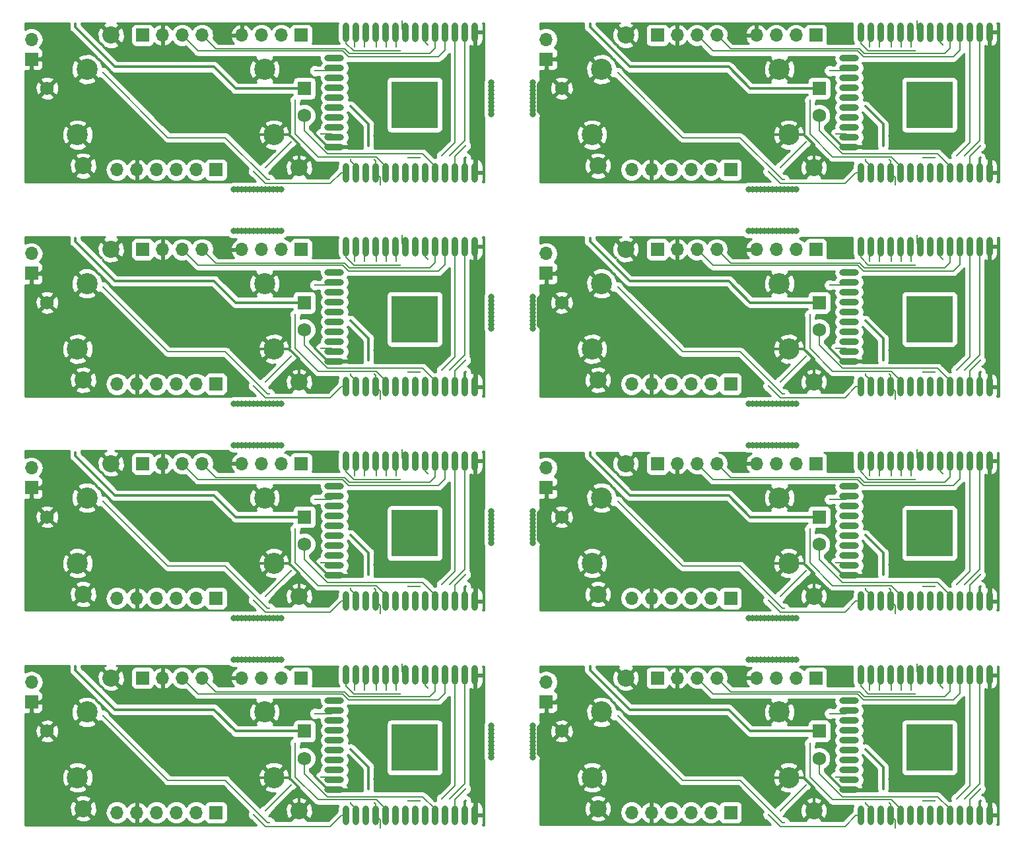
<source format=gbr>
G04 #@! TF.GenerationSoftware,KiCad,Pcbnew,5.0.2-bee76a0~70~ubuntu18.04.1*
G04 #@! TF.CreationDate,2019-05-10T18:36:06+02:00*
G04 #@! TF.ProjectId,m3_2x4_panel,6d335f32-7834-45f7-9061-6e656c2e6b69,rev?*
G04 #@! TF.SameCoordinates,Original*
G04 #@! TF.FileFunction,Copper,L2,Bot*
G04 #@! TF.FilePolarity,Positive*
%FSLAX46Y46*%
G04 Gerber Fmt 4.6, Leading zero omitted, Abs format (unit mm)*
G04 Created by KiCad (PCBNEW 5.0.2-bee76a0~70~ubuntu18.04.1) date Fr 10 Mai 2019 18:36:06 CEST*
%MOMM*%
%LPD*%
G01*
G04 APERTURE LIST*
G04 #@! TA.AperFunction,ComponentPad*
%ADD10C,2.700000*%
G04 #@! TD*
G04 #@! TA.AperFunction,ComponentPad*
%ADD11C,1.750000*%
G04 #@! TD*
G04 #@! TA.AperFunction,ComponentPad*
%ADD12R,1.750000X1.750000*%
G04 #@! TD*
G04 #@! TA.AperFunction,ComponentPad*
%ADD13C,2.200000*%
G04 #@! TD*
G04 #@! TA.AperFunction,ComponentPad*
%ADD14O,1.700000X1.700000*%
G04 #@! TD*
G04 #@! TA.AperFunction,ComponentPad*
%ADD15R,1.700000X1.700000*%
G04 #@! TD*
G04 #@! TA.AperFunction,SMDPad,CuDef*
%ADD16R,6.000000X6.000000*%
G04 #@! TD*
G04 #@! TA.AperFunction,SMDPad,CuDef*
%ADD17O,0.900000X2.500000*%
G04 #@! TD*
G04 #@! TA.AperFunction,SMDPad,CuDef*
%ADD18O,2.500000X0.900000*%
G04 #@! TD*
G04 #@! TA.AperFunction,ViaPad*
%ADD19C,0.800000*%
G04 #@! TD*
G04 #@! TA.AperFunction,ViaPad*
%ADD20C,0.301000*%
G04 #@! TD*
G04 #@! TA.AperFunction,Conductor*
%ADD21C,0.300000*%
G04 #@! TD*
G04 #@! TA.AperFunction,Conductor*
%ADD22C,0.152400*%
G04 #@! TD*
G04 #@! TA.AperFunction,Conductor*
%ADD23C,0.254000*%
G04 #@! TD*
G04 APERTURE END LIST*
D10*
G04 #@! TO.P,RV1,MP*
G04 #@! TO.N,GND*
X126730000Y-135920000D03*
X151930000Y-135920000D03*
X127930000Y-127520000D03*
X150730000Y-127520000D03*
D11*
G04 #@! TO.P,RV1,3*
X122830000Y-129970000D03*
G04 #@! TO.P,RV1,2*
G04 #@! TO.N,Net-(RV1-Pad2)*
X155830000Y-133470000D03*
D12*
G04 #@! TO.P,RV1,1*
G04 #@! TO.N,3.3V*
X155830000Y-129970000D03*
G04 #@! TD*
D10*
G04 #@! TO.P,RV1,MP*
G04 #@! TO.N,GND*
X60730000Y-135920000D03*
X85930000Y-135920000D03*
X61930000Y-127520000D03*
X84730000Y-127520000D03*
D11*
G04 #@! TO.P,RV1,3*
X56830000Y-129970000D03*
G04 #@! TO.P,RV1,2*
G04 #@! TO.N,Net-(RV1-Pad2)*
X89830000Y-133470000D03*
D12*
G04 #@! TO.P,RV1,1*
G04 #@! TO.N,3.3V*
X89830000Y-129970000D03*
G04 #@! TD*
D10*
G04 #@! TO.P,RV1,MP*
G04 #@! TO.N,GND*
X126730000Y-108420000D03*
X151930000Y-108420000D03*
X127930000Y-100020000D03*
X150730000Y-100020000D03*
D11*
G04 #@! TO.P,RV1,3*
X122830000Y-102470000D03*
G04 #@! TO.P,RV1,2*
G04 #@! TO.N,Net-(RV1-Pad2)*
X155830000Y-105970000D03*
D12*
G04 #@! TO.P,RV1,1*
G04 #@! TO.N,3.3V*
X155830000Y-102470000D03*
G04 #@! TD*
D10*
G04 #@! TO.P,RV1,MP*
G04 #@! TO.N,GND*
X60730000Y-108420000D03*
X85930000Y-108420000D03*
X61930000Y-100020000D03*
X84730000Y-100020000D03*
D11*
G04 #@! TO.P,RV1,3*
X56830000Y-102470000D03*
G04 #@! TO.P,RV1,2*
G04 #@! TO.N,Net-(RV1-Pad2)*
X89830000Y-105970000D03*
D12*
G04 #@! TO.P,RV1,1*
G04 #@! TO.N,3.3V*
X89830000Y-102470000D03*
G04 #@! TD*
D10*
G04 #@! TO.P,RV1,MP*
G04 #@! TO.N,GND*
X126730000Y-80920000D03*
X151930000Y-80920000D03*
X127930000Y-72520000D03*
X150730000Y-72520000D03*
D11*
G04 #@! TO.P,RV1,3*
X122830000Y-74970000D03*
G04 #@! TO.P,RV1,2*
G04 #@! TO.N,Net-(RV1-Pad2)*
X155830000Y-78470000D03*
D12*
G04 #@! TO.P,RV1,1*
G04 #@! TO.N,3.3V*
X155830000Y-74970000D03*
G04 #@! TD*
D10*
G04 #@! TO.P,RV1,MP*
G04 #@! TO.N,GND*
X60730000Y-80920000D03*
X85930000Y-80920000D03*
X61930000Y-72520000D03*
X84730000Y-72520000D03*
D11*
G04 #@! TO.P,RV1,3*
X56830000Y-74970000D03*
G04 #@! TO.P,RV1,2*
G04 #@! TO.N,Net-(RV1-Pad2)*
X89830000Y-78470000D03*
D12*
G04 #@! TO.P,RV1,1*
G04 #@! TO.N,3.3V*
X89830000Y-74970000D03*
G04 #@! TD*
D10*
G04 #@! TO.P,RV1,MP*
G04 #@! TO.N,GND*
X126730000Y-53420000D03*
X151930000Y-53420000D03*
X127930000Y-45020000D03*
X150730000Y-45020000D03*
D11*
G04 #@! TO.P,RV1,3*
X122830000Y-47470000D03*
G04 #@! TO.P,RV1,2*
G04 #@! TO.N,Net-(RV1-Pad2)*
X155830000Y-50970000D03*
D12*
G04 #@! TO.P,RV1,1*
G04 #@! TO.N,3.3V*
X155830000Y-47470000D03*
G04 #@! TD*
D13*
G04 #@! TO.P,REF\002A\002A,1*
G04 #@! TO.N,GND*
X155154000Y-140158000D03*
G04 #@! TD*
G04 #@! TO.P,REF\002A\002A,1*
G04 #@! TO.N,GND*
X89154000Y-140158000D03*
G04 #@! TD*
G04 #@! TO.P,REF\002A\002A,1*
G04 #@! TO.N,GND*
X155154000Y-112658000D03*
G04 #@! TD*
G04 #@! TO.P,REF\002A\002A,1*
G04 #@! TO.N,GND*
X89154000Y-112658000D03*
G04 #@! TD*
G04 #@! TO.P,REF\002A\002A,1*
G04 #@! TO.N,GND*
X155154000Y-85158000D03*
G04 #@! TD*
G04 #@! TO.P,REF\002A\002A,1*
G04 #@! TO.N,GND*
X89154000Y-85158000D03*
G04 #@! TD*
G04 #@! TO.P,REF\002A\002A,1*
G04 #@! TO.N,GND*
X155154000Y-57658000D03*
G04 #@! TD*
G04 #@! TO.P,REF\002A\002A,1*
G04 #@! TO.N,GND*
X127468000Y-139904000D03*
G04 #@! TD*
G04 #@! TO.P,REF\002A\002A,1*
G04 #@! TO.N,GND*
X61468000Y-139904000D03*
G04 #@! TD*
G04 #@! TO.P,REF\002A\002A,1*
G04 #@! TO.N,GND*
X127468000Y-112404000D03*
G04 #@! TD*
G04 #@! TO.P,REF\002A\002A,1*
G04 #@! TO.N,GND*
X61468000Y-112404000D03*
G04 #@! TD*
G04 #@! TO.P,REF\002A\002A,1*
G04 #@! TO.N,GND*
X127468000Y-84904000D03*
G04 #@! TD*
G04 #@! TO.P,REF\002A\002A,1*
G04 #@! TO.N,GND*
X61468000Y-84904000D03*
G04 #@! TD*
G04 #@! TO.P,REF\002A\002A,1*
G04 #@! TO.N,GND*
X127468000Y-57404000D03*
G04 #@! TD*
G04 #@! TO.P,REF\002A\002A,1*
G04 #@! TO.N,GND*
X131024000Y-123140000D03*
G04 #@! TD*
G04 #@! TO.P,REF\002A\002A,1*
G04 #@! TO.N,GND*
X65024000Y-123140000D03*
G04 #@! TD*
G04 #@! TO.P,REF\002A\002A,1*
G04 #@! TO.N,GND*
X131024000Y-95640000D03*
G04 #@! TD*
G04 #@! TO.P,REF\002A\002A,1*
G04 #@! TO.N,GND*
X65024000Y-95640000D03*
G04 #@! TD*
G04 #@! TO.P,REF\002A\002A,1*
G04 #@! TO.N,GND*
X131024000Y-68140000D03*
G04 #@! TD*
G04 #@! TO.P,REF\002A\002A,1*
G04 #@! TO.N,GND*
X65024000Y-68140000D03*
G04 #@! TD*
G04 #@! TO.P,REF\002A\002A,1*
G04 #@! TO.N,GND*
X131024000Y-40640000D03*
G04 #@! TD*
D14*
G04 #@! TO.P,J4,6*
G04 #@! TO.N,VDD5V*
X131786000Y-140412000D03*
G04 #@! TO.P,J4,5*
G04 #@! TO.N,GND*
X134326000Y-140412000D03*
G04 #@! TO.P,J4,4*
G04 #@! TO.N,MTDO*
X136866000Y-140412000D03*
G04 #@! TO.P,J4,3*
G04 #@! TO.N,MTMS*
X139406000Y-140412000D03*
G04 #@! TO.P,J4,2*
G04 #@! TO.N,MTCK*
X141946000Y-140412000D03*
D15*
G04 #@! TO.P,J4,1*
G04 #@! TO.N,MTDI*
X144486000Y-140412000D03*
G04 #@! TD*
D14*
G04 #@! TO.P,J4,6*
G04 #@! TO.N,VDD5V*
X65786000Y-140412000D03*
G04 #@! TO.P,J4,5*
G04 #@! TO.N,GND*
X68326000Y-140412000D03*
G04 #@! TO.P,J4,4*
G04 #@! TO.N,MTDO*
X70866000Y-140412000D03*
G04 #@! TO.P,J4,3*
G04 #@! TO.N,MTMS*
X73406000Y-140412000D03*
G04 #@! TO.P,J4,2*
G04 #@! TO.N,MTCK*
X75946000Y-140412000D03*
D15*
G04 #@! TO.P,J4,1*
G04 #@! TO.N,MTDI*
X78486000Y-140412000D03*
G04 #@! TD*
D14*
G04 #@! TO.P,J4,6*
G04 #@! TO.N,VDD5V*
X131786000Y-112912000D03*
G04 #@! TO.P,J4,5*
G04 #@! TO.N,GND*
X134326000Y-112912000D03*
G04 #@! TO.P,J4,4*
G04 #@! TO.N,MTDO*
X136866000Y-112912000D03*
G04 #@! TO.P,J4,3*
G04 #@! TO.N,MTMS*
X139406000Y-112912000D03*
G04 #@! TO.P,J4,2*
G04 #@! TO.N,MTCK*
X141946000Y-112912000D03*
D15*
G04 #@! TO.P,J4,1*
G04 #@! TO.N,MTDI*
X144486000Y-112912000D03*
G04 #@! TD*
D14*
G04 #@! TO.P,J4,6*
G04 #@! TO.N,VDD5V*
X65786000Y-112912000D03*
G04 #@! TO.P,J4,5*
G04 #@! TO.N,GND*
X68326000Y-112912000D03*
G04 #@! TO.P,J4,4*
G04 #@! TO.N,MTDO*
X70866000Y-112912000D03*
G04 #@! TO.P,J4,3*
G04 #@! TO.N,MTMS*
X73406000Y-112912000D03*
G04 #@! TO.P,J4,2*
G04 #@! TO.N,MTCK*
X75946000Y-112912000D03*
D15*
G04 #@! TO.P,J4,1*
G04 #@! TO.N,MTDI*
X78486000Y-112912000D03*
G04 #@! TD*
D14*
G04 #@! TO.P,J4,6*
G04 #@! TO.N,VDD5V*
X131786000Y-85412000D03*
G04 #@! TO.P,J4,5*
G04 #@! TO.N,GND*
X134326000Y-85412000D03*
G04 #@! TO.P,J4,4*
G04 #@! TO.N,MTDO*
X136866000Y-85412000D03*
G04 #@! TO.P,J4,3*
G04 #@! TO.N,MTMS*
X139406000Y-85412000D03*
G04 #@! TO.P,J4,2*
G04 #@! TO.N,MTCK*
X141946000Y-85412000D03*
D15*
G04 #@! TO.P,J4,1*
G04 #@! TO.N,MTDI*
X144486000Y-85412000D03*
G04 #@! TD*
D14*
G04 #@! TO.P,J4,6*
G04 #@! TO.N,VDD5V*
X65786000Y-85412000D03*
G04 #@! TO.P,J4,5*
G04 #@! TO.N,GND*
X68326000Y-85412000D03*
G04 #@! TO.P,J4,4*
G04 #@! TO.N,MTDO*
X70866000Y-85412000D03*
G04 #@! TO.P,J4,3*
G04 #@! TO.N,MTMS*
X73406000Y-85412000D03*
G04 #@! TO.P,J4,2*
G04 #@! TO.N,MTCK*
X75946000Y-85412000D03*
D15*
G04 #@! TO.P,J4,1*
G04 #@! TO.N,MTDI*
X78486000Y-85412000D03*
G04 #@! TD*
D14*
G04 #@! TO.P,J4,6*
G04 #@! TO.N,VDD5V*
X131786000Y-57912000D03*
G04 #@! TO.P,J4,5*
G04 #@! TO.N,GND*
X134326000Y-57912000D03*
G04 #@! TO.P,J4,4*
G04 #@! TO.N,MTDO*
X136866000Y-57912000D03*
G04 #@! TO.P,J4,3*
G04 #@! TO.N,MTMS*
X139406000Y-57912000D03*
G04 #@! TO.P,J4,2*
G04 #@! TO.N,MTCK*
X141946000Y-57912000D03*
D15*
G04 #@! TO.P,J4,1*
G04 #@! TO.N,MTDI*
X144486000Y-57912000D03*
G04 #@! TD*
D14*
G04 #@! TO.P,J3,4*
G04 #@! TO.N,RXD*
X142708000Y-123140000D03*
G04 #@! TO.P,J3,3*
G04 #@! TO.N,TXD*
X140168000Y-123140000D03*
G04 #@! TO.P,J3,2*
G04 #@! TO.N,GND*
X137628000Y-123140000D03*
D15*
G04 #@! TO.P,J3,1*
G04 #@! TO.N,VDD5V*
X135088000Y-123140000D03*
G04 #@! TD*
D14*
G04 #@! TO.P,J3,4*
G04 #@! TO.N,RXD*
X76708000Y-123140000D03*
G04 #@! TO.P,J3,3*
G04 #@! TO.N,TXD*
X74168000Y-123140000D03*
G04 #@! TO.P,J3,2*
G04 #@! TO.N,GND*
X71628000Y-123140000D03*
D15*
G04 #@! TO.P,J3,1*
G04 #@! TO.N,VDD5V*
X69088000Y-123140000D03*
G04 #@! TD*
D14*
G04 #@! TO.P,J3,4*
G04 #@! TO.N,RXD*
X142708000Y-95640000D03*
G04 #@! TO.P,J3,3*
G04 #@! TO.N,TXD*
X140168000Y-95640000D03*
G04 #@! TO.P,J3,2*
G04 #@! TO.N,GND*
X137628000Y-95640000D03*
D15*
G04 #@! TO.P,J3,1*
G04 #@! TO.N,VDD5V*
X135088000Y-95640000D03*
G04 #@! TD*
D14*
G04 #@! TO.P,J3,4*
G04 #@! TO.N,RXD*
X76708000Y-95640000D03*
G04 #@! TO.P,J3,3*
G04 #@! TO.N,TXD*
X74168000Y-95640000D03*
G04 #@! TO.P,J3,2*
G04 #@! TO.N,GND*
X71628000Y-95640000D03*
D15*
G04 #@! TO.P,J3,1*
G04 #@! TO.N,VDD5V*
X69088000Y-95640000D03*
G04 #@! TD*
D14*
G04 #@! TO.P,J3,4*
G04 #@! TO.N,RXD*
X142708000Y-68140000D03*
G04 #@! TO.P,J3,3*
G04 #@! TO.N,TXD*
X140168000Y-68140000D03*
G04 #@! TO.P,J3,2*
G04 #@! TO.N,GND*
X137628000Y-68140000D03*
D15*
G04 #@! TO.P,J3,1*
G04 #@! TO.N,VDD5V*
X135088000Y-68140000D03*
G04 #@! TD*
D14*
G04 #@! TO.P,J3,4*
G04 #@! TO.N,RXD*
X76708000Y-68140000D03*
G04 #@! TO.P,J3,3*
G04 #@! TO.N,TXD*
X74168000Y-68140000D03*
G04 #@! TO.P,J3,2*
G04 #@! TO.N,GND*
X71628000Y-68140000D03*
D15*
G04 #@! TO.P,J3,1*
G04 #@! TO.N,VDD5V*
X69088000Y-68140000D03*
G04 #@! TD*
D14*
G04 #@! TO.P,J3,4*
G04 #@! TO.N,RXD*
X142708000Y-40640000D03*
G04 #@! TO.P,J3,3*
G04 #@! TO.N,TXD*
X140168000Y-40640000D03*
G04 #@! TO.P,J3,2*
G04 #@! TO.N,GND*
X137628000Y-40640000D03*
D15*
G04 #@! TO.P,J3,1*
G04 #@! TO.N,VDD5V*
X135088000Y-40640000D03*
G04 #@! TD*
D16*
G04 #@! TO.P,U2,39*
G04 #@! TO.N,N/C*
X169976000Y-132076000D03*
D17*
G04 #@! TO.P,U2,1*
G04 #@! TO.N,GND*
X177676000Y-140776000D03*
G04 #@! TO.P,U2,2*
G04 #@! TO.N,3.3V*
X176406000Y-140776000D03*
G04 #@! TO.P,U2,3*
G04 #@! TO.N,Net-(C1-Pad2)*
X175136000Y-140776000D03*
G04 #@! TO.P,U2,4*
G04 #@! TO.N,Net-(U2-Pad4)*
X173866000Y-140776000D03*
G04 #@! TO.P,U2,5*
G04 #@! TO.N,Net-(RV1-Pad2)*
X172596000Y-140776000D03*
G04 #@! TO.P,U2,6*
G04 #@! TO.N,Net-(U2-Pad6)*
X171326000Y-140776000D03*
G04 #@! TO.P,U2,7*
G04 #@! TO.N,Net-(U2-Pad7)*
X170056000Y-140776000D03*
G04 #@! TO.P,U2,8*
G04 #@! TO.N,Net-(U2-Pad8)*
X168786000Y-140776000D03*
G04 #@! TO.P,U2,9*
G04 #@! TO.N,Net-(U2-Pad9)*
X167516000Y-140776000D03*
G04 #@! TO.P,U2,10*
G04 #@! TO.N,NEOPX*
X166246000Y-140776000D03*
G04 #@! TO.P,U2,11*
G04 #@! TO.N,PWRGOOD*
X164976000Y-140776000D03*
G04 #@! TO.P,U2,12*
G04 #@! TO.N,Net-(U2-Pad12)*
X163706000Y-140776000D03*
G04 #@! TO.P,U2,13*
G04 #@! TO.N,Net-(R3-Pad1)*
X162436000Y-140776000D03*
G04 #@! TO.P,U2,14*
G04 #@! TO.N,Net-(R1-Pad1)*
X161166000Y-140776000D03*
D18*
G04 #@! TO.P,U2,15*
G04 #@! TO.N,GND*
X159676000Y-137491000D03*
G04 #@! TO.P,U2,16*
G04 #@! TO.N,Net-(R2-Pad1)*
X159676000Y-136221000D03*
G04 #@! TO.P,U2,17*
G04 #@! TO.N,Net-(U2-Pad17)*
X159676000Y-134951000D03*
G04 #@! TO.P,U2,18*
G04 #@! TO.N,Net-(U2-Pad18)*
X159676000Y-133681000D03*
G04 #@! TO.P,U2,19*
G04 #@! TO.N,Net-(U2-Pad19)*
X159676000Y-132411000D03*
G04 #@! TO.P,U2,20*
G04 #@! TO.N,Net-(U2-Pad20)*
X159676000Y-131141000D03*
G04 #@! TO.P,U2,21*
G04 #@! TO.N,Net-(U2-Pad21)*
X159676000Y-129871000D03*
G04 #@! TO.P,U2,22*
G04 #@! TO.N,Net-(U2-Pad22)*
X159676000Y-128601000D03*
G04 #@! TO.P,U2,23*
G04 #@! TO.N,Net-(R4-Pad1)*
X159676000Y-127331000D03*
G04 #@! TO.P,U2,24*
G04 #@! TO.N,Net-(U2-Pad24)*
X159676000Y-126061000D03*
D17*
G04 #@! TO.P,U2,25*
G04 #@! TO.N,Net-(SW2-Pad2)*
X161166000Y-122776000D03*
G04 #@! TO.P,U2,26*
G04 #@! TO.N,ID0*
X162436000Y-122776000D03*
G04 #@! TO.P,U2,27*
G04 #@! TO.N,ID1*
X163706000Y-122776000D03*
G04 #@! TO.P,U2,28*
G04 #@! TO.N,ID2*
X164976000Y-122776000D03*
G04 #@! TO.P,U2,29*
G04 #@! TO.N,ID3*
X166246000Y-122776000D03*
G04 #@! TO.P,U2,30*
G04 #@! TO.N,ID4*
X167516000Y-122776000D03*
G04 #@! TO.P,U2,31*
G04 #@! TO.N,MOTOR*
X168786000Y-122776000D03*
G04 #@! TO.P,U2,32*
G04 #@! TO.N,Net-(U2-Pad32)*
X170056000Y-122776000D03*
G04 #@! TO.P,U2,33*
G04 #@! TO.N,MOTOR_SENSE*
X171326000Y-122776000D03*
G04 #@! TO.P,U2,34*
G04 #@! TO.N,RXD*
X172596000Y-122776000D03*
G04 #@! TO.P,U2,35*
G04 #@! TO.N,TXD*
X173866000Y-122776000D03*
G04 #@! TO.P,U2,36*
G04 #@! TO.N,Net-(SW3-Pad2)*
X175136000Y-122776000D03*
G04 #@! TO.P,U2,37*
G04 #@! TO.N,Net-(SW4-Pad2)*
X176406000Y-122776000D03*
G04 #@! TO.P,U2,38*
G04 #@! TO.N,GND*
X177676000Y-122776000D03*
G04 #@! TD*
D16*
G04 #@! TO.P,U2,39*
G04 #@! TO.N,N/C*
X103976000Y-132076000D03*
D17*
G04 #@! TO.P,U2,1*
G04 #@! TO.N,GND*
X111676000Y-140776000D03*
G04 #@! TO.P,U2,2*
G04 #@! TO.N,3.3V*
X110406000Y-140776000D03*
G04 #@! TO.P,U2,3*
G04 #@! TO.N,Net-(C1-Pad2)*
X109136000Y-140776000D03*
G04 #@! TO.P,U2,4*
G04 #@! TO.N,Net-(U2-Pad4)*
X107866000Y-140776000D03*
G04 #@! TO.P,U2,5*
G04 #@! TO.N,Net-(RV1-Pad2)*
X106596000Y-140776000D03*
G04 #@! TO.P,U2,6*
G04 #@! TO.N,Net-(U2-Pad6)*
X105326000Y-140776000D03*
G04 #@! TO.P,U2,7*
G04 #@! TO.N,Net-(U2-Pad7)*
X104056000Y-140776000D03*
G04 #@! TO.P,U2,8*
G04 #@! TO.N,Net-(U2-Pad8)*
X102786000Y-140776000D03*
G04 #@! TO.P,U2,9*
G04 #@! TO.N,Net-(U2-Pad9)*
X101516000Y-140776000D03*
G04 #@! TO.P,U2,10*
G04 #@! TO.N,NEOPX*
X100246000Y-140776000D03*
G04 #@! TO.P,U2,11*
G04 #@! TO.N,PWRGOOD*
X98976000Y-140776000D03*
G04 #@! TO.P,U2,12*
G04 #@! TO.N,Net-(U2-Pad12)*
X97706000Y-140776000D03*
G04 #@! TO.P,U2,13*
G04 #@! TO.N,Net-(R3-Pad1)*
X96436000Y-140776000D03*
G04 #@! TO.P,U2,14*
G04 #@! TO.N,Net-(R1-Pad1)*
X95166000Y-140776000D03*
D18*
G04 #@! TO.P,U2,15*
G04 #@! TO.N,GND*
X93676000Y-137491000D03*
G04 #@! TO.P,U2,16*
G04 #@! TO.N,Net-(R2-Pad1)*
X93676000Y-136221000D03*
G04 #@! TO.P,U2,17*
G04 #@! TO.N,Net-(U2-Pad17)*
X93676000Y-134951000D03*
G04 #@! TO.P,U2,18*
G04 #@! TO.N,Net-(U2-Pad18)*
X93676000Y-133681000D03*
G04 #@! TO.P,U2,19*
G04 #@! TO.N,Net-(U2-Pad19)*
X93676000Y-132411000D03*
G04 #@! TO.P,U2,20*
G04 #@! TO.N,Net-(U2-Pad20)*
X93676000Y-131141000D03*
G04 #@! TO.P,U2,21*
G04 #@! TO.N,Net-(U2-Pad21)*
X93676000Y-129871000D03*
G04 #@! TO.P,U2,22*
G04 #@! TO.N,Net-(U2-Pad22)*
X93676000Y-128601000D03*
G04 #@! TO.P,U2,23*
G04 #@! TO.N,Net-(R4-Pad1)*
X93676000Y-127331000D03*
G04 #@! TO.P,U2,24*
G04 #@! TO.N,Net-(U2-Pad24)*
X93676000Y-126061000D03*
D17*
G04 #@! TO.P,U2,25*
G04 #@! TO.N,Net-(SW2-Pad2)*
X95166000Y-122776000D03*
G04 #@! TO.P,U2,26*
G04 #@! TO.N,ID0*
X96436000Y-122776000D03*
G04 #@! TO.P,U2,27*
G04 #@! TO.N,ID1*
X97706000Y-122776000D03*
G04 #@! TO.P,U2,28*
G04 #@! TO.N,ID2*
X98976000Y-122776000D03*
G04 #@! TO.P,U2,29*
G04 #@! TO.N,ID3*
X100246000Y-122776000D03*
G04 #@! TO.P,U2,30*
G04 #@! TO.N,ID4*
X101516000Y-122776000D03*
G04 #@! TO.P,U2,31*
G04 #@! TO.N,MOTOR*
X102786000Y-122776000D03*
G04 #@! TO.P,U2,32*
G04 #@! TO.N,Net-(U2-Pad32)*
X104056000Y-122776000D03*
G04 #@! TO.P,U2,33*
G04 #@! TO.N,MOTOR_SENSE*
X105326000Y-122776000D03*
G04 #@! TO.P,U2,34*
G04 #@! TO.N,RXD*
X106596000Y-122776000D03*
G04 #@! TO.P,U2,35*
G04 #@! TO.N,TXD*
X107866000Y-122776000D03*
G04 #@! TO.P,U2,36*
G04 #@! TO.N,Net-(SW3-Pad2)*
X109136000Y-122776000D03*
G04 #@! TO.P,U2,37*
G04 #@! TO.N,Net-(SW4-Pad2)*
X110406000Y-122776000D03*
G04 #@! TO.P,U2,38*
G04 #@! TO.N,GND*
X111676000Y-122776000D03*
G04 #@! TD*
D16*
G04 #@! TO.P,U2,39*
G04 #@! TO.N,N/C*
X169976000Y-104576000D03*
D17*
G04 #@! TO.P,U2,1*
G04 #@! TO.N,GND*
X177676000Y-113276000D03*
G04 #@! TO.P,U2,2*
G04 #@! TO.N,3.3V*
X176406000Y-113276000D03*
G04 #@! TO.P,U2,3*
G04 #@! TO.N,Net-(C1-Pad2)*
X175136000Y-113276000D03*
G04 #@! TO.P,U2,4*
G04 #@! TO.N,Net-(U2-Pad4)*
X173866000Y-113276000D03*
G04 #@! TO.P,U2,5*
G04 #@! TO.N,Net-(RV1-Pad2)*
X172596000Y-113276000D03*
G04 #@! TO.P,U2,6*
G04 #@! TO.N,Net-(U2-Pad6)*
X171326000Y-113276000D03*
G04 #@! TO.P,U2,7*
G04 #@! TO.N,Net-(U2-Pad7)*
X170056000Y-113276000D03*
G04 #@! TO.P,U2,8*
G04 #@! TO.N,Net-(U2-Pad8)*
X168786000Y-113276000D03*
G04 #@! TO.P,U2,9*
G04 #@! TO.N,Net-(U2-Pad9)*
X167516000Y-113276000D03*
G04 #@! TO.P,U2,10*
G04 #@! TO.N,NEOPX*
X166246000Y-113276000D03*
G04 #@! TO.P,U2,11*
G04 #@! TO.N,PWRGOOD*
X164976000Y-113276000D03*
G04 #@! TO.P,U2,12*
G04 #@! TO.N,Net-(U2-Pad12)*
X163706000Y-113276000D03*
G04 #@! TO.P,U2,13*
G04 #@! TO.N,Net-(R3-Pad1)*
X162436000Y-113276000D03*
G04 #@! TO.P,U2,14*
G04 #@! TO.N,Net-(R1-Pad1)*
X161166000Y-113276000D03*
D18*
G04 #@! TO.P,U2,15*
G04 #@! TO.N,GND*
X159676000Y-109991000D03*
G04 #@! TO.P,U2,16*
G04 #@! TO.N,Net-(R2-Pad1)*
X159676000Y-108721000D03*
G04 #@! TO.P,U2,17*
G04 #@! TO.N,Net-(U2-Pad17)*
X159676000Y-107451000D03*
G04 #@! TO.P,U2,18*
G04 #@! TO.N,Net-(U2-Pad18)*
X159676000Y-106181000D03*
G04 #@! TO.P,U2,19*
G04 #@! TO.N,Net-(U2-Pad19)*
X159676000Y-104911000D03*
G04 #@! TO.P,U2,20*
G04 #@! TO.N,Net-(U2-Pad20)*
X159676000Y-103641000D03*
G04 #@! TO.P,U2,21*
G04 #@! TO.N,Net-(U2-Pad21)*
X159676000Y-102371000D03*
G04 #@! TO.P,U2,22*
G04 #@! TO.N,Net-(U2-Pad22)*
X159676000Y-101101000D03*
G04 #@! TO.P,U2,23*
G04 #@! TO.N,Net-(R4-Pad1)*
X159676000Y-99831000D03*
G04 #@! TO.P,U2,24*
G04 #@! TO.N,Net-(U2-Pad24)*
X159676000Y-98561000D03*
D17*
G04 #@! TO.P,U2,25*
G04 #@! TO.N,Net-(SW2-Pad2)*
X161166000Y-95276000D03*
G04 #@! TO.P,U2,26*
G04 #@! TO.N,ID0*
X162436000Y-95276000D03*
G04 #@! TO.P,U2,27*
G04 #@! TO.N,ID1*
X163706000Y-95276000D03*
G04 #@! TO.P,U2,28*
G04 #@! TO.N,ID2*
X164976000Y-95276000D03*
G04 #@! TO.P,U2,29*
G04 #@! TO.N,ID3*
X166246000Y-95276000D03*
G04 #@! TO.P,U2,30*
G04 #@! TO.N,ID4*
X167516000Y-95276000D03*
G04 #@! TO.P,U2,31*
G04 #@! TO.N,MOTOR*
X168786000Y-95276000D03*
G04 #@! TO.P,U2,32*
G04 #@! TO.N,Net-(U2-Pad32)*
X170056000Y-95276000D03*
G04 #@! TO.P,U2,33*
G04 #@! TO.N,MOTOR_SENSE*
X171326000Y-95276000D03*
G04 #@! TO.P,U2,34*
G04 #@! TO.N,RXD*
X172596000Y-95276000D03*
G04 #@! TO.P,U2,35*
G04 #@! TO.N,TXD*
X173866000Y-95276000D03*
G04 #@! TO.P,U2,36*
G04 #@! TO.N,Net-(SW3-Pad2)*
X175136000Y-95276000D03*
G04 #@! TO.P,U2,37*
G04 #@! TO.N,Net-(SW4-Pad2)*
X176406000Y-95276000D03*
G04 #@! TO.P,U2,38*
G04 #@! TO.N,GND*
X177676000Y-95276000D03*
G04 #@! TD*
D16*
G04 #@! TO.P,U2,39*
G04 #@! TO.N,N/C*
X103976000Y-104576000D03*
D17*
G04 #@! TO.P,U2,1*
G04 #@! TO.N,GND*
X111676000Y-113276000D03*
G04 #@! TO.P,U2,2*
G04 #@! TO.N,3.3V*
X110406000Y-113276000D03*
G04 #@! TO.P,U2,3*
G04 #@! TO.N,Net-(C1-Pad2)*
X109136000Y-113276000D03*
G04 #@! TO.P,U2,4*
G04 #@! TO.N,Net-(U2-Pad4)*
X107866000Y-113276000D03*
G04 #@! TO.P,U2,5*
G04 #@! TO.N,Net-(RV1-Pad2)*
X106596000Y-113276000D03*
G04 #@! TO.P,U2,6*
G04 #@! TO.N,Net-(U2-Pad6)*
X105326000Y-113276000D03*
G04 #@! TO.P,U2,7*
G04 #@! TO.N,Net-(U2-Pad7)*
X104056000Y-113276000D03*
G04 #@! TO.P,U2,8*
G04 #@! TO.N,Net-(U2-Pad8)*
X102786000Y-113276000D03*
G04 #@! TO.P,U2,9*
G04 #@! TO.N,Net-(U2-Pad9)*
X101516000Y-113276000D03*
G04 #@! TO.P,U2,10*
G04 #@! TO.N,NEOPX*
X100246000Y-113276000D03*
G04 #@! TO.P,U2,11*
G04 #@! TO.N,PWRGOOD*
X98976000Y-113276000D03*
G04 #@! TO.P,U2,12*
G04 #@! TO.N,Net-(U2-Pad12)*
X97706000Y-113276000D03*
G04 #@! TO.P,U2,13*
G04 #@! TO.N,Net-(R3-Pad1)*
X96436000Y-113276000D03*
G04 #@! TO.P,U2,14*
G04 #@! TO.N,Net-(R1-Pad1)*
X95166000Y-113276000D03*
D18*
G04 #@! TO.P,U2,15*
G04 #@! TO.N,GND*
X93676000Y-109991000D03*
G04 #@! TO.P,U2,16*
G04 #@! TO.N,Net-(R2-Pad1)*
X93676000Y-108721000D03*
G04 #@! TO.P,U2,17*
G04 #@! TO.N,Net-(U2-Pad17)*
X93676000Y-107451000D03*
G04 #@! TO.P,U2,18*
G04 #@! TO.N,Net-(U2-Pad18)*
X93676000Y-106181000D03*
G04 #@! TO.P,U2,19*
G04 #@! TO.N,Net-(U2-Pad19)*
X93676000Y-104911000D03*
G04 #@! TO.P,U2,20*
G04 #@! TO.N,Net-(U2-Pad20)*
X93676000Y-103641000D03*
G04 #@! TO.P,U2,21*
G04 #@! TO.N,Net-(U2-Pad21)*
X93676000Y-102371000D03*
G04 #@! TO.P,U2,22*
G04 #@! TO.N,Net-(U2-Pad22)*
X93676000Y-101101000D03*
G04 #@! TO.P,U2,23*
G04 #@! TO.N,Net-(R4-Pad1)*
X93676000Y-99831000D03*
G04 #@! TO.P,U2,24*
G04 #@! TO.N,Net-(U2-Pad24)*
X93676000Y-98561000D03*
D17*
G04 #@! TO.P,U2,25*
G04 #@! TO.N,Net-(SW2-Pad2)*
X95166000Y-95276000D03*
G04 #@! TO.P,U2,26*
G04 #@! TO.N,ID0*
X96436000Y-95276000D03*
G04 #@! TO.P,U2,27*
G04 #@! TO.N,ID1*
X97706000Y-95276000D03*
G04 #@! TO.P,U2,28*
G04 #@! TO.N,ID2*
X98976000Y-95276000D03*
G04 #@! TO.P,U2,29*
G04 #@! TO.N,ID3*
X100246000Y-95276000D03*
G04 #@! TO.P,U2,30*
G04 #@! TO.N,ID4*
X101516000Y-95276000D03*
G04 #@! TO.P,U2,31*
G04 #@! TO.N,MOTOR*
X102786000Y-95276000D03*
G04 #@! TO.P,U2,32*
G04 #@! TO.N,Net-(U2-Pad32)*
X104056000Y-95276000D03*
G04 #@! TO.P,U2,33*
G04 #@! TO.N,MOTOR_SENSE*
X105326000Y-95276000D03*
G04 #@! TO.P,U2,34*
G04 #@! TO.N,RXD*
X106596000Y-95276000D03*
G04 #@! TO.P,U2,35*
G04 #@! TO.N,TXD*
X107866000Y-95276000D03*
G04 #@! TO.P,U2,36*
G04 #@! TO.N,Net-(SW3-Pad2)*
X109136000Y-95276000D03*
G04 #@! TO.P,U2,37*
G04 #@! TO.N,Net-(SW4-Pad2)*
X110406000Y-95276000D03*
G04 #@! TO.P,U2,38*
G04 #@! TO.N,GND*
X111676000Y-95276000D03*
G04 #@! TD*
D16*
G04 #@! TO.P,U2,39*
G04 #@! TO.N,N/C*
X169976000Y-77076000D03*
D17*
G04 #@! TO.P,U2,1*
G04 #@! TO.N,GND*
X177676000Y-85776000D03*
G04 #@! TO.P,U2,2*
G04 #@! TO.N,3.3V*
X176406000Y-85776000D03*
G04 #@! TO.P,U2,3*
G04 #@! TO.N,Net-(C1-Pad2)*
X175136000Y-85776000D03*
G04 #@! TO.P,U2,4*
G04 #@! TO.N,Net-(U2-Pad4)*
X173866000Y-85776000D03*
G04 #@! TO.P,U2,5*
G04 #@! TO.N,Net-(RV1-Pad2)*
X172596000Y-85776000D03*
G04 #@! TO.P,U2,6*
G04 #@! TO.N,Net-(U2-Pad6)*
X171326000Y-85776000D03*
G04 #@! TO.P,U2,7*
G04 #@! TO.N,Net-(U2-Pad7)*
X170056000Y-85776000D03*
G04 #@! TO.P,U2,8*
G04 #@! TO.N,Net-(U2-Pad8)*
X168786000Y-85776000D03*
G04 #@! TO.P,U2,9*
G04 #@! TO.N,Net-(U2-Pad9)*
X167516000Y-85776000D03*
G04 #@! TO.P,U2,10*
G04 #@! TO.N,NEOPX*
X166246000Y-85776000D03*
G04 #@! TO.P,U2,11*
G04 #@! TO.N,PWRGOOD*
X164976000Y-85776000D03*
G04 #@! TO.P,U2,12*
G04 #@! TO.N,Net-(U2-Pad12)*
X163706000Y-85776000D03*
G04 #@! TO.P,U2,13*
G04 #@! TO.N,Net-(R3-Pad1)*
X162436000Y-85776000D03*
G04 #@! TO.P,U2,14*
G04 #@! TO.N,Net-(R1-Pad1)*
X161166000Y-85776000D03*
D18*
G04 #@! TO.P,U2,15*
G04 #@! TO.N,GND*
X159676000Y-82491000D03*
G04 #@! TO.P,U2,16*
G04 #@! TO.N,Net-(R2-Pad1)*
X159676000Y-81221000D03*
G04 #@! TO.P,U2,17*
G04 #@! TO.N,Net-(U2-Pad17)*
X159676000Y-79951000D03*
G04 #@! TO.P,U2,18*
G04 #@! TO.N,Net-(U2-Pad18)*
X159676000Y-78681000D03*
G04 #@! TO.P,U2,19*
G04 #@! TO.N,Net-(U2-Pad19)*
X159676000Y-77411000D03*
G04 #@! TO.P,U2,20*
G04 #@! TO.N,Net-(U2-Pad20)*
X159676000Y-76141000D03*
G04 #@! TO.P,U2,21*
G04 #@! TO.N,Net-(U2-Pad21)*
X159676000Y-74871000D03*
G04 #@! TO.P,U2,22*
G04 #@! TO.N,Net-(U2-Pad22)*
X159676000Y-73601000D03*
G04 #@! TO.P,U2,23*
G04 #@! TO.N,Net-(R4-Pad1)*
X159676000Y-72331000D03*
G04 #@! TO.P,U2,24*
G04 #@! TO.N,Net-(U2-Pad24)*
X159676000Y-71061000D03*
D17*
G04 #@! TO.P,U2,25*
G04 #@! TO.N,Net-(SW2-Pad2)*
X161166000Y-67776000D03*
G04 #@! TO.P,U2,26*
G04 #@! TO.N,ID0*
X162436000Y-67776000D03*
G04 #@! TO.P,U2,27*
G04 #@! TO.N,ID1*
X163706000Y-67776000D03*
G04 #@! TO.P,U2,28*
G04 #@! TO.N,ID2*
X164976000Y-67776000D03*
G04 #@! TO.P,U2,29*
G04 #@! TO.N,ID3*
X166246000Y-67776000D03*
G04 #@! TO.P,U2,30*
G04 #@! TO.N,ID4*
X167516000Y-67776000D03*
G04 #@! TO.P,U2,31*
G04 #@! TO.N,MOTOR*
X168786000Y-67776000D03*
G04 #@! TO.P,U2,32*
G04 #@! TO.N,Net-(U2-Pad32)*
X170056000Y-67776000D03*
G04 #@! TO.P,U2,33*
G04 #@! TO.N,MOTOR_SENSE*
X171326000Y-67776000D03*
G04 #@! TO.P,U2,34*
G04 #@! TO.N,RXD*
X172596000Y-67776000D03*
G04 #@! TO.P,U2,35*
G04 #@! TO.N,TXD*
X173866000Y-67776000D03*
G04 #@! TO.P,U2,36*
G04 #@! TO.N,Net-(SW3-Pad2)*
X175136000Y-67776000D03*
G04 #@! TO.P,U2,37*
G04 #@! TO.N,Net-(SW4-Pad2)*
X176406000Y-67776000D03*
G04 #@! TO.P,U2,38*
G04 #@! TO.N,GND*
X177676000Y-67776000D03*
G04 #@! TD*
D16*
G04 #@! TO.P,U2,39*
G04 #@! TO.N,N/C*
X103976000Y-77076000D03*
D17*
G04 #@! TO.P,U2,1*
G04 #@! TO.N,GND*
X111676000Y-85776000D03*
G04 #@! TO.P,U2,2*
G04 #@! TO.N,3.3V*
X110406000Y-85776000D03*
G04 #@! TO.P,U2,3*
G04 #@! TO.N,Net-(C1-Pad2)*
X109136000Y-85776000D03*
G04 #@! TO.P,U2,4*
G04 #@! TO.N,Net-(U2-Pad4)*
X107866000Y-85776000D03*
G04 #@! TO.P,U2,5*
G04 #@! TO.N,Net-(RV1-Pad2)*
X106596000Y-85776000D03*
G04 #@! TO.P,U2,6*
G04 #@! TO.N,Net-(U2-Pad6)*
X105326000Y-85776000D03*
G04 #@! TO.P,U2,7*
G04 #@! TO.N,Net-(U2-Pad7)*
X104056000Y-85776000D03*
G04 #@! TO.P,U2,8*
G04 #@! TO.N,Net-(U2-Pad8)*
X102786000Y-85776000D03*
G04 #@! TO.P,U2,9*
G04 #@! TO.N,Net-(U2-Pad9)*
X101516000Y-85776000D03*
G04 #@! TO.P,U2,10*
G04 #@! TO.N,NEOPX*
X100246000Y-85776000D03*
G04 #@! TO.P,U2,11*
G04 #@! TO.N,PWRGOOD*
X98976000Y-85776000D03*
G04 #@! TO.P,U2,12*
G04 #@! TO.N,Net-(U2-Pad12)*
X97706000Y-85776000D03*
G04 #@! TO.P,U2,13*
G04 #@! TO.N,Net-(R3-Pad1)*
X96436000Y-85776000D03*
G04 #@! TO.P,U2,14*
G04 #@! TO.N,Net-(R1-Pad1)*
X95166000Y-85776000D03*
D18*
G04 #@! TO.P,U2,15*
G04 #@! TO.N,GND*
X93676000Y-82491000D03*
G04 #@! TO.P,U2,16*
G04 #@! TO.N,Net-(R2-Pad1)*
X93676000Y-81221000D03*
G04 #@! TO.P,U2,17*
G04 #@! TO.N,Net-(U2-Pad17)*
X93676000Y-79951000D03*
G04 #@! TO.P,U2,18*
G04 #@! TO.N,Net-(U2-Pad18)*
X93676000Y-78681000D03*
G04 #@! TO.P,U2,19*
G04 #@! TO.N,Net-(U2-Pad19)*
X93676000Y-77411000D03*
G04 #@! TO.P,U2,20*
G04 #@! TO.N,Net-(U2-Pad20)*
X93676000Y-76141000D03*
G04 #@! TO.P,U2,21*
G04 #@! TO.N,Net-(U2-Pad21)*
X93676000Y-74871000D03*
G04 #@! TO.P,U2,22*
G04 #@! TO.N,Net-(U2-Pad22)*
X93676000Y-73601000D03*
G04 #@! TO.P,U2,23*
G04 #@! TO.N,Net-(R4-Pad1)*
X93676000Y-72331000D03*
G04 #@! TO.P,U2,24*
G04 #@! TO.N,Net-(U2-Pad24)*
X93676000Y-71061000D03*
D17*
G04 #@! TO.P,U2,25*
G04 #@! TO.N,Net-(SW2-Pad2)*
X95166000Y-67776000D03*
G04 #@! TO.P,U2,26*
G04 #@! TO.N,ID0*
X96436000Y-67776000D03*
G04 #@! TO.P,U2,27*
G04 #@! TO.N,ID1*
X97706000Y-67776000D03*
G04 #@! TO.P,U2,28*
G04 #@! TO.N,ID2*
X98976000Y-67776000D03*
G04 #@! TO.P,U2,29*
G04 #@! TO.N,ID3*
X100246000Y-67776000D03*
G04 #@! TO.P,U2,30*
G04 #@! TO.N,ID4*
X101516000Y-67776000D03*
G04 #@! TO.P,U2,31*
G04 #@! TO.N,MOTOR*
X102786000Y-67776000D03*
G04 #@! TO.P,U2,32*
G04 #@! TO.N,Net-(U2-Pad32)*
X104056000Y-67776000D03*
G04 #@! TO.P,U2,33*
G04 #@! TO.N,MOTOR_SENSE*
X105326000Y-67776000D03*
G04 #@! TO.P,U2,34*
G04 #@! TO.N,RXD*
X106596000Y-67776000D03*
G04 #@! TO.P,U2,35*
G04 #@! TO.N,TXD*
X107866000Y-67776000D03*
G04 #@! TO.P,U2,36*
G04 #@! TO.N,Net-(SW3-Pad2)*
X109136000Y-67776000D03*
G04 #@! TO.P,U2,37*
G04 #@! TO.N,Net-(SW4-Pad2)*
X110406000Y-67776000D03*
G04 #@! TO.P,U2,38*
G04 #@! TO.N,GND*
X111676000Y-67776000D03*
G04 #@! TD*
D16*
G04 #@! TO.P,U2,39*
G04 #@! TO.N,N/C*
X169976000Y-49576000D03*
D17*
G04 #@! TO.P,U2,1*
G04 #@! TO.N,GND*
X177676000Y-58276000D03*
G04 #@! TO.P,U2,2*
G04 #@! TO.N,3.3V*
X176406000Y-58276000D03*
G04 #@! TO.P,U2,3*
G04 #@! TO.N,Net-(C1-Pad2)*
X175136000Y-58276000D03*
G04 #@! TO.P,U2,4*
G04 #@! TO.N,Net-(U2-Pad4)*
X173866000Y-58276000D03*
G04 #@! TO.P,U2,5*
G04 #@! TO.N,Net-(RV1-Pad2)*
X172596000Y-58276000D03*
G04 #@! TO.P,U2,6*
G04 #@! TO.N,Net-(U2-Pad6)*
X171326000Y-58276000D03*
G04 #@! TO.P,U2,7*
G04 #@! TO.N,Net-(U2-Pad7)*
X170056000Y-58276000D03*
G04 #@! TO.P,U2,8*
G04 #@! TO.N,Net-(U2-Pad8)*
X168786000Y-58276000D03*
G04 #@! TO.P,U2,9*
G04 #@! TO.N,Net-(U2-Pad9)*
X167516000Y-58276000D03*
G04 #@! TO.P,U2,10*
G04 #@! TO.N,NEOPX*
X166246000Y-58276000D03*
G04 #@! TO.P,U2,11*
G04 #@! TO.N,PWRGOOD*
X164976000Y-58276000D03*
G04 #@! TO.P,U2,12*
G04 #@! TO.N,Net-(U2-Pad12)*
X163706000Y-58276000D03*
G04 #@! TO.P,U2,13*
G04 #@! TO.N,Net-(R3-Pad1)*
X162436000Y-58276000D03*
G04 #@! TO.P,U2,14*
G04 #@! TO.N,Net-(R1-Pad1)*
X161166000Y-58276000D03*
D18*
G04 #@! TO.P,U2,15*
G04 #@! TO.N,GND*
X159676000Y-54991000D03*
G04 #@! TO.P,U2,16*
G04 #@! TO.N,Net-(R2-Pad1)*
X159676000Y-53721000D03*
G04 #@! TO.P,U2,17*
G04 #@! TO.N,Net-(U2-Pad17)*
X159676000Y-52451000D03*
G04 #@! TO.P,U2,18*
G04 #@! TO.N,Net-(U2-Pad18)*
X159676000Y-51181000D03*
G04 #@! TO.P,U2,19*
G04 #@! TO.N,Net-(U2-Pad19)*
X159676000Y-49911000D03*
G04 #@! TO.P,U2,20*
G04 #@! TO.N,Net-(U2-Pad20)*
X159676000Y-48641000D03*
G04 #@! TO.P,U2,21*
G04 #@! TO.N,Net-(U2-Pad21)*
X159676000Y-47371000D03*
G04 #@! TO.P,U2,22*
G04 #@! TO.N,Net-(U2-Pad22)*
X159676000Y-46101000D03*
G04 #@! TO.P,U2,23*
G04 #@! TO.N,Net-(R4-Pad1)*
X159676000Y-44831000D03*
G04 #@! TO.P,U2,24*
G04 #@! TO.N,Net-(U2-Pad24)*
X159676000Y-43561000D03*
D17*
G04 #@! TO.P,U2,25*
G04 #@! TO.N,Net-(SW2-Pad2)*
X161166000Y-40276000D03*
G04 #@! TO.P,U2,26*
G04 #@! TO.N,ID0*
X162436000Y-40276000D03*
G04 #@! TO.P,U2,27*
G04 #@! TO.N,ID1*
X163706000Y-40276000D03*
G04 #@! TO.P,U2,28*
G04 #@! TO.N,ID2*
X164976000Y-40276000D03*
G04 #@! TO.P,U2,29*
G04 #@! TO.N,ID3*
X166246000Y-40276000D03*
G04 #@! TO.P,U2,30*
G04 #@! TO.N,ID4*
X167516000Y-40276000D03*
G04 #@! TO.P,U2,31*
G04 #@! TO.N,MOTOR*
X168786000Y-40276000D03*
G04 #@! TO.P,U2,32*
G04 #@! TO.N,Net-(U2-Pad32)*
X170056000Y-40276000D03*
G04 #@! TO.P,U2,33*
G04 #@! TO.N,MOTOR_SENSE*
X171326000Y-40276000D03*
G04 #@! TO.P,U2,34*
G04 #@! TO.N,RXD*
X172596000Y-40276000D03*
G04 #@! TO.P,U2,35*
G04 #@! TO.N,TXD*
X173866000Y-40276000D03*
G04 #@! TO.P,U2,36*
G04 #@! TO.N,Net-(SW3-Pad2)*
X175136000Y-40276000D03*
G04 #@! TO.P,U2,37*
G04 #@! TO.N,Net-(SW4-Pad2)*
X176406000Y-40276000D03*
G04 #@! TO.P,U2,38*
G04 #@! TO.N,GND*
X177676000Y-40276000D03*
G04 #@! TD*
D14*
G04 #@! TO.P,J2,4*
G04 #@! TO.N,GND*
X147788000Y-123140000D03*
G04 #@! TO.P,J2,3*
G04 #@! TO.N,VDD5V*
X150328000Y-123140000D03*
G04 #@! TO.P,J2,2*
G04 #@! TO.N,MOTOR*
X152868000Y-123140000D03*
D15*
G04 #@! TO.P,J2,1*
G04 #@! TO.N,MOTOR_SENSE*
X155408000Y-123140000D03*
G04 #@! TD*
D14*
G04 #@! TO.P,J2,4*
G04 #@! TO.N,GND*
X81788000Y-123140000D03*
G04 #@! TO.P,J2,3*
G04 #@! TO.N,VDD5V*
X84328000Y-123140000D03*
G04 #@! TO.P,J2,2*
G04 #@! TO.N,MOTOR*
X86868000Y-123140000D03*
D15*
G04 #@! TO.P,J2,1*
G04 #@! TO.N,MOTOR_SENSE*
X89408000Y-123140000D03*
G04 #@! TD*
D14*
G04 #@! TO.P,J2,4*
G04 #@! TO.N,GND*
X147788000Y-95640000D03*
G04 #@! TO.P,J2,3*
G04 #@! TO.N,VDD5V*
X150328000Y-95640000D03*
G04 #@! TO.P,J2,2*
G04 #@! TO.N,MOTOR*
X152868000Y-95640000D03*
D15*
G04 #@! TO.P,J2,1*
G04 #@! TO.N,MOTOR_SENSE*
X155408000Y-95640000D03*
G04 #@! TD*
D14*
G04 #@! TO.P,J2,4*
G04 #@! TO.N,GND*
X81788000Y-95640000D03*
G04 #@! TO.P,J2,3*
G04 #@! TO.N,VDD5V*
X84328000Y-95640000D03*
G04 #@! TO.P,J2,2*
G04 #@! TO.N,MOTOR*
X86868000Y-95640000D03*
D15*
G04 #@! TO.P,J2,1*
G04 #@! TO.N,MOTOR_SENSE*
X89408000Y-95640000D03*
G04 #@! TD*
D14*
G04 #@! TO.P,J2,4*
G04 #@! TO.N,GND*
X147788000Y-68140000D03*
G04 #@! TO.P,J2,3*
G04 #@! TO.N,VDD5V*
X150328000Y-68140000D03*
G04 #@! TO.P,J2,2*
G04 #@! TO.N,MOTOR*
X152868000Y-68140000D03*
D15*
G04 #@! TO.P,J2,1*
G04 #@! TO.N,MOTOR_SENSE*
X155408000Y-68140000D03*
G04 #@! TD*
D14*
G04 #@! TO.P,J2,4*
G04 #@! TO.N,GND*
X81788000Y-68140000D03*
G04 #@! TO.P,J2,3*
G04 #@! TO.N,VDD5V*
X84328000Y-68140000D03*
G04 #@! TO.P,J2,2*
G04 #@! TO.N,MOTOR*
X86868000Y-68140000D03*
D15*
G04 #@! TO.P,J2,1*
G04 #@! TO.N,MOTOR_SENSE*
X89408000Y-68140000D03*
G04 #@! TD*
D14*
G04 #@! TO.P,J2,4*
G04 #@! TO.N,GND*
X147788000Y-40640000D03*
G04 #@! TO.P,J2,3*
G04 #@! TO.N,VDD5V*
X150328000Y-40640000D03*
G04 #@! TO.P,J2,2*
G04 #@! TO.N,MOTOR*
X152868000Y-40640000D03*
D15*
G04 #@! TO.P,J2,1*
G04 #@! TO.N,MOTOR_SENSE*
X155408000Y-40640000D03*
G04 #@! TD*
G04 #@! TO.P,J5,1*
G04 #@! TO.N,GND*
X120830000Y-126220000D03*
D14*
G04 #@! TO.P,J5,2*
G04 #@! TO.N,VDD5V*
X120830000Y-123680000D03*
G04 #@! TD*
D15*
G04 #@! TO.P,J5,1*
G04 #@! TO.N,GND*
X54830000Y-126220000D03*
D14*
G04 #@! TO.P,J5,2*
G04 #@! TO.N,VDD5V*
X54830000Y-123680000D03*
G04 #@! TD*
D15*
G04 #@! TO.P,J5,1*
G04 #@! TO.N,GND*
X120830000Y-98720000D03*
D14*
G04 #@! TO.P,J5,2*
G04 #@! TO.N,VDD5V*
X120830000Y-96180000D03*
G04 #@! TD*
D15*
G04 #@! TO.P,J5,1*
G04 #@! TO.N,GND*
X54830000Y-98720000D03*
D14*
G04 #@! TO.P,J5,2*
G04 #@! TO.N,VDD5V*
X54830000Y-96180000D03*
G04 #@! TD*
D15*
G04 #@! TO.P,J5,1*
G04 #@! TO.N,GND*
X120830000Y-71220000D03*
D14*
G04 #@! TO.P,J5,2*
G04 #@! TO.N,VDD5V*
X120830000Y-68680000D03*
G04 #@! TD*
D15*
G04 #@! TO.P,J5,1*
G04 #@! TO.N,GND*
X54830000Y-71220000D03*
D14*
G04 #@! TO.P,J5,2*
G04 #@! TO.N,VDD5V*
X54830000Y-68680000D03*
G04 #@! TD*
D15*
G04 #@! TO.P,J5,1*
G04 #@! TO.N,GND*
X120830000Y-43720000D03*
D14*
G04 #@! TO.P,J5,2*
G04 #@! TO.N,VDD5V*
X120830000Y-41180000D03*
G04 #@! TD*
D12*
G04 #@! TO.P,RV1,1*
G04 #@! TO.N,3.3V*
X89830000Y-47470000D03*
D11*
G04 #@! TO.P,RV1,2*
G04 #@! TO.N,Net-(RV1-Pad2)*
X89830000Y-50970000D03*
G04 #@! TO.P,RV1,3*
G04 #@! TO.N,GND*
X56830000Y-47470000D03*
D10*
G04 #@! TO.P,RV1,MP*
X84730000Y-45020000D03*
X61930000Y-45020000D03*
X85930000Y-53420000D03*
X60730000Y-53420000D03*
G04 #@! TD*
D14*
G04 #@! TO.P,J5,2*
G04 #@! TO.N,VDD5V*
X54830000Y-41180000D03*
D15*
G04 #@! TO.P,J5,1*
G04 #@! TO.N,GND*
X54830000Y-43720000D03*
G04 #@! TD*
G04 #@! TO.P,J2,1*
G04 #@! TO.N,MOTOR_SENSE*
X89408000Y-40640000D03*
D14*
G04 #@! TO.P,J2,2*
G04 #@! TO.N,MOTOR*
X86868000Y-40640000D03*
G04 #@! TO.P,J2,3*
G04 #@! TO.N,VDD5V*
X84328000Y-40640000D03*
G04 #@! TO.P,J2,4*
G04 #@! TO.N,GND*
X81788000Y-40640000D03*
G04 #@! TD*
D17*
G04 #@! TO.P,U2,38*
G04 #@! TO.N,GND*
X111676000Y-40276000D03*
G04 #@! TO.P,U2,37*
G04 #@! TO.N,Net-(SW4-Pad2)*
X110406000Y-40276000D03*
G04 #@! TO.P,U2,36*
G04 #@! TO.N,Net-(SW3-Pad2)*
X109136000Y-40276000D03*
G04 #@! TO.P,U2,35*
G04 #@! TO.N,TXD*
X107866000Y-40276000D03*
G04 #@! TO.P,U2,34*
G04 #@! TO.N,RXD*
X106596000Y-40276000D03*
G04 #@! TO.P,U2,33*
G04 #@! TO.N,MOTOR_SENSE*
X105326000Y-40276000D03*
G04 #@! TO.P,U2,32*
G04 #@! TO.N,Net-(U2-Pad32)*
X104056000Y-40276000D03*
G04 #@! TO.P,U2,31*
G04 #@! TO.N,MOTOR*
X102786000Y-40276000D03*
G04 #@! TO.P,U2,30*
G04 #@! TO.N,ID4*
X101516000Y-40276000D03*
G04 #@! TO.P,U2,29*
G04 #@! TO.N,ID3*
X100246000Y-40276000D03*
G04 #@! TO.P,U2,28*
G04 #@! TO.N,ID2*
X98976000Y-40276000D03*
G04 #@! TO.P,U2,27*
G04 #@! TO.N,ID1*
X97706000Y-40276000D03*
G04 #@! TO.P,U2,26*
G04 #@! TO.N,ID0*
X96436000Y-40276000D03*
G04 #@! TO.P,U2,25*
G04 #@! TO.N,Net-(SW2-Pad2)*
X95166000Y-40276000D03*
D18*
G04 #@! TO.P,U2,24*
G04 #@! TO.N,Net-(U2-Pad24)*
X93676000Y-43561000D03*
G04 #@! TO.P,U2,23*
G04 #@! TO.N,Net-(R4-Pad1)*
X93676000Y-44831000D03*
G04 #@! TO.P,U2,22*
G04 #@! TO.N,Net-(U2-Pad22)*
X93676000Y-46101000D03*
G04 #@! TO.P,U2,21*
G04 #@! TO.N,Net-(U2-Pad21)*
X93676000Y-47371000D03*
G04 #@! TO.P,U2,20*
G04 #@! TO.N,Net-(U2-Pad20)*
X93676000Y-48641000D03*
G04 #@! TO.P,U2,19*
G04 #@! TO.N,Net-(U2-Pad19)*
X93676000Y-49911000D03*
G04 #@! TO.P,U2,18*
G04 #@! TO.N,Net-(U2-Pad18)*
X93676000Y-51181000D03*
G04 #@! TO.P,U2,17*
G04 #@! TO.N,Net-(U2-Pad17)*
X93676000Y-52451000D03*
G04 #@! TO.P,U2,16*
G04 #@! TO.N,Net-(R2-Pad1)*
X93676000Y-53721000D03*
G04 #@! TO.P,U2,15*
G04 #@! TO.N,GND*
X93676000Y-54991000D03*
D17*
G04 #@! TO.P,U2,14*
G04 #@! TO.N,Net-(R1-Pad1)*
X95166000Y-58276000D03*
G04 #@! TO.P,U2,13*
G04 #@! TO.N,Net-(R3-Pad1)*
X96436000Y-58276000D03*
G04 #@! TO.P,U2,12*
G04 #@! TO.N,Net-(U2-Pad12)*
X97706000Y-58276000D03*
G04 #@! TO.P,U2,11*
G04 #@! TO.N,PWRGOOD*
X98976000Y-58276000D03*
G04 #@! TO.P,U2,10*
G04 #@! TO.N,NEOPX*
X100246000Y-58276000D03*
G04 #@! TO.P,U2,9*
G04 #@! TO.N,Net-(U2-Pad9)*
X101516000Y-58276000D03*
G04 #@! TO.P,U2,8*
G04 #@! TO.N,Net-(U2-Pad8)*
X102786000Y-58276000D03*
G04 #@! TO.P,U2,7*
G04 #@! TO.N,Net-(U2-Pad7)*
X104056000Y-58276000D03*
G04 #@! TO.P,U2,6*
G04 #@! TO.N,Net-(U2-Pad6)*
X105326000Y-58276000D03*
G04 #@! TO.P,U2,5*
G04 #@! TO.N,Net-(RV1-Pad2)*
X106596000Y-58276000D03*
G04 #@! TO.P,U2,4*
G04 #@! TO.N,Net-(U2-Pad4)*
X107866000Y-58276000D03*
G04 #@! TO.P,U2,3*
G04 #@! TO.N,Net-(C1-Pad2)*
X109136000Y-58276000D03*
G04 #@! TO.P,U2,2*
G04 #@! TO.N,3.3V*
X110406000Y-58276000D03*
G04 #@! TO.P,U2,1*
G04 #@! TO.N,GND*
X111676000Y-58276000D03*
D16*
G04 #@! TO.P,U2,39*
G04 #@! TO.N,N/C*
X103976000Y-49576000D03*
G04 #@! TD*
D15*
G04 #@! TO.P,J3,1*
G04 #@! TO.N,VDD5V*
X69088000Y-40640000D03*
D14*
G04 #@! TO.P,J3,2*
G04 #@! TO.N,GND*
X71628000Y-40640000D03*
G04 #@! TO.P,J3,3*
G04 #@! TO.N,TXD*
X74168000Y-40640000D03*
G04 #@! TO.P,J3,4*
G04 #@! TO.N,RXD*
X76708000Y-40640000D03*
G04 #@! TD*
D15*
G04 #@! TO.P,J4,1*
G04 #@! TO.N,MTDI*
X78486000Y-57912000D03*
D14*
G04 #@! TO.P,J4,2*
G04 #@! TO.N,MTCK*
X75946000Y-57912000D03*
G04 #@! TO.P,J4,3*
G04 #@! TO.N,MTMS*
X73406000Y-57912000D03*
G04 #@! TO.P,J4,4*
G04 #@! TO.N,MTDO*
X70866000Y-57912000D03*
G04 #@! TO.P,J4,5*
G04 #@! TO.N,GND*
X68326000Y-57912000D03*
G04 #@! TO.P,J4,6*
G04 #@! TO.N,VDD5V*
X65786000Y-57912000D03*
G04 #@! TD*
D13*
G04 #@! TO.P,REF\002A\002A,1*
G04 #@! TO.N,GND*
X65024000Y-40640000D03*
G04 #@! TD*
G04 #@! TO.P,REF\002A\002A,1*
G04 #@! TO.N,GND*
X61468000Y-57404000D03*
G04 #@! TD*
G04 #@! TO.P,REF\002A\002A,1*
G04 #@! TO.N,GND*
X89154000Y-57658000D03*
G04 #@! TD*
D19*
G04 #@! TO.N,*
X113792000Y-46736000D03*
X113792000Y-47752000D03*
X113792000Y-48768000D03*
X113792000Y-49784000D03*
X113792000Y-50800000D03*
G04 #@! TO.N,GND*
X119126000Y-46736000D03*
X119126000Y-47752000D03*
X119126000Y-48768000D03*
X119126000Y-49784000D03*
X119126000Y-50800000D03*
G04 #@! TO.N,*
X113792000Y-47244000D03*
X113792000Y-48260000D03*
X113792000Y-49276000D03*
X113792000Y-50292000D03*
G04 #@! TO.N,GND*
X119126000Y-47244000D03*
X119126000Y-48260000D03*
X119126000Y-49276000D03*
X119126000Y-50292000D03*
G04 #@! TO.N,*
X80772000Y-60452000D03*
X81788000Y-60452000D03*
X82804000Y-60452000D03*
X83820000Y-60452000D03*
X84836000Y-60452000D03*
X85852000Y-60452000D03*
X86868000Y-60452000D03*
X83312000Y-60452000D03*
X86360000Y-60452000D03*
X85344000Y-60452000D03*
X84328000Y-60452000D03*
X82296000Y-60452000D03*
X81280000Y-60452000D03*
X82296000Y-65786000D03*
X82804000Y-65786000D03*
X85852000Y-65786000D03*
X81280000Y-65786000D03*
X84836000Y-65786000D03*
X86868000Y-65786000D03*
X83820000Y-65786000D03*
X81788000Y-65786000D03*
X80772000Y-65786000D03*
X85344000Y-65786000D03*
X86360000Y-65786000D03*
X83312000Y-65786000D03*
X84328000Y-65786000D03*
X152360000Y-65786000D03*
X86360000Y-93286000D03*
X152360000Y-93286000D03*
X86360000Y-120786000D03*
X152360000Y-120786000D03*
X148296000Y-65786000D03*
X82296000Y-93286000D03*
X148296000Y-93286000D03*
X82296000Y-120786000D03*
X148296000Y-120786000D03*
X113792000Y-74236000D03*
X113792000Y-101736000D03*
X113792000Y-129236000D03*
X148296000Y-60452000D03*
X82296000Y-87952000D03*
X148296000Y-87952000D03*
X82296000Y-115452000D03*
X148296000Y-115452000D03*
X113792000Y-75252000D03*
X113792000Y-102752000D03*
X113792000Y-130252000D03*
X151852000Y-65786000D03*
X85852000Y-93286000D03*
X151852000Y-93286000D03*
X85852000Y-120786000D03*
X151852000Y-120786000D03*
X113792000Y-76776000D03*
X113792000Y-104276000D03*
X113792000Y-131776000D03*
X147280000Y-65786000D03*
X81280000Y-93286000D03*
X147280000Y-93286000D03*
X81280000Y-120786000D03*
X147280000Y-120786000D03*
X149312000Y-65786000D03*
X83312000Y-93286000D03*
X149312000Y-93286000D03*
X83312000Y-120786000D03*
X149312000Y-120786000D03*
X151344000Y-65786000D03*
X85344000Y-93286000D03*
X151344000Y-93286000D03*
X85344000Y-120786000D03*
X151344000Y-120786000D03*
X113792000Y-75760000D03*
X113792000Y-103260000D03*
X113792000Y-130760000D03*
X148804000Y-60452000D03*
X82804000Y-87952000D03*
X148804000Y-87952000D03*
X82804000Y-115452000D03*
X148804000Y-115452000D03*
X146772000Y-65786000D03*
X80772000Y-93286000D03*
X146772000Y-93286000D03*
X80772000Y-120786000D03*
X146772000Y-120786000D03*
X151852000Y-60452000D03*
X85852000Y-87952000D03*
X151852000Y-87952000D03*
X85852000Y-115452000D03*
X151852000Y-115452000D03*
X147280000Y-60452000D03*
X81280000Y-87952000D03*
X147280000Y-87952000D03*
X81280000Y-115452000D03*
X147280000Y-115452000D03*
X150328000Y-65786000D03*
X84328000Y-93286000D03*
X150328000Y-93286000D03*
X84328000Y-120786000D03*
X150328000Y-120786000D03*
X113792000Y-77792000D03*
X113792000Y-105292000D03*
X113792000Y-132792000D03*
X113792000Y-74744000D03*
X113792000Y-102244000D03*
X113792000Y-129744000D03*
X147788000Y-65786000D03*
X81788000Y-93286000D03*
X147788000Y-93286000D03*
X81788000Y-120786000D03*
X147788000Y-120786000D03*
X150836000Y-60452000D03*
X84836000Y-87952000D03*
X150836000Y-87952000D03*
X84836000Y-115452000D03*
X150836000Y-115452000D03*
X152868000Y-65786000D03*
X86868000Y-93286000D03*
X152868000Y-93286000D03*
X86868000Y-120786000D03*
X152868000Y-120786000D03*
X152868000Y-60452000D03*
X86868000Y-87952000D03*
X152868000Y-87952000D03*
X86868000Y-115452000D03*
X152868000Y-115452000D03*
X148804000Y-65786000D03*
X82804000Y-93286000D03*
X148804000Y-93286000D03*
X82804000Y-120786000D03*
X148804000Y-120786000D03*
X113792000Y-76268000D03*
X113792000Y-103768000D03*
X113792000Y-131268000D03*
X113792000Y-77284000D03*
X113792000Y-104784000D03*
X113792000Y-132284000D03*
X113792000Y-78300000D03*
X113792000Y-105800000D03*
X113792000Y-133300000D03*
X150836000Y-65786000D03*
X84836000Y-93286000D03*
X150836000Y-93286000D03*
X84836000Y-120786000D03*
X150836000Y-120786000D03*
X149820000Y-60452000D03*
X83820000Y-87952000D03*
X149820000Y-87952000D03*
X83820000Y-115452000D03*
X149820000Y-115452000D03*
X147788000Y-60452000D03*
X81788000Y-87952000D03*
X147788000Y-87952000D03*
X81788000Y-115452000D03*
X147788000Y-115452000D03*
X146772000Y-60452000D03*
X80772000Y-87952000D03*
X146772000Y-87952000D03*
X80772000Y-115452000D03*
X146772000Y-115452000D03*
X149820000Y-65786000D03*
X83820000Y-93286000D03*
X149820000Y-93286000D03*
X83820000Y-120786000D03*
X149820000Y-120786000D03*
X151344000Y-60452000D03*
X85344000Y-87952000D03*
X151344000Y-87952000D03*
X85344000Y-115452000D03*
X151344000Y-115452000D03*
X152360000Y-60452000D03*
X86360000Y-87952000D03*
X152360000Y-87952000D03*
X86360000Y-115452000D03*
X152360000Y-115452000D03*
X149312000Y-60452000D03*
X83312000Y-87952000D03*
X149312000Y-87952000D03*
X83312000Y-115452000D03*
X149312000Y-115452000D03*
X150328000Y-60452000D03*
X84328000Y-87952000D03*
X150328000Y-87952000D03*
X84328000Y-115452000D03*
X150328000Y-115452000D03*
D20*
G04 #@! TO.N,GND*
X111906386Y-55935100D03*
X96266000Y-54610000D03*
X108204000Y-52324000D03*
X81026000Y-53340000D03*
X98806000Y-53594000D03*
X106934000Y-45212000D03*
X111506000Y-42418000D03*
X92964000Y-39878000D03*
X64008000Y-46736000D03*
X63500000Y-52070000D03*
X56642000Y-40917000D03*
X177906386Y-55935100D03*
X111906386Y-83435100D03*
X177906386Y-83435100D03*
X111906386Y-110935100D03*
X177906386Y-110935100D03*
X111906386Y-138435100D03*
X177906386Y-138435100D03*
X162266000Y-54610000D03*
X96266000Y-82110000D03*
X162266000Y-82110000D03*
X96266000Y-109610000D03*
X162266000Y-109610000D03*
X96266000Y-137110000D03*
X162266000Y-137110000D03*
X174204000Y-52324000D03*
X108204000Y-79824000D03*
X174204000Y-79824000D03*
X108204000Y-107324000D03*
X174204000Y-107324000D03*
X108204000Y-134824000D03*
X174204000Y-134824000D03*
X147026000Y-53340000D03*
X81026000Y-80840000D03*
X147026000Y-80840000D03*
X81026000Y-108340000D03*
X147026000Y-108340000D03*
X81026000Y-135840000D03*
X147026000Y-135840000D03*
X164806000Y-53594000D03*
X98806000Y-81094000D03*
X164806000Y-81094000D03*
X98806000Y-108594000D03*
X164806000Y-108594000D03*
X98806000Y-136094000D03*
X164806000Y-136094000D03*
X172934000Y-45212000D03*
X106934000Y-72712000D03*
X172934000Y-72712000D03*
X106934000Y-100212000D03*
X172934000Y-100212000D03*
X106934000Y-127712000D03*
X172934000Y-127712000D03*
X177506000Y-42418000D03*
X111506000Y-69918000D03*
X177506000Y-69918000D03*
X111506000Y-97418000D03*
X177506000Y-97418000D03*
X111506000Y-124918000D03*
X177506000Y-124918000D03*
X158964000Y-39878000D03*
X92964000Y-67378000D03*
X158964000Y-67378000D03*
X92964000Y-94878000D03*
X158964000Y-94878000D03*
X92964000Y-122378000D03*
X158964000Y-122378000D03*
X130008000Y-46736000D03*
X64008000Y-74236000D03*
X130008000Y-74236000D03*
X64008000Y-101736000D03*
X130008000Y-101736000D03*
X64008000Y-129236000D03*
X130008000Y-129236000D03*
X129500000Y-52070000D03*
X63500000Y-79570000D03*
X129500000Y-79570000D03*
X63500000Y-107070000D03*
X129500000Y-107070000D03*
X63500000Y-134570000D03*
X129500000Y-134570000D03*
X122642000Y-40917000D03*
X56642000Y-68417000D03*
X122642000Y-68417000D03*
X56642000Y-95917000D03*
X122642000Y-95917000D03*
X56642000Y-123417000D03*
X122642000Y-123417000D03*
D19*
X119126000Y-75760000D03*
X119126000Y-103260000D03*
X119126000Y-130760000D03*
X119126000Y-76776000D03*
X119126000Y-104276000D03*
X119126000Y-131776000D03*
X119126000Y-78300000D03*
X119126000Y-105800000D03*
X119126000Y-133300000D03*
X119126000Y-76268000D03*
X119126000Y-103768000D03*
X119126000Y-131268000D03*
X119126000Y-74744000D03*
X119126000Y-102244000D03*
X119126000Y-129744000D03*
X119126000Y-75252000D03*
X119126000Y-102752000D03*
X119126000Y-130252000D03*
X119126000Y-77284000D03*
X119126000Y-104784000D03*
X119126000Y-132284000D03*
X119126000Y-77792000D03*
X119126000Y-105292000D03*
X119126000Y-132792000D03*
X119126000Y-74236000D03*
X119126000Y-101736000D03*
X119126000Y-129236000D03*
D20*
G04 #@! TO.N,3.3V*
X110490000Y-56388000D03*
X60452000Y-39184310D03*
X95758000Y-49784000D03*
X98044000Y-54864000D03*
X126452000Y-39184310D03*
X60452000Y-66684310D03*
X126452000Y-66684310D03*
X60452000Y-94184310D03*
X126452000Y-94184310D03*
X60452000Y-121684310D03*
X126452000Y-121684310D03*
X176490000Y-56388000D03*
X110490000Y-83888000D03*
X176490000Y-83888000D03*
X110490000Y-111388000D03*
X176490000Y-111388000D03*
X110490000Y-138888000D03*
X176490000Y-138888000D03*
X161758000Y-49784000D03*
X95758000Y-77284000D03*
X161758000Y-77284000D03*
X95758000Y-104784000D03*
X161758000Y-104784000D03*
X95758000Y-132284000D03*
X161758000Y-132284000D03*
X164044000Y-54864000D03*
X98044000Y-82364000D03*
X164044000Y-82364000D03*
X98044000Y-109864000D03*
X164044000Y-109864000D03*
X98044000Y-137364000D03*
X164044000Y-137364000D03*
G04 #@! TO.N,NEOPX*
X88646000Y-49022000D03*
X154646000Y-49022000D03*
X88646000Y-76522000D03*
X154646000Y-76522000D03*
X88646000Y-104022000D03*
X154646000Y-104022000D03*
X88646000Y-131522000D03*
X154646000Y-131522000D03*
G04 #@! TO.N,ID0*
X96266000Y-42164000D03*
X162266000Y-42164000D03*
X96266000Y-69664000D03*
X162266000Y-69664000D03*
X96266000Y-97164000D03*
X162266000Y-97164000D03*
X96266000Y-124664000D03*
X162266000Y-124664000D03*
G04 #@! TO.N,ID1*
X97536000Y-42164000D03*
X163536000Y-42164000D03*
X97536000Y-69664000D03*
X163536000Y-69664000D03*
X97536000Y-97164000D03*
X163536000Y-97164000D03*
X97536000Y-124664000D03*
X163536000Y-124664000D03*
G04 #@! TO.N,ID2*
X99060000Y-42164000D03*
X165060000Y-42164000D03*
X99060000Y-69664000D03*
X165060000Y-69664000D03*
X99060000Y-97164000D03*
X165060000Y-97164000D03*
X99060000Y-124664000D03*
X165060000Y-124664000D03*
G04 #@! TO.N,ID3*
X100330000Y-42164000D03*
X166330000Y-42164000D03*
X100330000Y-69664000D03*
X166330000Y-69664000D03*
X100330000Y-97164000D03*
X166330000Y-97164000D03*
X100330000Y-124664000D03*
X166330000Y-124664000D03*
G04 #@! TO.N,Net-(C1-Pad2)*
X110490000Y-54864000D03*
X176490000Y-54864000D03*
X110490000Y-82364000D03*
X176490000Y-82364000D03*
X110490000Y-109864000D03*
X176490000Y-109864000D03*
X110490000Y-137364000D03*
X176490000Y-137364000D03*
G04 #@! TO.N,MOTOR_SENSE*
X105664000Y-41910000D03*
X171664000Y-41910000D03*
X105664000Y-69410000D03*
X171664000Y-69410000D03*
X105664000Y-96910000D03*
X171664000Y-96910000D03*
X105664000Y-124410000D03*
X171664000Y-124410000D03*
G04 #@! TO.N,MOTOR*
X102362000Y-38862000D03*
X168362000Y-38862000D03*
X102362000Y-66362000D03*
X168362000Y-66362000D03*
X102362000Y-93862000D03*
X168362000Y-93862000D03*
X102362000Y-121362000D03*
X168362000Y-121362000D03*
G04 #@! TO.N,Net-(R1-Pad1)*
X83312000Y-58166000D03*
X149312000Y-58166000D03*
X83312000Y-85666000D03*
X149312000Y-85666000D03*
X83312000Y-113166000D03*
X149312000Y-113166000D03*
X83312000Y-140666000D03*
X149312000Y-140666000D03*
G04 #@! TO.N,Net-(R2-Pad1)*
X84836000Y-57658000D03*
X88138000Y-54356000D03*
X91948000Y-53340000D03*
X150836000Y-57658000D03*
X84836000Y-85158000D03*
X150836000Y-85158000D03*
X84836000Y-112658000D03*
X150836000Y-112658000D03*
X84836000Y-140158000D03*
X150836000Y-140158000D03*
X154138000Y-54356000D03*
X88138000Y-81856000D03*
X154138000Y-81856000D03*
X88138000Y-109356000D03*
X154138000Y-109356000D03*
X88138000Y-136856000D03*
X154138000Y-136856000D03*
X157948000Y-53340000D03*
X91948000Y-80840000D03*
X157948000Y-80840000D03*
X91948000Y-108340000D03*
X157948000Y-108340000D03*
X91948000Y-135840000D03*
X157948000Y-135840000D03*
G04 #@! TO.N,Net-(R3-Pad1)*
X95758000Y-56642000D03*
X161758000Y-56642000D03*
X95758000Y-84142000D03*
X161758000Y-84142000D03*
X95758000Y-111642000D03*
X161758000Y-111642000D03*
X95758000Y-139142000D03*
X161758000Y-139142000D03*
G04 #@! TO.N,Net-(R4-Pad1)*
X91186000Y-45212000D03*
X157186000Y-45212000D03*
X91186000Y-72712000D03*
X157186000Y-72712000D03*
X91186000Y-100212000D03*
X157186000Y-100212000D03*
X91186000Y-127712000D03*
X157186000Y-127712000D03*
G04 #@! TO.N,Net-(SW2-Pad2)*
X102108000Y-42672000D03*
X168108000Y-42672000D03*
X102108000Y-70172000D03*
X168108000Y-70172000D03*
X102108000Y-97672000D03*
X168108000Y-97672000D03*
X102108000Y-125172000D03*
X168108000Y-125172000D03*
G04 #@! TO.N,Net-(SW3-Pad2)*
X103124000Y-56388000D03*
X104648000Y-56388000D03*
X107442000Y-56134000D03*
X169124000Y-56388000D03*
X103124000Y-83888000D03*
X169124000Y-83888000D03*
X103124000Y-111388000D03*
X169124000Y-111388000D03*
X103124000Y-138888000D03*
X169124000Y-138888000D03*
X170648000Y-56388000D03*
X104648000Y-83888000D03*
X170648000Y-83888000D03*
X104648000Y-111388000D03*
X170648000Y-111388000D03*
X104648000Y-138888000D03*
X170648000Y-138888000D03*
X173442000Y-56134000D03*
X107442000Y-83634000D03*
X173442000Y-83634000D03*
X107442000Y-111134000D03*
X173442000Y-111134000D03*
X107442000Y-138634000D03*
X173442000Y-138634000D03*
G04 #@! TO.N,Net-(SW4-Pad2)*
X108458000Y-56134000D03*
X174458000Y-56134000D03*
X108458000Y-83634000D03*
X174458000Y-83634000D03*
X108458000Y-111134000D03*
X174458000Y-111134000D03*
X108458000Y-138634000D03*
X174458000Y-138634000D03*
G04 #@! TO.N,ID4*
X101600000Y-42164000D03*
X167600000Y-42164000D03*
X101600000Y-69664000D03*
X167600000Y-69664000D03*
X101600000Y-97164000D03*
X167600000Y-97164000D03*
X101600000Y-124664000D03*
X167600000Y-124664000D03*
G04 #@! TO.N,PWRGOOD*
X98806000Y-56642000D03*
X64008000Y-45466000D03*
X85344000Y-59182000D03*
X99568000Y-59852500D03*
X164806000Y-56642000D03*
X98806000Y-84142000D03*
X164806000Y-84142000D03*
X98806000Y-111642000D03*
X164806000Y-111642000D03*
X98806000Y-139142000D03*
X164806000Y-139142000D03*
X130008000Y-45466000D03*
X64008000Y-72966000D03*
X130008000Y-72966000D03*
X64008000Y-100466000D03*
X130008000Y-100466000D03*
X64008000Y-127966000D03*
X130008000Y-127966000D03*
X151344000Y-59182000D03*
X85344000Y-86682000D03*
X151344000Y-86682000D03*
X85344000Y-114182000D03*
X151344000Y-114182000D03*
X85344000Y-141682000D03*
X151344000Y-141682000D03*
X165568000Y-59852500D03*
X99568000Y-87352500D03*
X165568000Y-87352500D03*
X99568000Y-114852500D03*
X165568000Y-114852500D03*
X99568000Y-142352500D03*
X165568000Y-142352500D03*
G04 #@! TD*
D21*
G04 #@! TO.N,GND*
X111906386Y-58045614D02*
X111676000Y-58276000D01*
X111906386Y-55935100D02*
X111906386Y-58045614D01*
X89154000Y-56102366D02*
X89154000Y-57658000D01*
X87872294Y-53420000D02*
X89154000Y-54701706D01*
X89154000Y-54701706D02*
X89154000Y-56102366D01*
X85930000Y-53420000D02*
X87872294Y-53420000D01*
X93676000Y-54991000D02*
X95885000Y-54991000D01*
X95885000Y-54991000D02*
X96266000Y-54610000D01*
X85930000Y-53420000D02*
X81106000Y-53420000D01*
X81106000Y-53420000D02*
X81026000Y-53340000D01*
X108204000Y-52324000D02*
X106934000Y-53594000D01*
X106934000Y-53594000D02*
X98806000Y-53594000D01*
X92876000Y-54991000D02*
X91186000Y-53301000D01*
X93676000Y-54991000D02*
X92876000Y-54991000D01*
X91186000Y-53301000D02*
X91186000Y-52578000D01*
X111676000Y-40276000D02*
X111676000Y-42248000D01*
X111676000Y-42248000D02*
X111506000Y-42418000D01*
X64008000Y-46736000D02*
X63500000Y-47244000D01*
X63500000Y-47244000D02*
X63500000Y-52070000D01*
X55980000Y-43720000D02*
X54830000Y-43720000D01*
X56642000Y-43058000D02*
X55980000Y-43720000D01*
X56642000Y-40917000D02*
X56642000Y-43058000D01*
X177906386Y-58045614D02*
X177676000Y-58276000D01*
X111906386Y-85545614D02*
X111676000Y-85776000D01*
X177906386Y-85545614D02*
X177676000Y-85776000D01*
X111906386Y-113045614D02*
X111676000Y-113276000D01*
X177906386Y-113045614D02*
X177676000Y-113276000D01*
X111906386Y-140545614D02*
X111676000Y-140776000D01*
X177906386Y-140545614D02*
X177676000Y-140776000D01*
X177906386Y-55935100D02*
X177906386Y-58045614D01*
X111906386Y-83435100D02*
X111906386Y-85545614D01*
X177906386Y-83435100D02*
X177906386Y-85545614D01*
X111906386Y-110935100D02*
X111906386Y-113045614D01*
X177906386Y-110935100D02*
X177906386Y-113045614D01*
X111906386Y-138435100D02*
X111906386Y-140545614D01*
X177906386Y-138435100D02*
X177906386Y-140545614D01*
X155154000Y-56102366D02*
X155154000Y-57658000D01*
X89154000Y-83602366D02*
X89154000Y-85158000D01*
X155154000Y-83602366D02*
X155154000Y-85158000D01*
X89154000Y-111102366D02*
X89154000Y-112658000D01*
X155154000Y-111102366D02*
X155154000Y-112658000D01*
X89154000Y-138602366D02*
X89154000Y-140158000D01*
X155154000Y-138602366D02*
X155154000Y-140158000D01*
X153872294Y-53420000D02*
X155154000Y-54701706D01*
X87872294Y-80920000D02*
X89154000Y-82201706D01*
X153872294Y-80920000D02*
X155154000Y-82201706D01*
X87872294Y-108420000D02*
X89154000Y-109701706D01*
X153872294Y-108420000D02*
X155154000Y-109701706D01*
X87872294Y-135920000D02*
X89154000Y-137201706D01*
X153872294Y-135920000D02*
X155154000Y-137201706D01*
X155154000Y-54701706D02*
X155154000Y-56102366D01*
X89154000Y-82201706D02*
X89154000Y-83602366D01*
X155154000Y-82201706D02*
X155154000Y-83602366D01*
X89154000Y-109701706D02*
X89154000Y-111102366D01*
X155154000Y-109701706D02*
X155154000Y-111102366D01*
X89154000Y-137201706D02*
X89154000Y-138602366D01*
X155154000Y-137201706D02*
X155154000Y-138602366D01*
X151930000Y-53420000D02*
X153872294Y-53420000D01*
X85930000Y-80920000D02*
X87872294Y-80920000D01*
X151930000Y-80920000D02*
X153872294Y-80920000D01*
X85930000Y-108420000D02*
X87872294Y-108420000D01*
X151930000Y-108420000D02*
X153872294Y-108420000D01*
X85930000Y-135920000D02*
X87872294Y-135920000D01*
X151930000Y-135920000D02*
X153872294Y-135920000D01*
X159676000Y-54991000D02*
X161885000Y-54991000D01*
X93676000Y-82491000D02*
X95885000Y-82491000D01*
X159676000Y-82491000D02*
X161885000Y-82491000D01*
X93676000Y-109991000D02*
X95885000Y-109991000D01*
X159676000Y-109991000D02*
X161885000Y-109991000D01*
X93676000Y-137491000D02*
X95885000Y-137491000D01*
X159676000Y-137491000D02*
X161885000Y-137491000D01*
X161885000Y-54991000D02*
X162266000Y-54610000D01*
X95885000Y-82491000D02*
X96266000Y-82110000D01*
X161885000Y-82491000D02*
X162266000Y-82110000D01*
X95885000Y-109991000D02*
X96266000Y-109610000D01*
X161885000Y-109991000D02*
X162266000Y-109610000D01*
X95885000Y-137491000D02*
X96266000Y-137110000D01*
X161885000Y-137491000D02*
X162266000Y-137110000D01*
X151930000Y-53420000D02*
X147106000Y-53420000D01*
X85930000Y-80920000D02*
X81106000Y-80920000D01*
X151930000Y-80920000D02*
X147106000Y-80920000D01*
X85930000Y-108420000D02*
X81106000Y-108420000D01*
X151930000Y-108420000D02*
X147106000Y-108420000D01*
X85930000Y-135920000D02*
X81106000Y-135920000D01*
X151930000Y-135920000D02*
X147106000Y-135920000D01*
X147106000Y-53420000D02*
X147026000Y-53340000D01*
X81106000Y-80920000D02*
X81026000Y-80840000D01*
X147106000Y-80920000D02*
X147026000Y-80840000D01*
X81106000Y-108420000D02*
X81026000Y-108340000D01*
X147106000Y-108420000D02*
X147026000Y-108340000D01*
X81106000Y-135920000D02*
X81026000Y-135840000D01*
X147106000Y-135920000D02*
X147026000Y-135840000D01*
X174204000Y-52324000D02*
X172934000Y-53594000D01*
X108204000Y-79824000D02*
X106934000Y-81094000D01*
X174204000Y-79824000D02*
X172934000Y-81094000D01*
X108204000Y-107324000D02*
X106934000Y-108594000D01*
X174204000Y-107324000D02*
X172934000Y-108594000D01*
X108204000Y-134824000D02*
X106934000Y-136094000D01*
X174204000Y-134824000D02*
X172934000Y-136094000D01*
X172934000Y-53594000D02*
X164806000Y-53594000D01*
X106934000Y-81094000D02*
X98806000Y-81094000D01*
X172934000Y-81094000D02*
X164806000Y-81094000D01*
X106934000Y-108594000D02*
X98806000Y-108594000D01*
X172934000Y-108594000D02*
X164806000Y-108594000D01*
X106934000Y-136094000D02*
X98806000Y-136094000D01*
X172934000Y-136094000D02*
X164806000Y-136094000D01*
X158876000Y-54991000D02*
X157186000Y-53301000D01*
X92876000Y-82491000D02*
X91186000Y-80801000D01*
X158876000Y-82491000D02*
X157186000Y-80801000D01*
X92876000Y-109991000D02*
X91186000Y-108301000D01*
X158876000Y-109991000D02*
X157186000Y-108301000D01*
X92876000Y-137491000D02*
X91186000Y-135801000D01*
X158876000Y-137491000D02*
X157186000Y-135801000D01*
X159676000Y-54991000D02*
X158876000Y-54991000D01*
X93676000Y-82491000D02*
X92876000Y-82491000D01*
X159676000Y-82491000D02*
X158876000Y-82491000D01*
X93676000Y-109991000D02*
X92876000Y-109991000D01*
X159676000Y-109991000D02*
X158876000Y-109991000D01*
X93676000Y-137491000D02*
X92876000Y-137491000D01*
X159676000Y-137491000D02*
X158876000Y-137491000D01*
X157186000Y-53301000D02*
X157186000Y-52578000D01*
X91186000Y-80801000D02*
X91186000Y-80078000D01*
X157186000Y-80801000D02*
X157186000Y-80078000D01*
X91186000Y-108301000D02*
X91186000Y-107578000D01*
X157186000Y-108301000D02*
X157186000Y-107578000D01*
X91186000Y-135801000D02*
X91186000Y-135078000D01*
X157186000Y-135801000D02*
X157186000Y-135078000D01*
X177676000Y-40276000D02*
X177676000Y-42248000D01*
X111676000Y-67776000D02*
X111676000Y-69748000D01*
X177676000Y-67776000D02*
X177676000Y-69748000D01*
X111676000Y-95276000D02*
X111676000Y-97248000D01*
X177676000Y-95276000D02*
X177676000Y-97248000D01*
X111676000Y-122776000D02*
X111676000Y-124748000D01*
X177676000Y-122776000D02*
X177676000Y-124748000D01*
X177676000Y-42248000D02*
X177506000Y-42418000D01*
X111676000Y-69748000D02*
X111506000Y-69918000D01*
X177676000Y-69748000D02*
X177506000Y-69918000D01*
X111676000Y-97248000D02*
X111506000Y-97418000D01*
X177676000Y-97248000D02*
X177506000Y-97418000D01*
X111676000Y-124748000D02*
X111506000Y-124918000D01*
X177676000Y-124748000D02*
X177506000Y-124918000D01*
X130008000Y-46736000D02*
X129500000Y-47244000D01*
X64008000Y-74236000D02*
X63500000Y-74744000D01*
X130008000Y-74236000D02*
X129500000Y-74744000D01*
X64008000Y-101736000D02*
X63500000Y-102244000D01*
X130008000Y-101736000D02*
X129500000Y-102244000D01*
X64008000Y-129236000D02*
X63500000Y-129744000D01*
X130008000Y-129236000D02*
X129500000Y-129744000D01*
X129500000Y-47244000D02*
X129500000Y-52070000D01*
X63500000Y-74744000D02*
X63500000Y-79570000D01*
X129500000Y-74744000D02*
X129500000Y-79570000D01*
X63500000Y-102244000D02*
X63500000Y-107070000D01*
X129500000Y-102244000D02*
X129500000Y-107070000D01*
X63500000Y-129744000D02*
X63500000Y-134570000D01*
X129500000Y-129744000D02*
X129500000Y-134570000D01*
X121980000Y-43720000D02*
X120830000Y-43720000D01*
X55980000Y-71220000D02*
X54830000Y-71220000D01*
X121980000Y-71220000D02*
X120830000Y-71220000D01*
X55980000Y-98720000D02*
X54830000Y-98720000D01*
X121980000Y-98720000D02*
X120830000Y-98720000D01*
X55980000Y-126220000D02*
X54830000Y-126220000D01*
X121980000Y-126220000D02*
X120830000Y-126220000D01*
X122642000Y-43058000D02*
X121980000Y-43720000D01*
X56642000Y-70558000D02*
X55980000Y-71220000D01*
X122642000Y-70558000D02*
X121980000Y-71220000D01*
X56642000Y-98058000D02*
X55980000Y-98720000D01*
X122642000Y-98058000D02*
X121980000Y-98720000D01*
X56642000Y-125558000D02*
X55980000Y-126220000D01*
X122642000Y-125558000D02*
X121980000Y-126220000D01*
X122642000Y-40917000D02*
X122642000Y-43058000D01*
X56642000Y-68417000D02*
X56642000Y-70558000D01*
X122642000Y-68417000D02*
X122642000Y-70558000D01*
X56642000Y-95917000D02*
X56642000Y-98058000D01*
X122642000Y-95917000D02*
X122642000Y-98058000D01*
X56642000Y-123417000D02*
X56642000Y-125558000D01*
X122642000Y-123417000D02*
X122642000Y-125558000D01*
G04 #@! TO.N,3.3V*
X110406000Y-58276000D02*
X110406000Y-56472000D01*
X110406000Y-56472000D02*
X110490000Y-56388000D01*
X60452000Y-39624000D02*
X60452000Y-39184310D01*
X65532000Y-44704000D02*
X60452000Y-39624000D01*
X78232000Y-44704000D02*
X65532000Y-44704000D01*
X89830000Y-47470000D02*
X80998000Y-47470000D01*
X80998000Y-47470000D02*
X78232000Y-44704000D01*
X95758000Y-49784000D02*
X98044000Y-52070000D01*
X98044000Y-52070000D02*
X98044000Y-54864000D01*
X126452000Y-39624000D02*
X126452000Y-39184310D01*
X60452000Y-67124000D02*
X60452000Y-66684310D01*
X126452000Y-67124000D02*
X126452000Y-66684310D01*
X60452000Y-94624000D02*
X60452000Y-94184310D01*
X126452000Y-94624000D02*
X126452000Y-94184310D01*
X60452000Y-122124000D02*
X60452000Y-121684310D01*
X126452000Y-122124000D02*
X126452000Y-121684310D01*
X176406000Y-58276000D02*
X176406000Y-56472000D01*
X110406000Y-85776000D02*
X110406000Y-83972000D01*
X176406000Y-85776000D02*
X176406000Y-83972000D01*
X110406000Y-113276000D02*
X110406000Y-111472000D01*
X176406000Y-113276000D02*
X176406000Y-111472000D01*
X110406000Y-140776000D02*
X110406000Y-138972000D01*
X176406000Y-140776000D02*
X176406000Y-138972000D01*
X176406000Y-56472000D02*
X176490000Y-56388000D01*
X110406000Y-83972000D02*
X110490000Y-83888000D01*
X176406000Y-83972000D02*
X176490000Y-83888000D01*
X110406000Y-111472000D02*
X110490000Y-111388000D01*
X176406000Y-111472000D02*
X176490000Y-111388000D01*
X110406000Y-138972000D02*
X110490000Y-138888000D01*
X176406000Y-138972000D02*
X176490000Y-138888000D01*
X131532000Y-44704000D02*
X126452000Y-39624000D01*
X65532000Y-72204000D02*
X60452000Y-67124000D01*
X131532000Y-72204000D02*
X126452000Y-67124000D01*
X65532000Y-99704000D02*
X60452000Y-94624000D01*
X131532000Y-99704000D02*
X126452000Y-94624000D01*
X65532000Y-127204000D02*
X60452000Y-122124000D01*
X131532000Y-127204000D02*
X126452000Y-122124000D01*
X144232000Y-44704000D02*
X131532000Y-44704000D01*
X78232000Y-72204000D02*
X65532000Y-72204000D01*
X144232000Y-72204000D02*
X131532000Y-72204000D01*
X78232000Y-99704000D02*
X65532000Y-99704000D01*
X144232000Y-99704000D02*
X131532000Y-99704000D01*
X78232000Y-127204000D02*
X65532000Y-127204000D01*
X144232000Y-127204000D02*
X131532000Y-127204000D01*
X155830000Y-47470000D02*
X146998000Y-47470000D01*
X89830000Y-74970000D02*
X80998000Y-74970000D01*
X155830000Y-74970000D02*
X146998000Y-74970000D01*
X89830000Y-102470000D02*
X80998000Y-102470000D01*
X155830000Y-102470000D02*
X146998000Y-102470000D01*
X89830000Y-129970000D02*
X80998000Y-129970000D01*
X155830000Y-129970000D02*
X146998000Y-129970000D01*
X146998000Y-47470000D02*
X144232000Y-44704000D01*
X80998000Y-74970000D02*
X78232000Y-72204000D01*
X146998000Y-74970000D02*
X144232000Y-72204000D01*
X80998000Y-102470000D02*
X78232000Y-99704000D01*
X146998000Y-102470000D02*
X144232000Y-99704000D01*
X80998000Y-129970000D02*
X78232000Y-127204000D01*
X146998000Y-129970000D02*
X144232000Y-127204000D01*
X161758000Y-49784000D02*
X164044000Y-52070000D01*
X95758000Y-77284000D02*
X98044000Y-79570000D01*
X161758000Y-77284000D02*
X164044000Y-79570000D01*
X95758000Y-104784000D02*
X98044000Y-107070000D01*
X161758000Y-104784000D02*
X164044000Y-107070000D01*
X95758000Y-132284000D02*
X98044000Y-134570000D01*
X161758000Y-132284000D02*
X164044000Y-134570000D01*
X164044000Y-52070000D02*
X164044000Y-54864000D01*
X98044000Y-79570000D02*
X98044000Y-82364000D01*
X164044000Y-79570000D02*
X164044000Y-82364000D01*
X98044000Y-107070000D02*
X98044000Y-109864000D01*
X164044000Y-107070000D02*
X164044000Y-109864000D01*
X98044000Y-134570000D02*
X98044000Y-137364000D01*
X164044000Y-134570000D02*
X164044000Y-137364000D01*
D22*
G04 #@! TO.N,Net-(RV1-Pad2)*
X106596000Y-57476000D02*
X105000000Y-55880000D01*
X106596000Y-58276000D02*
X106596000Y-57476000D01*
X89830000Y-52207436D02*
X89830000Y-50970000D01*
X89830000Y-52904699D02*
X89830000Y-52207436D01*
X92805301Y-55880000D02*
X89830000Y-52904699D01*
X105000000Y-55880000D02*
X92805301Y-55880000D01*
X172596000Y-57476000D02*
X171000000Y-55880000D01*
X106596000Y-84976000D02*
X105000000Y-83380000D01*
X172596000Y-84976000D02*
X171000000Y-83380000D01*
X106596000Y-112476000D02*
X105000000Y-110880000D01*
X172596000Y-112476000D02*
X171000000Y-110880000D01*
X106596000Y-139976000D02*
X105000000Y-138380000D01*
X172596000Y-139976000D02*
X171000000Y-138380000D01*
X172596000Y-58276000D02*
X172596000Y-57476000D01*
X106596000Y-85776000D02*
X106596000Y-84976000D01*
X172596000Y-85776000D02*
X172596000Y-84976000D01*
X106596000Y-113276000D02*
X106596000Y-112476000D01*
X172596000Y-113276000D02*
X172596000Y-112476000D01*
X106596000Y-140776000D02*
X106596000Y-139976000D01*
X172596000Y-140776000D02*
X172596000Y-139976000D01*
X155830000Y-52207436D02*
X155830000Y-50970000D01*
X89830000Y-79707436D02*
X89830000Y-78470000D01*
X155830000Y-79707436D02*
X155830000Y-78470000D01*
X89830000Y-107207436D02*
X89830000Y-105970000D01*
X155830000Y-107207436D02*
X155830000Y-105970000D01*
X89830000Y-134707436D02*
X89830000Y-133470000D01*
X155830000Y-134707436D02*
X155830000Y-133470000D01*
X155830000Y-52904699D02*
X155830000Y-52207436D01*
X89830000Y-80404699D02*
X89830000Y-79707436D01*
X155830000Y-80404699D02*
X155830000Y-79707436D01*
X89830000Y-107904699D02*
X89830000Y-107207436D01*
X155830000Y-107904699D02*
X155830000Y-107207436D01*
X89830000Y-135404699D02*
X89830000Y-134707436D01*
X155830000Y-135404699D02*
X155830000Y-134707436D01*
X158805301Y-55880000D02*
X155830000Y-52904699D01*
X92805301Y-83380000D02*
X89830000Y-80404699D01*
X158805301Y-83380000D02*
X155830000Y-80404699D01*
X92805301Y-110880000D02*
X89830000Y-107904699D01*
X158805301Y-110880000D02*
X155830000Y-107904699D01*
X92805301Y-138380000D02*
X89830000Y-135404699D01*
X158805301Y-138380000D02*
X155830000Y-135404699D01*
X171000000Y-55880000D02*
X158805301Y-55880000D01*
X105000000Y-83380000D02*
X92805301Y-83380000D01*
X171000000Y-83380000D02*
X158805301Y-83380000D01*
X105000000Y-110880000D02*
X92805301Y-110880000D01*
X171000000Y-110880000D02*
X158805301Y-110880000D01*
X105000000Y-138380000D02*
X92805301Y-138380000D01*
X171000000Y-138380000D02*
X158805301Y-138380000D01*
G04 #@! TO.N,NEOPX*
X100246000Y-58276000D02*
X100246000Y-57476000D01*
X99060000Y-56290000D02*
X91596000Y-56290000D01*
X100246000Y-57476000D02*
X99060000Y-56290000D01*
X91596000Y-56290000D02*
X88646000Y-53340000D01*
X88646000Y-53340000D02*
X88646000Y-49022000D01*
X166246000Y-58276000D02*
X166246000Y-57476000D01*
X100246000Y-85776000D02*
X100246000Y-84976000D01*
X166246000Y-85776000D02*
X166246000Y-84976000D01*
X100246000Y-113276000D02*
X100246000Y-112476000D01*
X166246000Y-113276000D02*
X166246000Y-112476000D01*
X100246000Y-140776000D02*
X100246000Y-139976000D01*
X166246000Y-140776000D02*
X166246000Y-139976000D01*
X165060000Y-56290000D02*
X157596000Y-56290000D01*
X99060000Y-83790000D02*
X91596000Y-83790000D01*
X165060000Y-83790000D02*
X157596000Y-83790000D01*
X99060000Y-111290000D02*
X91596000Y-111290000D01*
X165060000Y-111290000D02*
X157596000Y-111290000D01*
X99060000Y-138790000D02*
X91596000Y-138790000D01*
X165060000Y-138790000D02*
X157596000Y-138790000D01*
X166246000Y-57476000D02*
X165060000Y-56290000D01*
X100246000Y-84976000D02*
X99060000Y-83790000D01*
X166246000Y-84976000D02*
X165060000Y-83790000D01*
X100246000Y-112476000D02*
X99060000Y-111290000D01*
X166246000Y-112476000D02*
X165060000Y-111290000D01*
X100246000Y-139976000D02*
X99060000Y-138790000D01*
X166246000Y-139976000D02*
X165060000Y-138790000D01*
X157596000Y-56290000D02*
X154646000Y-53340000D01*
X91596000Y-83790000D02*
X88646000Y-80840000D01*
X157596000Y-83790000D02*
X154646000Y-80840000D01*
X91596000Y-111290000D02*
X88646000Y-108340000D01*
X157596000Y-111290000D02*
X154646000Y-108340000D01*
X91596000Y-138790000D02*
X88646000Y-135840000D01*
X157596000Y-138790000D02*
X154646000Y-135840000D01*
X154646000Y-53340000D02*
X154646000Y-49022000D01*
X88646000Y-80840000D02*
X88646000Y-76522000D01*
X154646000Y-80840000D02*
X154646000Y-76522000D01*
X88646000Y-108340000D02*
X88646000Y-104022000D01*
X154646000Y-108340000D02*
X154646000Y-104022000D01*
X88646000Y-135840000D02*
X88646000Y-131522000D01*
X154646000Y-135840000D02*
X154646000Y-131522000D01*
G04 #@! TO.N,TXD*
X75017999Y-41489999D02*
X74168000Y-40640000D01*
X94760410Y-42690410D02*
X76218410Y-42690410D01*
X76200000Y-42672000D02*
X75017999Y-41489999D01*
X107020000Y-43434000D02*
X95504000Y-43434000D01*
X95504000Y-43434000D02*
X94760410Y-42690410D01*
X76218410Y-42690410D02*
X76200000Y-42672000D01*
X107866000Y-40276000D02*
X107866000Y-42588000D01*
X107866000Y-42588000D02*
X107020000Y-43434000D01*
X141017999Y-41489999D02*
X140168000Y-40640000D01*
X75017999Y-68989999D02*
X74168000Y-68140000D01*
X141017999Y-68989999D02*
X140168000Y-68140000D01*
X75017999Y-96489999D02*
X74168000Y-95640000D01*
X141017999Y-96489999D02*
X140168000Y-95640000D01*
X75017999Y-123989999D02*
X74168000Y-123140000D01*
X141017999Y-123989999D02*
X140168000Y-123140000D01*
X160760410Y-42690410D02*
X142218410Y-42690410D01*
X94760410Y-70190410D02*
X76218410Y-70190410D01*
X160760410Y-70190410D02*
X142218410Y-70190410D01*
X94760410Y-97690410D02*
X76218410Y-97690410D01*
X160760410Y-97690410D02*
X142218410Y-97690410D01*
X94760410Y-125190410D02*
X76218410Y-125190410D01*
X160760410Y-125190410D02*
X142218410Y-125190410D01*
X142200000Y-42672000D02*
X141017999Y-41489999D01*
X76200000Y-70172000D02*
X75017999Y-68989999D01*
X142200000Y-70172000D02*
X141017999Y-68989999D01*
X76200000Y-97672000D02*
X75017999Y-96489999D01*
X142200000Y-97672000D02*
X141017999Y-96489999D01*
X76200000Y-125172000D02*
X75017999Y-123989999D01*
X142200000Y-125172000D02*
X141017999Y-123989999D01*
X173020000Y-43434000D02*
X161504000Y-43434000D01*
X107020000Y-70934000D02*
X95504000Y-70934000D01*
X173020000Y-70934000D02*
X161504000Y-70934000D01*
X107020000Y-98434000D02*
X95504000Y-98434000D01*
X173020000Y-98434000D02*
X161504000Y-98434000D01*
X107020000Y-125934000D02*
X95504000Y-125934000D01*
X173020000Y-125934000D02*
X161504000Y-125934000D01*
X161504000Y-43434000D02*
X160760410Y-42690410D01*
X95504000Y-70934000D02*
X94760410Y-70190410D01*
X161504000Y-70934000D02*
X160760410Y-70190410D01*
X95504000Y-98434000D02*
X94760410Y-97690410D01*
X161504000Y-98434000D02*
X160760410Y-97690410D01*
X95504000Y-125934000D02*
X94760410Y-125190410D01*
X161504000Y-125934000D02*
X160760410Y-125190410D01*
X142218410Y-42690410D02*
X142200000Y-42672000D01*
X76218410Y-70190410D02*
X76200000Y-70172000D01*
X142218410Y-70190410D02*
X142200000Y-70172000D01*
X76218410Y-97690410D02*
X76200000Y-97672000D01*
X142218410Y-97690410D02*
X142200000Y-97672000D01*
X76218410Y-125190410D02*
X76200000Y-125172000D01*
X142218410Y-125190410D02*
X142200000Y-125172000D01*
X173866000Y-40276000D02*
X173866000Y-42588000D01*
X107866000Y-67776000D02*
X107866000Y-70088000D01*
X173866000Y-67776000D02*
X173866000Y-70088000D01*
X107866000Y-95276000D02*
X107866000Y-97588000D01*
X173866000Y-95276000D02*
X173866000Y-97588000D01*
X107866000Y-122776000D02*
X107866000Y-125088000D01*
X173866000Y-122776000D02*
X173866000Y-125088000D01*
X173866000Y-42588000D02*
X173020000Y-43434000D01*
X107866000Y-70088000D02*
X107020000Y-70934000D01*
X173866000Y-70088000D02*
X173020000Y-70934000D01*
X107866000Y-97588000D02*
X107020000Y-98434000D01*
X173866000Y-97588000D02*
X173020000Y-98434000D01*
X107866000Y-125088000D02*
X107020000Y-125934000D01*
X173866000Y-125088000D02*
X173020000Y-125934000D01*
G04 #@! TO.N,RXD*
X106596000Y-40276000D02*
X106596000Y-42334000D01*
X105911299Y-43018701D02*
X95596701Y-43018701D01*
X106596000Y-42334000D02*
X105911299Y-43018701D01*
X78486000Y-42418000D02*
X94996000Y-42418000D01*
X76708000Y-40640000D02*
X78486000Y-42418000D01*
X95596701Y-43018701D02*
X94996000Y-42418000D01*
X172596000Y-40276000D02*
X172596000Y-42334000D01*
X106596000Y-67776000D02*
X106596000Y-69834000D01*
X172596000Y-67776000D02*
X172596000Y-69834000D01*
X106596000Y-95276000D02*
X106596000Y-97334000D01*
X172596000Y-95276000D02*
X172596000Y-97334000D01*
X106596000Y-122776000D02*
X106596000Y-124834000D01*
X172596000Y-122776000D02*
X172596000Y-124834000D01*
X171911299Y-43018701D02*
X161596701Y-43018701D01*
X105911299Y-70518701D02*
X95596701Y-70518701D01*
X171911299Y-70518701D02*
X161596701Y-70518701D01*
X105911299Y-98018701D02*
X95596701Y-98018701D01*
X171911299Y-98018701D02*
X161596701Y-98018701D01*
X105911299Y-125518701D02*
X95596701Y-125518701D01*
X171911299Y-125518701D02*
X161596701Y-125518701D01*
X172596000Y-42334000D02*
X171911299Y-43018701D01*
X106596000Y-69834000D02*
X105911299Y-70518701D01*
X172596000Y-69834000D02*
X171911299Y-70518701D01*
X106596000Y-97334000D02*
X105911299Y-98018701D01*
X172596000Y-97334000D02*
X171911299Y-98018701D01*
X106596000Y-124834000D02*
X105911299Y-125518701D01*
X172596000Y-124834000D02*
X171911299Y-125518701D01*
X144486000Y-42418000D02*
X160996000Y-42418000D01*
X78486000Y-69918000D02*
X94996000Y-69918000D01*
X144486000Y-69918000D02*
X160996000Y-69918000D01*
X78486000Y-97418000D02*
X94996000Y-97418000D01*
X144486000Y-97418000D02*
X160996000Y-97418000D01*
X78486000Y-124918000D02*
X94996000Y-124918000D01*
X144486000Y-124918000D02*
X160996000Y-124918000D01*
X142708000Y-40640000D02*
X144486000Y-42418000D01*
X76708000Y-68140000D02*
X78486000Y-69918000D01*
X142708000Y-68140000D02*
X144486000Y-69918000D01*
X76708000Y-95640000D02*
X78486000Y-97418000D01*
X142708000Y-95640000D02*
X144486000Y-97418000D01*
X76708000Y-123140000D02*
X78486000Y-124918000D01*
X142708000Y-123140000D02*
X144486000Y-124918000D01*
X161596701Y-43018701D02*
X160996000Y-42418000D01*
X95596701Y-70518701D02*
X94996000Y-69918000D01*
X161596701Y-70518701D02*
X160996000Y-69918000D01*
X95596701Y-98018701D02*
X94996000Y-97418000D01*
X161596701Y-98018701D02*
X160996000Y-97418000D01*
X95596701Y-125518701D02*
X94996000Y-124918000D01*
X161596701Y-125518701D02*
X160996000Y-124918000D01*
G04 #@! TO.N,ID0*
X96266000Y-40446000D02*
X96436000Y-40276000D01*
X96266000Y-42164000D02*
X96266000Y-40446000D01*
X162266000Y-40446000D02*
X162436000Y-40276000D01*
X96266000Y-67946000D02*
X96436000Y-67776000D01*
X162266000Y-67946000D02*
X162436000Y-67776000D01*
X96266000Y-95446000D02*
X96436000Y-95276000D01*
X162266000Y-95446000D02*
X162436000Y-95276000D01*
X96266000Y-122946000D02*
X96436000Y-122776000D01*
X162266000Y-122946000D02*
X162436000Y-122776000D01*
X162266000Y-42164000D02*
X162266000Y-40446000D01*
X96266000Y-69664000D02*
X96266000Y-67946000D01*
X162266000Y-69664000D02*
X162266000Y-67946000D01*
X96266000Y-97164000D02*
X96266000Y-95446000D01*
X162266000Y-97164000D02*
X162266000Y-95446000D01*
X96266000Y-124664000D02*
X96266000Y-122946000D01*
X162266000Y-124664000D02*
X162266000Y-122946000D01*
G04 #@! TO.N,ID1*
X97536000Y-40446000D02*
X97706000Y-40276000D01*
X97536000Y-42164000D02*
X97536000Y-40446000D01*
X163536000Y-40446000D02*
X163706000Y-40276000D01*
X97536000Y-67946000D02*
X97706000Y-67776000D01*
X163536000Y-67946000D02*
X163706000Y-67776000D01*
X97536000Y-95446000D02*
X97706000Y-95276000D01*
X163536000Y-95446000D02*
X163706000Y-95276000D01*
X97536000Y-122946000D02*
X97706000Y-122776000D01*
X163536000Y-122946000D02*
X163706000Y-122776000D01*
X163536000Y-42164000D02*
X163536000Y-40446000D01*
X97536000Y-69664000D02*
X97536000Y-67946000D01*
X163536000Y-69664000D02*
X163536000Y-67946000D01*
X97536000Y-97164000D02*
X97536000Y-95446000D01*
X163536000Y-97164000D02*
X163536000Y-95446000D01*
X97536000Y-124664000D02*
X97536000Y-122946000D01*
X163536000Y-124664000D02*
X163536000Y-122946000D01*
G04 #@! TO.N,ID2*
X99060000Y-40360000D02*
X98976000Y-40276000D01*
X99060000Y-42164000D02*
X99060000Y-40360000D01*
X165060000Y-40360000D02*
X164976000Y-40276000D01*
X99060000Y-67860000D02*
X98976000Y-67776000D01*
X165060000Y-67860000D02*
X164976000Y-67776000D01*
X99060000Y-95360000D02*
X98976000Y-95276000D01*
X165060000Y-95360000D02*
X164976000Y-95276000D01*
X99060000Y-122860000D02*
X98976000Y-122776000D01*
X165060000Y-122860000D02*
X164976000Y-122776000D01*
X165060000Y-42164000D02*
X165060000Y-40360000D01*
X99060000Y-69664000D02*
X99060000Y-67860000D01*
X165060000Y-69664000D02*
X165060000Y-67860000D01*
X99060000Y-97164000D02*
X99060000Y-95360000D01*
X165060000Y-97164000D02*
X165060000Y-95360000D01*
X99060000Y-124664000D02*
X99060000Y-122860000D01*
X165060000Y-124664000D02*
X165060000Y-122860000D01*
G04 #@! TO.N,ID3*
X100330000Y-40360000D02*
X100246000Y-40276000D01*
X100330000Y-42164000D02*
X100330000Y-40360000D01*
X166330000Y-40360000D02*
X166246000Y-40276000D01*
X100330000Y-67860000D02*
X100246000Y-67776000D01*
X166330000Y-67860000D02*
X166246000Y-67776000D01*
X100330000Y-95360000D02*
X100246000Y-95276000D01*
X166330000Y-95360000D02*
X166246000Y-95276000D01*
X100330000Y-122860000D02*
X100246000Y-122776000D01*
X166330000Y-122860000D02*
X166246000Y-122776000D01*
X166330000Y-42164000D02*
X166330000Y-40360000D01*
X100330000Y-69664000D02*
X100330000Y-67860000D01*
X166330000Y-69664000D02*
X166330000Y-67860000D01*
X100330000Y-97164000D02*
X100330000Y-95360000D01*
X166330000Y-97164000D02*
X166330000Y-95360000D01*
X100330000Y-124664000D02*
X100330000Y-122860000D01*
X166330000Y-124664000D02*
X166330000Y-122860000D01*
G04 #@! TO.N,Net-(C1-Pad2)*
X109136000Y-58276000D02*
X109136000Y-56218000D01*
X109136000Y-56218000D02*
X110490000Y-54864000D01*
X175136000Y-58276000D02*
X175136000Y-56218000D01*
X109136000Y-85776000D02*
X109136000Y-83718000D01*
X175136000Y-85776000D02*
X175136000Y-83718000D01*
X109136000Y-113276000D02*
X109136000Y-111218000D01*
X175136000Y-113276000D02*
X175136000Y-111218000D01*
X109136000Y-140776000D02*
X109136000Y-138718000D01*
X175136000Y-140776000D02*
X175136000Y-138718000D01*
X175136000Y-56218000D02*
X176490000Y-54864000D01*
X109136000Y-83718000D02*
X110490000Y-82364000D01*
X175136000Y-83718000D02*
X176490000Y-82364000D01*
X109136000Y-111218000D02*
X110490000Y-109864000D01*
X175136000Y-111218000D02*
X176490000Y-109864000D01*
X109136000Y-138718000D02*
X110490000Y-137364000D01*
X175136000Y-138718000D02*
X176490000Y-137364000D01*
G04 #@! TO.N,MOTOR_SENSE*
X105326000Y-41572000D02*
X105326000Y-40276000D01*
X105664000Y-41910000D02*
X105326000Y-41572000D01*
X171326000Y-41572000D02*
X171326000Y-40276000D01*
X105326000Y-69072000D02*
X105326000Y-67776000D01*
X171326000Y-69072000D02*
X171326000Y-67776000D01*
X105326000Y-96572000D02*
X105326000Y-95276000D01*
X171326000Y-96572000D02*
X171326000Y-95276000D01*
X105326000Y-124072000D02*
X105326000Y-122776000D01*
X171326000Y-124072000D02*
X171326000Y-122776000D01*
X171664000Y-41910000D02*
X171326000Y-41572000D01*
X105664000Y-69410000D02*
X105326000Y-69072000D01*
X171664000Y-69410000D02*
X171326000Y-69072000D01*
X105664000Y-96910000D02*
X105326000Y-96572000D01*
X171664000Y-96910000D02*
X171326000Y-96572000D01*
X105664000Y-124410000D02*
X105326000Y-124072000D01*
X171664000Y-124410000D02*
X171326000Y-124072000D01*
G04 #@! TO.N,MOTOR*
X102362000Y-39852000D02*
X102786000Y-40276000D01*
X102362000Y-38862000D02*
X102362000Y-39852000D01*
X168362000Y-39852000D02*
X168786000Y-40276000D01*
X102362000Y-67352000D02*
X102786000Y-67776000D01*
X168362000Y-67352000D02*
X168786000Y-67776000D01*
X102362000Y-94852000D02*
X102786000Y-95276000D01*
X168362000Y-94852000D02*
X168786000Y-95276000D01*
X102362000Y-122352000D02*
X102786000Y-122776000D01*
X168362000Y-122352000D02*
X168786000Y-122776000D01*
X168362000Y-38862000D02*
X168362000Y-39852000D01*
X102362000Y-66362000D02*
X102362000Y-67352000D01*
X168362000Y-66362000D02*
X168362000Y-67352000D01*
X102362000Y-93862000D02*
X102362000Y-94852000D01*
X168362000Y-93862000D02*
X168362000Y-94852000D01*
X102362000Y-121362000D02*
X102362000Y-122352000D01*
X168362000Y-121362000D02*
X168362000Y-122352000D01*
G04 #@! TO.N,Net-(R1-Pad1)*
X94563600Y-58276000D02*
X93149600Y-59690000D01*
X95166000Y-58276000D02*
X94563600Y-58276000D01*
X93149600Y-59690000D02*
X84836000Y-59690000D01*
X84836000Y-59690000D02*
X83312000Y-58166000D01*
X160563600Y-58276000D02*
X159149600Y-59690000D01*
X94563600Y-85776000D02*
X93149600Y-87190000D01*
X160563600Y-85776000D02*
X159149600Y-87190000D01*
X94563600Y-113276000D02*
X93149600Y-114690000D01*
X160563600Y-113276000D02*
X159149600Y-114690000D01*
X94563600Y-140776000D02*
X93149600Y-142190000D01*
X160563600Y-140776000D02*
X159149600Y-142190000D01*
X161166000Y-58276000D02*
X160563600Y-58276000D01*
X95166000Y-85776000D02*
X94563600Y-85776000D01*
X161166000Y-85776000D02*
X160563600Y-85776000D01*
X95166000Y-113276000D02*
X94563600Y-113276000D01*
X161166000Y-113276000D02*
X160563600Y-113276000D01*
X95166000Y-140776000D02*
X94563600Y-140776000D01*
X161166000Y-140776000D02*
X160563600Y-140776000D01*
X159149600Y-59690000D02*
X150836000Y-59690000D01*
X93149600Y-87190000D02*
X84836000Y-87190000D01*
X159149600Y-87190000D02*
X150836000Y-87190000D01*
X93149600Y-114690000D02*
X84836000Y-114690000D01*
X159149600Y-114690000D02*
X150836000Y-114690000D01*
X93149600Y-142190000D02*
X84836000Y-142190000D01*
X159149600Y-142190000D02*
X150836000Y-142190000D01*
X150836000Y-59690000D02*
X149312000Y-58166000D01*
X84836000Y-87190000D02*
X83312000Y-85666000D01*
X150836000Y-87190000D02*
X149312000Y-85666000D01*
X84836000Y-114690000D02*
X83312000Y-113166000D01*
X150836000Y-114690000D02*
X149312000Y-113166000D01*
X84836000Y-142190000D02*
X83312000Y-140666000D01*
X150836000Y-142190000D02*
X149312000Y-140666000D01*
G04 #@! TO.N,Net-(R2-Pad1)*
X84836000Y-57658000D02*
X88138000Y-54356000D01*
X93295000Y-53340000D02*
X93676000Y-53721000D01*
X91948000Y-53340000D02*
X93295000Y-53340000D01*
X150836000Y-57658000D02*
X154138000Y-54356000D01*
X84836000Y-85158000D02*
X88138000Y-81856000D01*
X150836000Y-85158000D02*
X154138000Y-81856000D01*
X84836000Y-112658000D02*
X88138000Y-109356000D01*
X150836000Y-112658000D02*
X154138000Y-109356000D01*
X84836000Y-140158000D02*
X88138000Y-136856000D01*
X150836000Y-140158000D02*
X154138000Y-136856000D01*
X159295000Y-53340000D02*
X159676000Y-53721000D01*
X93295000Y-80840000D02*
X93676000Y-81221000D01*
X159295000Y-80840000D02*
X159676000Y-81221000D01*
X93295000Y-108340000D02*
X93676000Y-108721000D01*
X159295000Y-108340000D02*
X159676000Y-108721000D01*
X93295000Y-135840000D02*
X93676000Y-136221000D01*
X159295000Y-135840000D02*
X159676000Y-136221000D01*
X157948000Y-53340000D02*
X159295000Y-53340000D01*
X91948000Y-80840000D02*
X93295000Y-80840000D01*
X157948000Y-80840000D02*
X159295000Y-80840000D01*
X91948000Y-108340000D02*
X93295000Y-108340000D01*
X157948000Y-108340000D02*
X159295000Y-108340000D01*
X91948000Y-135840000D02*
X93295000Y-135840000D01*
X157948000Y-135840000D02*
X159295000Y-135840000D01*
G04 #@! TO.N,Net-(R3-Pad1)*
X95758000Y-56798000D02*
X95758000Y-56642000D01*
X96436000Y-58276000D02*
X96436000Y-57476000D01*
X96436000Y-57476000D02*
X95758000Y-56798000D01*
X161758000Y-56798000D02*
X161758000Y-56642000D01*
X95758000Y-84298000D02*
X95758000Y-84142000D01*
X161758000Y-84298000D02*
X161758000Y-84142000D01*
X95758000Y-111798000D02*
X95758000Y-111642000D01*
X161758000Y-111798000D02*
X161758000Y-111642000D01*
X95758000Y-139298000D02*
X95758000Y-139142000D01*
X161758000Y-139298000D02*
X161758000Y-139142000D01*
X162436000Y-58276000D02*
X162436000Y-57476000D01*
X96436000Y-85776000D02*
X96436000Y-84976000D01*
X162436000Y-85776000D02*
X162436000Y-84976000D01*
X96436000Y-113276000D02*
X96436000Y-112476000D01*
X162436000Y-113276000D02*
X162436000Y-112476000D01*
X96436000Y-140776000D02*
X96436000Y-139976000D01*
X162436000Y-140776000D02*
X162436000Y-139976000D01*
X162436000Y-57476000D02*
X161758000Y-56798000D01*
X96436000Y-84976000D02*
X95758000Y-84298000D01*
X162436000Y-84976000D02*
X161758000Y-84298000D01*
X96436000Y-112476000D02*
X95758000Y-111798000D01*
X162436000Y-112476000D02*
X161758000Y-111798000D01*
X96436000Y-139976000D02*
X95758000Y-139298000D01*
X162436000Y-139976000D02*
X161758000Y-139298000D01*
G04 #@! TO.N,Net-(R4-Pad1)*
X93295000Y-45212000D02*
X93676000Y-44831000D01*
X91186000Y-45212000D02*
X93295000Y-45212000D01*
X159295000Y-45212000D02*
X159676000Y-44831000D01*
X93295000Y-72712000D02*
X93676000Y-72331000D01*
X159295000Y-72712000D02*
X159676000Y-72331000D01*
X93295000Y-100212000D02*
X93676000Y-99831000D01*
X159295000Y-100212000D02*
X159676000Y-99831000D01*
X93295000Y-127712000D02*
X93676000Y-127331000D01*
X159295000Y-127712000D02*
X159676000Y-127331000D01*
X157186000Y-45212000D02*
X159295000Y-45212000D01*
X91186000Y-72712000D02*
X93295000Y-72712000D01*
X157186000Y-72712000D02*
X159295000Y-72712000D01*
X91186000Y-100212000D02*
X93295000Y-100212000D01*
X157186000Y-100212000D02*
X159295000Y-100212000D01*
X91186000Y-127712000D02*
X93295000Y-127712000D01*
X157186000Y-127712000D02*
X159295000Y-127712000D01*
G04 #@! TO.N,Net-(SW2-Pad2)*
X95166000Y-41678400D02*
X96159600Y-42672000D01*
X95166000Y-40276000D02*
X95166000Y-41678400D01*
X96159600Y-42672000D02*
X102108000Y-42672000D01*
X161166000Y-41678400D02*
X162159600Y-42672000D01*
X95166000Y-69178400D02*
X96159600Y-70172000D01*
X161166000Y-69178400D02*
X162159600Y-70172000D01*
X95166000Y-96678400D02*
X96159600Y-97672000D01*
X161166000Y-96678400D02*
X162159600Y-97672000D01*
X95166000Y-124178400D02*
X96159600Y-125172000D01*
X161166000Y-124178400D02*
X162159600Y-125172000D01*
X161166000Y-40276000D02*
X161166000Y-41678400D01*
X95166000Y-67776000D02*
X95166000Y-69178400D01*
X161166000Y-67776000D02*
X161166000Y-69178400D01*
X95166000Y-95276000D02*
X95166000Y-96678400D01*
X161166000Y-95276000D02*
X161166000Y-96678400D01*
X95166000Y-122776000D02*
X95166000Y-124178400D01*
X161166000Y-122776000D02*
X161166000Y-124178400D01*
X162159600Y-42672000D02*
X168108000Y-42672000D01*
X96159600Y-70172000D02*
X102108000Y-70172000D01*
X162159600Y-70172000D02*
X168108000Y-70172000D01*
X96159600Y-97672000D02*
X102108000Y-97672000D01*
X162159600Y-97672000D02*
X168108000Y-97672000D01*
X96159600Y-125172000D02*
X102108000Y-125172000D01*
X162159600Y-125172000D02*
X168108000Y-125172000D01*
G04 #@! TO.N,Net-(SW3-Pad2)*
X103124000Y-56388000D02*
X104648000Y-56388000D01*
X109136000Y-54440000D02*
X109136000Y-40276000D01*
X107442000Y-56134000D02*
X109136000Y-54440000D01*
X175136000Y-54440000D02*
X175136000Y-40276000D01*
X109136000Y-81940000D02*
X109136000Y-67776000D01*
X175136000Y-81940000D02*
X175136000Y-67776000D01*
X109136000Y-109440000D02*
X109136000Y-95276000D01*
X175136000Y-109440000D02*
X175136000Y-95276000D01*
X109136000Y-136940000D02*
X109136000Y-122776000D01*
X175136000Y-136940000D02*
X175136000Y-122776000D01*
X173442000Y-56134000D02*
X175136000Y-54440000D01*
X107442000Y-83634000D02*
X109136000Y-81940000D01*
X173442000Y-83634000D02*
X175136000Y-81940000D01*
X107442000Y-111134000D02*
X109136000Y-109440000D01*
X173442000Y-111134000D02*
X175136000Y-109440000D01*
X107442000Y-138634000D02*
X109136000Y-136940000D01*
X173442000Y-138634000D02*
X175136000Y-136940000D01*
X169124000Y-56388000D02*
X170648000Y-56388000D01*
X103124000Y-83888000D02*
X104648000Y-83888000D01*
X169124000Y-83888000D02*
X170648000Y-83888000D01*
X103124000Y-111388000D02*
X104648000Y-111388000D01*
X169124000Y-111388000D02*
X170648000Y-111388000D01*
X103124000Y-138888000D02*
X104648000Y-138888000D01*
X169124000Y-138888000D02*
X170648000Y-138888000D01*
G04 #@! TO.N,Net-(SW4-Pad2)*
X110406000Y-40276000D02*
X110406000Y-54186000D01*
X110406000Y-54186000D02*
X108458000Y-56134000D01*
X176406000Y-40276000D02*
X176406000Y-54186000D01*
X110406000Y-67776000D02*
X110406000Y-81686000D01*
X176406000Y-67776000D02*
X176406000Y-81686000D01*
X110406000Y-95276000D02*
X110406000Y-109186000D01*
X176406000Y-95276000D02*
X176406000Y-109186000D01*
X110406000Y-122776000D02*
X110406000Y-136686000D01*
X176406000Y-122776000D02*
X176406000Y-136686000D01*
X176406000Y-54186000D02*
X174458000Y-56134000D01*
X110406000Y-81686000D02*
X108458000Y-83634000D01*
X176406000Y-81686000D02*
X174458000Y-83634000D01*
X110406000Y-109186000D02*
X108458000Y-111134000D01*
X176406000Y-109186000D02*
X174458000Y-111134000D01*
X110406000Y-136686000D02*
X108458000Y-138634000D01*
X176406000Y-136686000D02*
X174458000Y-138634000D01*
G04 #@! TO.N,ID4*
X101600000Y-40360000D02*
X101516000Y-40276000D01*
X101600000Y-42164000D02*
X101600000Y-40360000D01*
X167600000Y-40360000D02*
X167516000Y-40276000D01*
X101600000Y-67860000D02*
X101516000Y-67776000D01*
X167600000Y-67860000D02*
X167516000Y-67776000D01*
X101600000Y-95360000D02*
X101516000Y-95276000D01*
X167600000Y-95360000D02*
X167516000Y-95276000D01*
X101600000Y-122860000D02*
X101516000Y-122776000D01*
X167600000Y-122860000D02*
X167516000Y-122776000D01*
X167600000Y-42164000D02*
X167600000Y-40360000D01*
X101600000Y-69664000D02*
X101600000Y-67860000D01*
X167600000Y-69664000D02*
X167600000Y-67860000D01*
X101600000Y-97164000D02*
X101600000Y-95360000D01*
X167600000Y-97164000D02*
X167600000Y-95360000D01*
X101600000Y-124664000D02*
X101600000Y-122860000D01*
X167600000Y-124664000D02*
X167600000Y-122860000D01*
G04 #@! TO.N,PWRGOOD*
X98976000Y-58276000D02*
X98976000Y-56812000D01*
X98976000Y-56812000D02*
X98806000Y-56642000D01*
X72340610Y-53798610D02*
X79706610Y-53798610D01*
X64008000Y-45466000D02*
X72340610Y-53798610D01*
X79706610Y-53798610D02*
X85090000Y-59182000D01*
X85090000Y-59182000D02*
X85344000Y-59182000D01*
X99568000Y-58868000D02*
X98976000Y-58276000D01*
X99568000Y-59852500D02*
X99568000Y-58868000D01*
X164976000Y-58276000D02*
X164976000Y-56812000D01*
X98976000Y-85776000D02*
X98976000Y-84312000D01*
X164976000Y-85776000D02*
X164976000Y-84312000D01*
X98976000Y-113276000D02*
X98976000Y-111812000D01*
X164976000Y-113276000D02*
X164976000Y-111812000D01*
X98976000Y-140776000D02*
X98976000Y-139312000D01*
X164976000Y-140776000D02*
X164976000Y-139312000D01*
X164976000Y-56812000D02*
X164806000Y-56642000D01*
X98976000Y-84312000D02*
X98806000Y-84142000D01*
X164976000Y-84312000D02*
X164806000Y-84142000D01*
X98976000Y-111812000D02*
X98806000Y-111642000D01*
X164976000Y-111812000D02*
X164806000Y-111642000D01*
X98976000Y-139312000D02*
X98806000Y-139142000D01*
X164976000Y-139312000D02*
X164806000Y-139142000D01*
X138340610Y-53798610D02*
X145706610Y-53798610D01*
X72340610Y-81298610D02*
X79706610Y-81298610D01*
X138340610Y-81298610D02*
X145706610Y-81298610D01*
X72340610Y-108798610D02*
X79706610Y-108798610D01*
X138340610Y-108798610D02*
X145706610Y-108798610D01*
X72340610Y-136298610D02*
X79706610Y-136298610D01*
X138340610Y-136298610D02*
X145706610Y-136298610D01*
X130008000Y-45466000D02*
X138340610Y-53798610D01*
X64008000Y-72966000D02*
X72340610Y-81298610D01*
X130008000Y-72966000D02*
X138340610Y-81298610D01*
X64008000Y-100466000D02*
X72340610Y-108798610D01*
X130008000Y-100466000D02*
X138340610Y-108798610D01*
X64008000Y-127966000D02*
X72340610Y-136298610D01*
X130008000Y-127966000D02*
X138340610Y-136298610D01*
X145706610Y-53798610D02*
X151090000Y-59182000D01*
X79706610Y-81298610D02*
X85090000Y-86682000D01*
X145706610Y-81298610D02*
X151090000Y-86682000D01*
X79706610Y-108798610D02*
X85090000Y-114182000D01*
X145706610Y-108798610D02*
X151090000Y-114182000D01*
X79706610Y-136298610D02*
X85090000Y-141682000D01*
X145706610Y-136298610D02*
X151090000Y-141682000D01*
X151090000Y-59182000D02*
X151344000Y-59182000D01*
X85090000Y-86682000D02*
X85344000Y-86682000D01*
X151090000Y-86682000D02*
X151344000Y-86682000D01*
X85090000Y-114182000D02*
X85344000Y-114182000D01*
X151090000Y-114182000D02*
X151344000Y-114182000D01*
X85090000Y-141682000D02*
X85344000Y-141682000D01*
X151090000Y-141682000D02*
X151344000Y-141682000D01*
X165568000Y-58868000D02*
X164976000Y-58276000D01*
X99568000Y-86368000D02*
X98976000Y-85776000D01*
X165568000Y-86368000D02*
X164976000Y-85776000D01*
X99568000Y-113868000D02*
X98976000Y-113276000D01*
X165568000Y-113868000D02*
X164976000Y-113276000D01*
X99568000Y-141368000D02*
X98976000Y-140776000D01*
X165568000Y-141368000D02*
X164976000Y-140776000D01*
X165568000Y-59852500D02*
X165568000Y-58868000D01*
X99568000Y-87352500D02*
X99568000Y-86368000D01*
X165568000Y-87352500D02*
X165568000Y-86368000D01*
X99568000Y-114852500D02*
X99568000Y-113868000D01*
X165568000Y-114852500D02*
X165568000Y-113868000D01*
X99568000Y-142352500D02*
X99568000Y-141368000D01*
X165568000Y-142352500D02*
X165568000Y-141368000D01*
G04 #@! TD*
D23*
G04 #@! TO.N,GND*
G36*
X59666500Y-39340556D02*
X59667000Y-39341763D01*
X59667000Y-39546688D01*
X59651622Y-39624000D01*
X59667000Y-39701312D01*
X59667000Y-39701315D01*
X59712546Y-39930291D01*
X59886047Y-40189953D01*
X59951592Y-40233749D01*
X63244117Y-43526275D01*
X63155987Y-43614405D01*
X63014522Y-43311218D01*
X62278045Y-43026263D01*
X61488582Y-43044836D01*
X60845478Y-43311218D01*
X60704012Y-43614407D01*
X61930000Y-44840395D01*
X61944143Y-44826253D01*
X62123748Y-45005858D01*
X62109605Y-45020000D01*
X63335593Y-46245988D01*
X63572068Y-46135650D01*
X63742427Y-46206216D01*
X71788188Y-54251977D01*
X71827864Y-54311356D01*
X71887243Y-54351032D01*
X71887245Y-54351034D01*
X72063112Y-54468545D01*
X72063113Y-54468545D01*
X72063114Y-54468546D01*
X72270564Y-54509810D01*
X72270567Y-54509810D01*
X72340609Y-54523742D01*
X72410651Y-54509810D01*
X79412022Y-54509810D01*
X82639400Y-57737189D01*
X82526500Y-58009754D01*
X82526500Y-58322246D01*
X82646085Y-58610950D01*
X82867050Y-58831915D01*
X83046427Y-58906215D01*
X83573881Y-59433670D01*
X83566000Y-59436934D01*
X83517874Y-59417000D01*
X83106126Y-59417000D01*
X83058000Y-59436934D01*
X83009874Y-59417000D01*
X82598126Y-59417000D01*
X82550000Y-59436934D01*
X82501874Y-59417000D01*
X82090126Y-59417000D01*
X82042000Y-59436934D01*
X81993874Y-59417000D01*
X81582126Y-59417000D01*
X81534000Y-59436934D01*
X81485874Y-59417000D01*
X81074126Y-59417000D01*
X81026000Y-59436934D01*
X80977874Y-59417000D01*
X80566126Y-59417000D01*
X80394716Y-59488000D01*
X54050000Y-59488000D01*
X54050000Y-58628868D01*
X60422737Y-58628868D01*
X60533641Y-58906099D01*
X61179593Y-59149323D01*
X61869453Y-59126836D01*
X62402359Y-58906099D01*
X62513263Y-58628868D01*
X61468000Y-57583605D01*
X60422737Y-58628868D01*
X54050000Y-58628868D01*
X54050000Y-57115593D01*
X59722677Y-57115593D01*
X59745164Y-57805453D01*
X59965901Y-58338359D01*
X60243132Y-58449263D01*
X61288395Y-57404000D01*
X61647605Y-57404000D01*
X62692868Y-58449263D01*
X62970099Y-58338359D01*
X63130638Y-57912000D01*
X64271908Y-57912000D01*
X64387161Y-58491418D01*
X64715375Y-58982625D01*
X65206582Y-59310839D01*
X65639744Y-59397000D01*
X65932256Y-59397000D01*
X66365418Y-59310839D01*
X66856625Y-58982625D01*
X67069843Y-58663522D01*
X67130817Y-58793358D01*
X67559076Y-59183645D01*
X67969110Y-59353476D01*
X68199000Y-59232155D01*
X68199000Y-58039000D01*
X68179000Y-58039000D01*
X68179000Y-57785000D01*
X68199000Y-57785000D01*
X68199000Y-56591845D01*
X68453000Y-56591845D01*
X68453000Y-57785000D01*
X68473000Y-57785000D01*
X68473000Y-58039000D01*
X68453000Y-58039000D01*
X68453000Y-59232155D01*
X68682890Y-59353476D01*
X69092924Y-59183645D01*
X69521183Y-58793358D01*
X69582157Y-58663522D01*
X69795375Y-58982625D01*
X70286582Y-59310839D01*
X70719744Y-59397000D01*
X71012256Y-59397000D01*
X71445418Y-59310839D01*
X71936625Y-58982625D01*
X72136000Y-58684239D01*
X72335375Y-58982625D01*
X72826582Y-59310839D01*
X73259744Y-59397000D01*
X73552256Y-59397000D01*
X73985418Y-59310839D01*
X74476625Y-58982625D01*
X74676000Y-58684239D01*
X74875375Y-58982625D01*
X75366582Y-59310839D01*
X75799744Y-59397000D01*
X76092256Y-59397000D01*
X76525418Y-59310839D01*
X77016625Y-58982625D01*
X77028816Y-58964381D01*
X77037843Y-59009765D01*
X77178191Y-59219809D01*
X77388235Y-59360157D01*
X77636000Y-59409440D01*
X79336000Y-59409440D01*
X79583765Y-59360157D01*
X79793809Y-59219809D01*
X79934157Y-59009765D01*
X79983440Y-58762000D01*
X79983440Y-57062000D01*
X79934157Y-56814235D01*
X79793809Y-56604191D01*
X79583765Y-56463843D01*
X79336000Y-56414560D01*
X77636000Y-56414560D01*
X77388235Y-56463843D01*
X77178191Y-56604191D01*
X77037843Y-56814235D01*
X77028816Y-56859619D01*
X77016625Y-56841375D01*
X76525418Y-56513161D01*
X76092256Y-56427000D01*
X75799744Y-56427000D01*
X75366582Y-56513161D01*
X74875375Y-56841375D01*
X74676000Y-57139761D01*
X74476625Y-56841375D01*
X73985418Y-56513161D01*
X73552256Y-56427000D01*
X73259744Y-56427000D01*
X72826582Y-56513161D01*
X72335375Y-56841375D01*
X72136000Y-57139761D01*
X71936625Y-56841375D01*
X71445418Y-56513161D01*
X71012256Y-56427000D01*
X70719744Y-56427000D01*
X70286582Y-56513161D01*
X69795375Y-56841375D01*
X69582157Y-57160478D01*
X69521183Y-57030642D01*
X69092924Y-56640355D01*
X68682890Y-56470524D01*
X68453000Y-56591845D01*
X68199000Y-56591845D01*
X67969110Y-56470524D01*
X67559076Y-56640355D01*
X67130817Y-57030642D01*
X67069843Y-57160478D01*
X66856625Y-56841375D01*
X66365418Y-56513161D01*
X65932256Y-56427000D01*
X65639744Y-56427000D01*
X65206582Y-56513161D01*
X64715375Y-56841375D01*
X64387161Y-57332582D01*
X64271908Y-57912000D01*
X63130638Y-57912000D01*
X63213323Y-57692407D01*
X63190836Y-57002547D01*
X62970099Y-56469641D01*
X62692868Y-56358737D01*
X61647605Y-57404000D01*
X61288395Y-57404000D01*
X60243132Y-56358737D01*
X59965901Y-56469641D01*
X59722677Y-57115593D01*
X54050000Y-57115593D01*
X54050000Y-56179132D01*
X60422737Y-56179132D01*
X61468000Y-57224395D01*
X62513263Y-56179132D01*
X62402359Y-55901901D01*
X61756407Y-55658677D01*
X61066547Y-55681164D01*
X60533641Y-55901901D01*
X60422737Y-56179132D01*
X54050000Y-56179132D01*
X54050000Y-54825593D01*
X59504012Y-54825593D01*
X59645478Y-55128782D01*
X60381955Y-55413737D01*
X61171418Y-55395164D01*
X61814522Y-55128782D01*
X61955988Y-54825593D01*
X60730000Y-53599605D01*
X59504012Y-54825593D01*
X54050000Y-54825593D01*
X54050000Y-53071955D01*
X58736263Y-53071955D01*
X58754836Y-53861418D01*
X59021218Y-54504522D01*
X59324407Y-54645988D01*
X60550395Y-53420000D01*
X60909605Y-53420000D01*
X62135593Y-54645988D01*
X62438782Y-54504522D01*
X62723737Y-53768045D01*
X62705164Y-52978582D01*
X62438782Y-52335478D01*
X62135593Y-52194012D01*
X60909605Y-53420000D01*
X60550395Y-53420000D01*
X59324407Y-52194012D01*
X59021218Y-52335478D01*
X58736263Y-53071955D01*
X54050000Y-53071955D01*
X54050000Y-52014407D01*
X59504012Y-52014407D01*
X60730000Y-53240395D01*
X61955988Y-52014407D01*
X61814522Y-51711218D01*
X61078045Y-51426263D01*
X60288582Y-51444836D01*
X59645478Y-51711218D01*
X59504012Y-52014407D01*
X54050000Y-52014407D01*
X54050000Y-48532060D01*
X55947545Y-48532060D01*
X56030884Y-48785953D01*
X56595306Y-48991590D01*
X57195458Y-48965579D01*
X57629116Y-48785953D01*
X57712455Y-48532060D01*
X56830000Y-47649605D01*
X55947545Y-48532060D01*
X54050000Y-48532060D01*
X54050000Y-47235306D01*
X55308410Y-47235306D01*
X55334421Y-47835458D01*
X55514047Y-48269116D01*
X55767940Y-48352455D01*
X56650395Y-47470000D01*
X57009605Y-47470000D01*
X57892060Y-48352455D01*
X58145953Y-48269116D01*
X58351590Y-47704694D01*
X58325579Y-47104542D01*
X58145953Y-46670884D01*
X57892060Y-46587545D01*
X57009605Y-47470000D01*
X56650395Y-47470000D01*
X55767940Y-46587545D01*
X55514047Y-46670884D01*
X55308410Y-47235306D01*
X54050000Y-47235306D01*
X54050000Y-46407940D01*
X55947545Y-46407940D01*
X56830000Y-47290395D01*
X57694802Y-46425593D01*
X60704012Y-46425593D01*
X60845478Y-46728782D01*
X61581955Y-47013737D01*
X62371418Y-46995164D01*
X63014522Y-46728782D01*
X63155988Y-46425593D01*
X61930000Y-45199605D01*
X60704012Y-46425593D01*
X57694802Y-46425593D01*
X57712455Y-46407940D01*
X57629116Y-46154047D01*
X57064694Y-45948410D01*
X56464542Y-45974421D01*
X56030884Y-46154047D01*
X55947545Y-46407940D01*
X54050000Y-46407940D01*
X54050000Y-45205000D01*
X54544250Y-45205000D01*
X54703000Y-45046250D01*
X54703000Y-43847000D01*
X54957000Y-43847000D01*
X54957000Y-45046250D01*
X55115750Y-45205000D01*
X55806309Y-45205000D01*
X56039698Y-45108327D01*
X56218327Y-44929699D01*
X56315000Y-44696310D01*
X56315000Y-44671955D01*
X59936263Y-44671955D01*
X59954836Y-45461418D01*
X60221218Y-46104522D01*
X60524407Y-46245988D01*
X61750395Y-45020000D01*
X60524407Y-43794012D01*
X60221218Y-43935478D01*
X59936263Y-44671955D01*
X56315000Y-44671955D01*
X56315000Y-44005750D01*
X56156250Y-43847000D01*
X54957000Y-43847000D01*
X54703000Y-43847000D01*
X54683000Y-43847000D01*
X54683000Y-43593000D01*
X54703000Y-43593000D01*
X54703000Y-43573000D01*
X54957000Y-43573000D01*
X54957000Y-43593000D01*
X56156250Y-43593000D01*
X56315000Y-43434250D01*
X56315000Y-42743690D01*
X56218327Y-42510301D01*
X56039698Y-42331673D01*
X55878967Y-42265096D01*
X55900625Y-42250625D01*
X56228839Y-41759418D01*
X56344092Y-41180000D01*
X56228839Y-40600582D01*
X55900625Y-40109375D01*
X55409418Y-39781161D01*
X54976256Y-39695000D01*
X54683744Y-39695000D01*
X54250582Y-39781161D01*
X54050000Y-39915186D01*
X54050000Y-39064000D01*
X59666500Y-39064000D01*
X59666500Y-39340556D01*
X59666500Y-39340556D01*
G37*
X59666500Y-39340556D02*
X59667000Y-39341763D01*
X59667000Y-39546688D01*
X59651622Y-39624000D01*
X59667000Y-39701312D01*
X59667000Y-39701315D01*
X59712546Y-39930291D01*
X59886047Y-40189953D01*
X59951592Y-40233749D01*
X63244117Y-43526275D01*
X63155987Y-43614405D01*
X63014522Y-43311218D01*
X62278045Y-43026263D01*
X61488582Y-43044836D01*
X60845478Y-43311218D01*
X60704012Y-43614407D01*
X61930000Y-44840395D01*
X61944143Y-44826253D01*
X62123748Y-45005858D01*
X62109605Y-45020000D01*
X63335593Y-46245988D01*
X63572068Y-46135650D01*
X63742427Y-46206216D01*
X71788188Y-54251977D01*
X71827864Y-54311356D01*
X71887243Y-54351032D01*
X71887245Y-54351034D01*
X72063112Y-54468545D01*
X72063113Y-54468545D01*
X72063114Y-54468546D01*
X72270564Y-54509810D01*
X72270567Y-54509810D01*
X72340609Y-54523742D01*
X72410651Y-54509810D01*
X79412022Y-54509810D01*
X82639400Y-57737189D01*
X82526500Y-58009754D01*
X82526500Y-58322246D01*
X82646085Y-58610950D01*
X82867050Y-58831915D01*
X83046427Y-58906215D01*
X83573881Y-59433670D01*
X83566000Y-59436934D01*
X83517874Y-59417000D01*
X83106126Y-59417000D01*
X83058000Y-59436934D01*
X83009874Y-59417000D01*
X82598126Y-59417000D01*
X82550000Y-59436934D01*
X82501874Y-59417000D01*
X82090126Y-59417000D01*
X82042000Y-59436934D01*
X81993874Y-59417000D01*
X81582126Y-59417000D01*
X81534000Y-59436934D01*
X81485874Y-59417000D01*
X81074126Y-59417000D01*
X81026000Y-59436934D01*
X80977874Y-59417000D01*
X80566126Y-59417000D01*
X80394716Y-59488000D01*
X54050000Y-59488000D01*
X54050000Y-58628868D01*
X60422737Y-58628868D01*
X60533641Y-58906099D01*
X61179593Y-59149323D01*
X61869453Y-59126836D01*
X62402359Y-58906099D01*
X62513263Y-58628868D01*
X61468000Y-57583605D01*
X60422737Y-58628868D01*
X54050000Y-58628868D01*
X54050000Y-57115593D01*
X59722677Y-57115593D01*
X59745164Y-57805453D01*
X59965901Y-58338359D01*
X60243132Y-58449263D01*
X61288395Y-57404000D01*
X61647605Y-57404000D01*
X62692868Y-58449263D01*
X62970099Y-58338359D01*
X63130638Y-57912000D01*
X64271908Y-57912000D01*
X64387161Y-58491418D01*
X64715375Y-58982625D01*
X65206582Y-59310839D01*
X65639744Y-59397000D01*
X65932256Y-59397000D01*
X66365418Y-59310839D01*
X66856625Y-58982625D01*
X67069843Y-58663522D01*
X67130817Y-58793358D01*
X67559076Y-59183645D01*
X67969110Y-59353476D01*
X68199000Y-59232155D01*
X68199000Y-58039000D01*
X68179000Y-58039000D01*
X68179000Y-57785000D01*
X68199000Y-57785000D01*
X68199000Y-56591845D01*
X68453000Y-56591845D01*
X68453000Y-57785000D01*
X68473000Y-57785000D01*
X68473000Y-58039000D01*
X68453000Y-58039000D01*
X68453000Y-59232155D01*
X68682890Y-59353476D01*
X69092924Y-59183645D01*
X69521183Y-58793358D01*
X69582157Y-58663522D01*
X69795375Y-58982625D01*
X70286582Y-59310839D01*
X70719744Y-59397000D01*
X71012256Y-59397000D01*
X71445418Y-59310839D01*
X71936625Y-58982625D01*
X72136000Y-58684239D01*
X72335375Y-58982625D01*
X72826582Y-59310839D01*
X73259744Y-59397000D01*
X73552256Y-59397000D01*
X73985418Y-59310839D01*
X74476625Y-58982625D01*
X74676000Y-58684239D01*
X74875375Y-58982625D01*
X75366582Y-59310839D01*
X75799744Y-59397000D01*
X76092256Y-59397000D01*
X76525418Y-59310839D01*
X77016625Y-58982625D01*
X77028816Y-58964381D01*
X77037843Y-59009765D01*
X77178191Y-59219809D01*
X77388235Y-59360157D01*
X77636000Y-59409440D01*
X79336000Y-59409440D01*
X79583765Y-59360157D01*
X79793809Y-59219809D01*
X79934157Y-59009765D01*
X79983440Y-58762000D01*
X79983440Y-57062000D01*
X79934157Y-56814235D01*
X79793809Y-56604191D01*
X79583765Y-56463843D01*
X79336000Y-56414560D01*
X77636000Y-56414560D01*
X77388235Y-56463843D01*
X77178191Y-56604191D01*
X77037843Y-56814235D01*
X77028816Y-56859619D01*
X77016625Y-56841375D01*
X76525418Y-56513161D01*
X76092256Y-56427000D01*
X75799744Y-56427000D01*
X75366582Y-56513161D01*
X74875375Y-56841375D01*
X74676000Y-57139761D01*
X74476625Y-56841375D01*
X73985418Y-56513161D01*
X73552256Y-56427000D01*
X73259744Y-56427000D01*
X72826582Y-56513161D01*
X72335375Y-56841375D01*
X72136000Y-57139761D01*
X71936625Y-56841375D01*
X71445418Y-56513161D01*
X71012256Y-56427000D01*
X70719744Y-56427000D01*
X70286582Y-56513161D01*
X69795375Y-56841375D01*
X69582157Y-57160478D01*
X69521183Y-57030642D01*
X69092924Y-56640355D01*
X68682890Y-56470524D01*
X68453000Y-56591845D01*
X68199000Y-56591845D01*
X67969110Y-56470524D01*
X67559076Y-56640355D01*
X67130817Y-57030642D01*
X67069843Y-57160478D01*
X66856625Y-56841375D01*
X66365418Y-56513161D01*
X65932256Y-56427000D01*
X65639744Y-56427000D01*
X65206582Y-56513161D01*
X64715375Y-56841375D01*
X64387161Y-57332582D01*
X64271908Y-57912000D01*
X63130638Y-57912000D01*
X63213323Y-57692407D01*
X63190836Y-57002547D01*
X62970099Y-56469641D01*
X62692868Y-56358737D01*
X61647605Y-57404000D01*
X61288395Y-57404000D01*
X60243132Y-56358737D01*
X59965901Y-56469641D01*
X59722677Y-57115593D01*
X54050000Y-57115593D01*
X54050000Y-56179132D01*
X60422737Y-56179132D01*
X61468000Y-57224395D01*
X62513263Y-56179132D01*
X62402359Y-55901901D01*
X61756407Y-55658677D01*
X61066547Y-55681164D01*
X60533641Y-55901901D01*
X60422737Y-56179132D01*
X54050000Y-56179132D01*
X54050000Y-54825593D01*
X59504012Y-54825593D01*
X59645478Y-55128782D01*
X60381955Y-55413737D01*
X61171418Y-55395164D01*
X61814522Y-55128782D01*
X61955988Y-54825593D01*
X60730000Y-53599605D01*
X59504012Y-54825593D01*
X54050000Y-54825593D01*
X54050000Y-53071955D01*
X58736263Y-53071955D01*
X58754836Y-53861418D01*
X59021218Y-54504522D01*
X59324407Y-54645988D01*
X60550395Y-53420000D01*
X60909605Y-53420000D01*
X62135593Y-54645988D01*
X62438782Y-54504522D01*
X62723737Y-53768045D01*
X62705164Y-52978582D01*
X62438782Y-52335478D01*
X62135593Y-52194012D01*
X60909605Y-53420000D01*
X60550395Y-53420000D01*
X59324407Y-52194012D01*
X59021218Y-52335478D01*
X58736263Y-53071955D01*
X54050000Y-53071955D01*
X54050000Y-52014407D01*
X59504012Y-52014407D01*
X60730000Y-53240395D01*
X61955988Y-52014407D01*
X61814522Y-51711218D01*
X61078045Y-51426263D01*
X60288582Y-51444836D01*
X59645478Y-51711218D01*
X59504012Y-52014407D01*
X54050000Y-52014407D01*
X54050000Y-48532060D01*
X55947545Y-48532060D01*
X56030884Y-48785953D01*
X56595306Y-48991590D01*
X57195458Y-48965579D01*
X57629116Y-48785953D01*
X57712455Y-48532060D01*
X56830000Y-47649605D01*
X55947545Y-48532060D01*
X54050000Y-48532060D01*
X54050000Y-47235306D01*
X55308410Y-47235306D01*
X55334421Y-47835458D01*
X55514047Y-48269116D01*
X55767940Y-48352455D01*
X56650395Y-47470000D01*
X57009605Y-47470000D01*
X57892060Y-48352455D01*
X58145953Y-48269116D01*
X58351590Y-47704694D01*
X58325579Y-47104542D01*
X58145953Y-46670884D01*
X57892060Y-46587545D01*
X57009605Y-47470000D01*
X56650395Y-47470000D01*
X55767940Y-46587545D01*
X55514047Y-46670884D01*
X55308410Y-47235306D01*
X54050000Y-47235306D01*
X54050000Y-46407940D01*
X55947545Y-46407940D01*
X56830000Y-47290395D01*
X57694802Y-46425593D01*
X60704012Y-46425593D01*
X60845478Y-46728782D01*
X61581955Y-47013737D01*
X62371418Y-46995164D01*
X63014522Y-46728782D01*
X63155988Y-46425593D01*
X61930000Y-45199605D01*
X60704012Y-46425593D01*
X57694802Y-46425593D01*
X57712455Y-46407940D01*
X57629116Y-46154047D01*
X57064694Y-45948410D01*
X56464542Y-45974421D01*
X56030884Y-46154047D01*
X55947545Y-46407940D01*
X54050000Y-46407940D01*
X54050000Y-45205000D01*
X54544250Y-45205000D01*
X54703000Y-45046250D01*
X54703000Y-43847000D01*
X54957000Y-43847000D01*
X54957000Y-45046250D01*
X55115750Y-45205000D01*
X55806309Y-45205000D01*
X56039698Y-45108327D01*
X56218327Y-44929699D01*
X56315000Y-44696310D01*
X56315000Y-44671955D01*
X59936263Y-44671955D01*
X59954836Y-45461418D01*
X60221218Y-46104522D01*
X60524407Y-46245988D01*
X61750395Y-45020000D01*
X60524407Y-43794012D01*
X60221218Y-43935478D01*
X59936263Y-44671955D01*
X56315000Y-44671955D01*
X56315000Y-44005750D01*
X56156250Y-43847000D01*
X54957000Y-43847000D01*
X54703000Y-43847000D01*
X54683000Y-43847000D01*
X54683000Y-43593000D01*
X54703000Y-43593000D01*
X54703000Y-43573000D01*
X54957000Y-43573000D01*
X54957000Y-43593000D01*
X56156250Y-43593000D01*
X56315000Y-43434250D01*
X56315000Y-42743690D01*
X56218327Y-42510301D01*
X56039698Y-42331673D01*
X55878967Y-42265096D01*
X55900625Y-42250625D01*
X56228839Y-41759418D01*
X56344092Y-41180000D01*
X56228839Y-40600582D01*
X55900625Y-40109375D01*
X55409418Y-39781161D01*
X54976256Y-39695000D01*
X54683744Y-39695000D01*
X54250582Y-39781161D01*
X54050000Y-39915186D01*
X54050000Y-39064000D01*
X59666500Y-39064000D01*
X59666500Y-39340556D01*
G36*
X112828001Y-46158069D02*
X112814091Y-46228000D01*
X112836169Y-46338995D01*
X112757000Y-46530126D01*
X112757000Y-46941874D01*
X112776934Y-46990000D01*
X112757000Y-47038126D01*
X112757000Y-47449874D01*
X112776934Y-47498000D01*
X112757000Y-47546126D01*
X112757000Y-47957874D01*
X112776934Y-48006000D01*
X112757000Y-48054126D01*
X112757000Y-48465874D01*
X112776934Y-48514000D01*
X112757000Y-48562126D01*
X112757000Y-48973874D01*
X112776934Y-49022000D01*
X112757000Y-49070126D01*
X112757000Y-49481874D01*
X112776934Y-49530000D01*
X112757000Y-49578126D01*
X112757000Y-49989874D01*
X112776934Y-50038000D01*
X112757000Y-50086126D01*
X112757000Y-50497874D01*
X112776934Y-50546000D01*
X112757000Y-50594126D01*
X112757000Y-51005874D01*
X112828000Y-51177284D01*
X112828001Y-59488000D01*
X112668804Y-59488000D01*
X112761000Y-59203000D01*
X112761000Y-58403000D01*
X111803000Y-58403000D01*
X111803000Y-58423000D01*
X111549000Y-58423000D01*
X111549000Y-58403000D01*
X111529000Y-58403000D01*
X111529000Y-58149000D01*
X111549000Y-58149000D01*
X111549000Y-56558498D01*
X111803000Y-56558498D01*
X111803000Y-58149000D01*
X112761000Y-58149000D01*
X112761000Y-57349000D01*
X112629808Y-56943456D01*
X112353408Y-56618987D01*
X111970001Y-56431592D01*
X111803000Y-56558498D01*
X111549000Y-56558498D01*
X111381999Y-56431592D01*
X111275500Y-56483645D01*
X111275500Y-56462798D01*
X111290378Y-56388000D01*
X111275500Y-56313202D01*
X111275500Y-56231754D01*
X111244332Y-56156508D01*
X111229454Y-56081709D01*
X111187083Y-56018297D01*
X111155915Y-55943050D01*
X111098323Y-55885458D01*
X111055953Y-55822047D01*
X110992542Y-55779677D01*
X110934950Y-55722085D01*
X110859703Y-55690917D01*
X110796291Y-55648546D01*
X110725353Y-55634436D01*
X110755574Y-55604215D01*
X110934950Y-55529915D01*
X111155915Y-55308950D01*
X111275500Y-55020246D01*
X111275500Y-54707754D01*
X111155915Y-54419050D01*
X111096579Y-54359714D01*
X111117200Y-54256046D01*
X111117200Y-54256042D01*
X111131132Y-54186001D01*
X111117200Y-54115959D01*
X111117200Y-41990984D01*
X111381999Y-42120408D01*
X111549000Y-41993502D01*
X111549000Y-40403000D01*
X111803000Y-40403000D01*
X111803000Y-41993502D01*
X111970001Y-42120408D01*
X112353408Y-41933013D01*
X112629808Y-41608544D01*
X112761000Y-41203000D01*
X112761000Y-40403000D01*
X111803000Y-40403000D01*
X111549000Y-40403000D01*
X111529000Y-40403000D01*
X111529000Y-40149000D01*
X111549000Y-40149000D01*
X111549000Y-40129000D01*
X111803000Y-40129000D01*
X111803000Y-40149000D01*
X112761000Y-40149000D01*
X112761000Y-39349000D01*
X112668804Y-39064000D01*
X112828000Y-39064000D01*
X112828001Y-46158069D01*
X112828001Y-46158069D01*
G37*
X112828001Y-46158069D02*
X112814091Y-46228000D01*
X112836169Y-46338995D01*
X112757000Y-46530126D01*
X112757000Y-46941874D01*
X112776934Y-46990000D01*
X112757000Y-47038126D01*
X112757000Y-47449874D01*
X112776934Y-47498000D01*
X112757000Y-47546126D01*
X112757000Y-47957874D01*
X112776934Y-48006000D01*
X112757000Y-48054126D01*
X112757000Y-48465874D01*
X112776934Y-48514000D01*
X112757000Y-48562126D01*
X112757000Y-48973874D01*
X112776934Y-49022000D01*
X112757000Y-49070126D01*
X112757000Y-49481874D01*
X112776934Y-49530000D01*
X112757000Y-49578126D01*
X112757000Y-49989874D01*
X112776934Y-50038000D01*
X112757000Y-50086126D01*
X112757000Y-50497874D01*
X112776934Y-50546000D01*
X112757000Y-50594126D01*
X112757000Y-51005874D01*
X112828000Y-51177284D01*
X112828001Y-59488000D01*
X112668804Y-59488000D01*
X112761000Y-59203000D01*
X112761000Y-58403000D01*
X111803000Y-58403000D01*
X111803000Y-58423000D01*
X111549000Y-58423000D01*
X111549000Y-58403000D01*
X111529000Y-58403000D01*
X111529000Y-58149000D01*
X111549000Y-58149000D01*
X111549000Y-56558498D01*
X111803000Y-56558498D01*
X111803000Y-58149000D01*
X112761000Y-58149000D01*
X112761000Y-57349000D01*
X112629808Y-56943456D01*
X112353408Y-56618987D01*
X111970001Y-56431592D01*
X111803000Y-56558498D01*
X111549000Y-56558498D01*
X111381999Y-56431592D01*
X111275500Y-56483645D01*
X111275500Y-56462798D01*
X111290378Y-56388000D01*
X111275500Y-56313202D01*
X111275500Y-56231754D01*
X111244332Y-56156508D01*
X111229454Y-56081709D01*
X111187083Y-56018297D01*
X111155915Y-55943050D01*
X111098323Y-55885458D01*
X111055953Y-55822047D01*
X110992542Y-55779677D01*
X110934950Y-55722085D01*
X110859703Y-55690917D01*
X110796291Y-55648546D01*
X110725353Y-55634436D01*
X110755574Y-55604215D01*
X110934950Y-55529915D01*
X111155915Y-55308950D01*
X111275500Y-55020246D01*
X111275500Y-54707754D01*
X111155915Y-54419050D01*
X111096579Y-54359714D01*
X111117200Y-54256046D01*
X111117200Y-54256042D01*
X111131132Y-54186001D01*
X111117200Y-54115959D01*
X111117200Y-41990984D01*
X111381999Y-42120408D01*
X111549000Y-41993502D01*
X111549000Y-40403000D01*
X111803000Y-40403000D01*
X111803000Y-41993502D01*
X111970001Y-42120408D01*
X112353408Y-41933013D01*
X112629808Y-41608544D01*
X112761000Y-41203000D01*
X112761000Y-40403000D01*
X111803000Y-40403000D01*
X111549000Y-40403000D01*
X111529000Y-40403000D01*
X111529000Y-40149000D01*
X111549000Y-40149000D01*
X111549000Y-40129000D01*
X111803000Y-40129000D01*
X111803000Y-40149000D01*
X112761000Y-40149000D01*
X112761000Y-39349000D01*
X112668804Y-39064000D01*
X112828000Y-39064000D01*
X112828001Y-46158069D01*
G36*
X91043578Y-56743367D02*
X91083254Y-56802746D01*
X91142633Y-56842422D01*
X91142635Y-56842424D01*
X91211455Y-56888408D01*
X91318504Y-56959936D01*
X91525954Y-57001200D01*
X91525958Y-57001200D01*
X91595999Y-57015132D01*
X91666041Y-57001200D01*
X94178334Y-57001200D01*
X94143954Y-57052654D01*
X94081000Y-57369139D01*
X94081000Y-57743111D01*
X94050854Y-57763254D01*
X94011178Y-57822633D01*
X92855012Y-58978800D01*
X90160886Y-58978800D01*
X90199263Y-58882868D01*
X89154000Y-57837605D01*
X88108737Y-58882868D01*
X88147114Y-58978800D01*
X86110051Y-58978800D01*
X86009915Y-58737050D01*
X85788950Y-58516085D01*
X85500246Y-58396500D01*
X85310289Y-58396500D01*
X85250370Y-58336581D01*
X85280950Y-58323915D01*
X85501915Y-58102950D01*
X85576215Y-57923573D01*
X86130195Y-57369593D01*
X87408677Y-57369593D01*
X87431164Y-58059453D01*
X87651901Y-58592359D01*
X87929132Y-58703263D01*
X88974395Y-57658000D01*
X89333605Y-57658000D01*
X90378868Y-58703263D01*
X90656099Y-58592359D01*
X90899323Y-57946407D01*
X90876836Y-57256547D01*
X90656099Y-56723641D01*
X90378868Y-56612737D01*
X89333605Y-57658000D01*
X88974395Y-57658000D01*
X87929132Y-56612737D01*
X87651901Y-56723641D01*
X87408677Y-57369593D01*
X86130195Y-57369593D01*
X87066656Y-56433132D01*
X88108737Y-56433132D01*
X89154000Y-57478395D01*
X90199263Y-56433132D01*
X90088359Y-56155901D01*
X89442407Y-55912677D01*
X88752547Y-55935164D01*
X88219641Y-56155901D01*
X88108737Y-56433132D01*
X87066656Y-56433132D01*
X88403574Y-55096215D01*
X88582950Y-55021915D01*
X88803915Y-54800950D01*
X88890976Y-54590765D01*
X91043578Y-56743367D01*
X91043578Y-56743367D01*
G37*
X91043578Y-56743367D02*
X91083254Y-56802746D01*
X91142633Y-56842422D01*
X91142635Y-56842424D01*
X91211455Y-56888408D01*
X91318504Y-56959936D01*
X91525954Y-57001200D01*
X91525958Y-57001200D01*
X91595999Y-57015132D01*
X91666041Y-57001200D01*
X94178334Y-57001200D01*
X94143954Y-57052654D01*
X94081000Y-57369139D01*
X94081000Y-57743111D01*
X94050854Y-57763254D01*
X94011178Y-57822633D01*
X92855012Y-58978800D01*
X90160886Y-58978800D01*
X90199263Y-58882868D01*
X89154000Y-57837605D01*
X88108737Y-58882868D01*
X88147114Y-58978800D01*
X86110051Y-58978800D01*
X86009915Y-58737050D01*
X85788950Y-58516085D01*
X85500246Y-58396500D01*
X85310289Y-58396500D01*
X85250370Y-58336581D01*
X85280950Y-58323915D01*
X85501915Y-58102950D01*
X85576215Y-57923573D01*
X86130195Y-57369593D01*
X87408677Y-57369593D01*
X87431164Y-58059453D01*
X87651901Y-58592359D01*
X87929132Y-58703263D01*
X88974395Y-57658000D01*
X89333605Y-57658000D01*
X90378868Y-58703263D01*
X90656099Y-58592359D01*
X90899323Y-57946407D01*
X90876836Y-57256547D01*
X90656099Y-56723641D01*
X90378868Y-56612737D01*
X89333605Y-57658000D01*
X88974395Y-57658000D01*
X87929132Y-56612737D01*
X87651901Y-56723641D01*
X87408677Y-57369593D01*
X86130195Y-57369593D01*
X87066656Y-56433132D01*
X88108737Y-56433132D01*
X89154000Y-57478395D01*
X90199263Y-56433132D01*
X90088359Y-56155901D01*
X89442407Y-55912677D01*
X88752547Y-55935164D01*
X88219641Y-56155901D01*
X88108737Y-56433132D01*
X87066656Y-56433132D01*
X88403574Y-55096215D01*
X88582950Y-55021915D01*
X88803915Y-54800950D01*
X88890976Y-54590765D01*
X91043578Y-56743367D01*
G36*
X64922253Y-45204411D02*
X64966047Y-45269953D01*
X65031589Y-45313747D01*
X65031591Y-45313749D01*
X65225708Y-45443454D01*
X65454684Y-45489000D01*
X65454688Y-45489000D01*
X65532000Y-45504378D01*
X65609312Y-45489000D01*
X77906843Y-45489000D01*
X80388251Y-47970408D01*
X80432047Y-48035953D01*
X80691708Y-48209454D01*
X80920684Y-48255000D01*
X80920688Y-48255000D01*
X80998000Y-48270378D01*
X81075312Y-48255000D01*
X88307560Y-48255000D01*
X88307560Y-48311967D01*
X88201050Y-48356085D01*
X87980085Y-48577050D01*
X87860500Y-48865754D01*
X87860500Y-49178246D01*
X87934801Y-49357624D01*
X87934800Y-53269958D01*
X87920868Y-53340000D01*
X87934800Y-53410041D01*
X87934800Y-53410045D01*
X87967861Y-53576255D01*
X87919694Y-53596206D01*
X87905164Y-52978582D01*
X87638782Y-52335478D01*
X87335593Y-52194012D01*
X86109605Y-53420000D01*
X86123748Y-53434143D01*
X85944143Y-53613748D01*
X85930000Y-53599605D01*
X84704012Y-54825593D01*
X84845478Y-55128782D01*
X85581955Y-55413737D01*
X86086341Y-55401871D01*
X84570427Y-56917785D01*
X84391050Y-56992085D01*
X84170085Y-57213050D01*
X84157418Y-57243630D01*
X80259033Y-53345245D01*
X80219356Y-53285864D01*
X79984106Y-53128674D01*
X79776656Y-53087410D01*
X79776651Y-53087410D01*
X79706610Y-53073478D01*
X79636569Y-53087410D01*
X72635199Y-53087410D01*
X72619744Y-53071955D01*
X83936263Y-53071955D01*
X83954836Y-53861418D01*
X84221218Y-54504522D01*
X84524407Y-54645988D01*
X85750395Y-53420000D01*
X84524407Y-52194012D01*
X84221218Y-52335478D01*
X83936263Y-53071955D01*
X72619744Y-53071955D01*
X71562196Y-52014407D01*
X84704012Y-52014407D01*
X85930000Y-53240395D01*
X87155988Y-52014407D01*
X87014522Y-51711218D01*
X86278045Y-51426263D01*
X85488582Y-51444836D01*
X84845478Y-51711218D01*
X84704012Y-52014407D01*
X71562196Y-52014407D01*
X64748216Y-45200427D01*
X64673915Y-45021050D01*
X64452950Y-44800085D01*
X64164246Y-44680500D01*
X63907562Y-44680500D01*
X63905164Y-44578582D01*
X63638782Y-43935478D01*
X63335595Y-43794013D01*
X63423725Y-43705883D01*
X64922253Y-45204411D01*
X64922253Y-45204411D01*
G37*
X64922253Y-45204411D02*
X64966047Y-45269953D01*
X65031589Y-45313747D01*
X65031591Y-45313749D01*
X65225708Y-45443454D01*
X65454684Y-45489000D01*
X65454688Y-45489000D01*
X65532000Y-45504378D01*
X65609312Y-45489000D01*
X77906843Y-45489000D01*
X80388251Y-47970408D01*
X80432047Y-48035953D01*
X80691708Y-48209454D01*
X80920684Y-48255000D01*
X80920688Y-48255000D01*
X80998000Y-48270378D01*
X81075312Y-48255000D01*
X88307560Y-48255000D01*
X88307560Y-48311967D01*
X88201050Y-48356085D01*
X87980085Y-48577050D01*
X87860500Y-48865754D01*
X87860500Y-49178246D01*
X87934801Y-49357624D01*
X87934800Y-53269958D01*
X87920868Y-53340000D01*
X87934800Y-53410041D01*
X87934800Y-53410045D01*
X87967861Y-53576255D01*
X87919694Y-53596206D01*
X87905164Y-52978582D01*
X87638782Y-52335478D01*
X87335593Y-52194012D01*
X86109605Y-53420000D01*
X86123748Y-53434143D01*
X85944143Y-53613748D01*
X85930000Y-53599605D01*
X84704012Y-54825593D01*
X84845478Y-55128782D01*
X85581955Y-55413737D01*
X86086341Y-55401871D01*
X84570427Y-56917785D01*
X84391050Y-56992085D01*
X84170085Y-57213050D01*
X84157418Y-57243630D01*
X80259033Y-53345245D01*
X80219356Y-53285864D01*
X79984106Y-53128674D01*
X79776656Y-53087410D01*
X79776651Y-53087410D01*
X79706610Y-53073478D01*
X79636569Y-53087410D01*
X72635199Y-53087410D01*
X72619744Y-53071955D01*
X83936263Y-53071955D01*
X83954836Y-53861418D01*
X84221218Y-54504522D01*
X84524407Y-54645988D01*
X85750395Y-53420000D01*
X84524407Y-52194012D01*
X84221218Y-52335478D01*
X83936263Y-53071955D01*
X72619744Y-53071955D01*
X71562196Y-52014407D01*
X84704012Y-52014407D01*
X85930000Y-53240395D01*
X87155988Y-52014407D01*
X87014522Y-51711218D01*
X86278045Y-51426263D01*
X85488582Y-51444836D01*
X84845478Y-51711218D01*
X84704012Y-52014407D01*
X71562196Y-52014407D01*
X64748216Y-45200427D01*
X64673915Y-45021050D01*
X64452950Y-44800085D01*
X64164246Y-44680500D01*
X63907562Y-44680500D01*
X63905164Y-44578582D01*
X63638782Y-43935478D01*
X63335595Y-43794013D01*
X63423725Y-43705883D01*
X64922253Y-45204411D01*
G36*
X108424800Y-54145411D02*
X107176427Y-55393785D01*
X106997050Y-55468085D01*
X106776085Y-55689050D01*
X106656500Y-55977754D01*
X106656500Y-56290246D01*
X106697818Y-56389997D01*
X106596000Y-56369744D01*
X106512201Y-56386413D01*
X105552423Y-55426635D01*
X105512746Y-55367254D01*
X105277496Y-55210064D01*
X105070046Y-55168800D01*
X105070041Y-55168800D01*
X105000000Y-55154868D01*
X104929959Y-55168800D01*
X98783751Y-55168800D01*
X98798333Y-55095490D01*
X98829500Y-55020246D01*
X98829500Y-54707754D01*
X98829000Y-54706547D01*
X98829000Y-52147310D01*
X98844378Y-52069999D01*
X98829000Y-51992688D01*
X98829000Y-51992684D01*
X98783454Y-51763708D01*
X98676971Y-51604346D01*
X98653749Y-51569591D01*
X98653747Y-51569589D01*
X98609953Y-51504047D01*
X98544411Y-51460253D01*
X96424416Y-49340259D01*
X96423915Y-49339050D01*
X96202950Y-49118085D01*
X96127703Y-49086917D01*
X96064291Y-49044546D01*
X95989492Y-49029668D01*
X95914246Y-48998500D01*
X95832798Y-48998500D01*
X95758000Y-48983622D01*
X95683202Y-48998500D01*
X95601754Y-48998500D01*
X95526508Y-49029668D01*
X95504057Y-49034134D01*
X95582256Y-48641000D01*
X95498047Y-48217654D01*
X95356624Y-48006000D01*
X95498047Y-47794346D01*
X95582256Y-47371000D01*
X95498047Y-46947654D01*
X95356624Y-46736000D01*
X95463532Y-46576000D01*
X100328560Y-46576000D01*
X100328560Y-52576000D01*
X100377843Y-52823765D01*
X100518191Y-53033809D01*
X100728235Y-53174157D01*
X100976000Y-53223440D01*
X106976000Y-53223440D01*
X107223765Y-53174157D01*
X107433809Y-53033809D01*
X107574157Y-52823765D01*
X107623440Y-52576000D01*
X107623440Y-46576000D01*
X107574157Y-46328235D01*
X107433809Y-46118191D01*
X107223765Y-45977843D01*
X106976000Y-45928560D01*
X100976000Y-45928560D01*
X100728235Y-45977843D01*
X100518191Y-46118191D01*
X100377843Y-46328235D01*
X100328560Y-46576000D01*
X95463532Y-46576000D01*
X95498047Y-46524346D01*
X95582256Y-46101000D01*
X95498047Y-45677654D01*
X95356624Y-45466000D01*
X95498047Y-45254346D01*
X95582256Y-44831000D01*
X95498047Y-44407654D01*
X95356624Y-44196000D01*
X95395658Y-44137582D01*
X95433954Y-44145200D01*
X95433957Y-44145200D01*
X95503999Y-44159132D01*
X95574041Y-44145200D01*
X106949959Y-44145200D01*
X107020000Y-44159132D01*
X107090041Y-44145200D01*
X107090046Y-44145200D01*
X107297496Y-44103936D01*
X107532746Y-43946746D01*
X107572424Y-43887364D01*
X108319367Y-43140422D01*
X108378746Y-43100746D01*
X108418422Y-43041367D01*
X108418424Y-43041365D01*
X108424801Y-43031821D01*
X108424800Y-54145411D01*
X108424800Y-54145411D01*
G37*
X108424800Y-54145411D02*
X107176427Y-55393785D01*
X106997050Y-55468085D01*
X106776085Y-55689050D01*
X106656500Y-55977754D01*
X106656500Y-56290246D01*
X106697818Y-56389997D01*
X106596000Y-56369744D01*
X106512201Y-56386413D01*
X105552423Y-55426635D01*
X105512746Y-55367254D01*
X105277496Y-55210064D01*
X105070046Y-55168800D01*
X105070041Y-55168800D01*
X105000000Y-55154868D01*
X104929959Y-55168800D01*
X98783751Y-55168800D01*
X98798333Y-55095490D01*
X98829500Y-55020246D01*
X98829500Y-54707754D01*
X98829000Y-54706547D01*
X98829000Y-52147310D01*
X98844378Y-52069999D01*
X98829000Y-51992688D01*
X98829000Y-51992684D01*
X98783454Y-51763708D01*
X98676971Y-51604346D01*
X98653749Y-51569591D01*
X98653747Y-51569589D01*
X98609953Y-51504047D01*
X98544411Y-51460253D01*
X96424416Y-49340259D01*
X96423915Y-49339050D01*
X96202950Y-49118085D01*
X96127703Y-49086917D01*
X96064291Y-49044546D01*
X95989492Y-49029668D01*
X95914246Y-48998500D01*
X95832798Y-48998500D01*
X95758000Y-48983622D01*
X95683202Y-48998500D01*
X95601754Y-48998500D01*
X95526508Y-49029668D01*
X95504057Y-49034134D01*
X95582256Y-48641000D01*
X95498047Y-48217654D01*
X95356624Y-48006000D01*
X95498047Y-47794346D01*
X95582256Y-47371000D01*
X95498047Y-46947654D01*
X95356624Y-46736000D01*
X95463532Y-46576000D01*
X100328560Y-46576000D01*
X100328560Y-52576000D01*
X100377843Y-52823765D01*
X100518191Y-53033809D01*
X100728235Y-53174157D01*
X100976000Y-53223440D01*
X106976000Y-53223440D01*
X107223765Y-53174157D01*
X107433809Y-53033809D01*
X107574157Y-52823765D01*
X107623440Y-52576000D01*
X107623440Y-46576000D01*
X107574157Y-46328235D01*
X107433809Y-46118191D01*
X107223765Y-45977843D01*
X106976000Y-45928560D01*
X100976000Y-45928560D01*
X100728235Y-45977843D01*
X100518191Y-46118191D01*
X100377843Y-46328235D01*
X100328560Y-46576000D01*
X95463532Y-46576000D01*
X95498047Y-46524346D01*
X95582256Y-46101000D01*
X95498047Y-45677654D01*
X95356624Y-45466000D01*
X95498047Y-45254346D01*
X95582256Y-44831000D01*
X95498047Y-44407654D01*
X95356624Y-44196000D01*
X95395658Y-44137582D01*
X95433954Y-44145200D01*
X95433957Y-44145200D01*
X95503999Y-44159132D01*
X95574041Y-44145200D01*
X106949959Y-44145200D01*
X107020000Y-44159132D01*
X107090041Y-44145200D01*
X107090046Y-44145200D01*
X107297496Y-44103936D01*
X107532746Y-43946746D01*
X107572424Y-43887364D01*
X108319367Y-43140422D01*
X108378746Y-43100746D01*
X108418422Y-43041367D01*
X108418424Y-43041365D01*
X108424801Y-43031821D01*
X108424800Y-54145411D01*
G36*
X97259000Y-52395158D02*
X97259001Y-54706545D01*
X97258500Y-54707754D01*
X97258500Y-55020246D01*
X97289669Y-55095494D01*
X97304250Y-55168800D01*
X95432106Y-55168800D01*
X95393502Y-55118000D01*
X93803000Y-55118000D01*
X93803000Y-55138000D01*
X93549000Y-55138000D01*
X93549000Y-55118000D01*
X93529000Y-55118000D01*
X93529000Y-54864000D01*
X93549000Y-54864000D01*
X93549000Y-54844000D01*
X93803000Y-54844000D01*
X93803000Y-54864000D01*
X95393502Y-54864000D01*
X95520408Y-54696999D01*
X95354959Y-54358493D01*
X95498047Y-54144346D01*
X95582256Y-53721000D01*
X95498047Y-53297654D01*
X95356624Y-53086000D01*
X95498047Y-52874346D01*
X95582256Y-52451000D01*
X95498047Y-52027654D01*
X95356624Y-51816000D01*
X95498047Y-51604346D01*
X95582256Y-51181000D01*
X95498047Y-50757654D01*
X95356624Y-50546000D01*
X95377941Y-50514098D01*
X97259000Y-52395158D01*
X97259000Y-52395158D01*
G37*
X97259000Y-52395158D02*
X97259001Y-54706545D01*
X97258500Y-54707754D01*
X97258500Y-55020246D01*
X97289669Y-55095494D01*
X97304250Y-55168800D01*
X95432106Y-55168800D01*
X95393502Y-55118000D01*
X93803000Y-55118000D01*
X93803000Y-55138000D01*
X93549000Y-55138000D01*
X93549000Y-55118000D01*
X93529000Y-55118000D01*
X93529000Y-54864000D01*
X93549000Y-54864000D01*
X93549000Y-54844000D01*
X93803000Y-54844000D01*
X93803000Y-54864000D01*
X95393502Y-54864000D01*
X95520408Y-54696999D01*
X95354959Y-54358493D01*
X95498047Y-54144346D01*
X95582256Y-53721000D01*
X95498047Y-53297654D01*
X95356624Y-53086000D01*
X95498047Y-52874346D01*
X95582256Y-52451000D01*
X95498047Y-52027654D01*
X95356624Y-51816000D01*
X95498047Y-51604346D01*
X95582256Y-51181000D01*
X95498047Y-50757654D01*
X95356624Y-50546000D01*
X95377941Y-50514098D01*
X97259000Y-52395158D01*
G36*
X64089641Y-39137901D02*
X63978737Y-39415132D01*
X65024000Y-40460395D01*
X66069263Y-39415132D01*
X65958359Y-39137901D01*
X65762093Y-39064000D01*
X94141697Y-39064000D01*
X94081000Y-39369139D01*
X94081000Y-41182860D01*
X94143953Y-41499345D01*
X94282570Y-41706800D01*
X90862316Y-41706800D01*
X90905440Y-41490000D01*
X90905440Y-39790000D01*
X90856157Y-39542235D01*
X90715809Y-39332191D01*
X90505765Y-39191843D01*
X90258000Y-39142560D01*
X88558000Y-39142560D01*
X88310235Y-39191843D01*
X88100191Y-39332191D01*
X87959843Y-39542235D01*
X87950816Y-39587619D01*
X87938625Y-39569375D01*
X87447418Y-39241161D01*
X87014256Y-39155000D01*
X86721744Y-39155000D01*
X86288582Y-39241161D01*
X85797375Y-39569375D01*
X85598000Y-39867761D01*
X85398625Y-39569375D01*
X84907418Y-39241161D01*
X84474256Y-39155000D01*
X84181744Y-39155000D01*
X83748582Y-39241161D01*
X83257375Y-39569375D01*
X83044157Y-39888478D01*
X82983183Y-39758642D01*
X82554924Y-39368355D01*
X82144890Y-39198524D01*
X81915000Y-39319845D01*
X81915000Y-40513000D01*
X81935000Y-40513000D01*
X81935000Y-40767000D01*
X81915000Y-40767000D01*
X81915000Y-40787000D01*
X81661000Y-40787000D01*
X81661000Y-40767000D01*
X80467181Y-40767000D01*
X80346514Y-40996892D01*
X80592817Y-41521358D01*
X80796301Y-41706800D01*
X78780589Y-41706800D01*
X78137759Y-41063971D01*
X78222092Y-40640000D01*
X78151103Y-40283108D01*
X80346514Y-40283108D01*
X80467181Y-40513000D01*
X81661000Y-40513000D01*
X81661000Y-39319845D01*
X81431110Y-39198524D01*
X81021076Y-39368355D01*
X80592817Y-39758642D01*
X80346514Y-40283108D01*
X78151103Y-40283108D01*
X78106839Y-40060582D01*
X77778625Y-39569375D01*
X77287418Y-39241161D01*
X76854256Y-39155000D01*
X76561744Y-39155000D01*
X76128582Y-39241161D01*
X75637375Y-39569375D01*
X75438000Y-39867761D01*
X75238625Y-39569375D01*
X74747418Y-39241161D01*
X74314256Y-39155000D01*
X74021744Y-39155000D01*
X73588582Y-39241161D01*
X73097375Y-39569375D01*
X72884157Y-39888478D01*
X72823183Y-39758642D01*
X72394924Y-39368355D01*
X71984890Y-39198524D01*
X71755000Y-39319845D01*
X71755000Y-40513000D01*
X71775000Y-40513000D01*
X71775000Y-40767000D01*
X71755000Y-40767000D01*
X71755000Y-41960155D01*
X71984890Y-42081476D01*
X72394924Y-41911645D01*
X72823183Y-41521358D01*
X72884157Y-41391522D01*
X73097375Y-41710625D01*
X73588582Y-42038839D01*
X74021744Y-42125000D01*
X74314256Y-42125000D01*
X74591971Y-42069759D01*
X75665988Y-43143777D01*
X75705664Y-43203156D01*
X75940914Y-43360346D01*
X76148364Y-43401610D01*
X76148369Y-43401610D01*
X76218410Y-43415542D01*
X76288452Y-43401610D01*
X83603302Y-43401610D01*
X83504012Y-43614407D01*
X84730000Y-44840395D01*
X85955988Y-43614407D01*
X85856698Y-43401610D01*
X91801449Y-43401610D01*
X91769744Y-43561000D01*
X91853953Y-43984346D01*
X91995376Y-44196000D01*
X91853953Y-44407654D01*
X91835425Y-44500800D01*
X91521622Y-44500800D01*
X91342246Y-44426500D01*
X91029754Y-44426500D01*
X90741050Y-44546085D01*
X90520085Y-44767050D01*
X90400500Y-45055754D01*
X90400500Y-45368246D01*
X90520085Y-45656950D01*
X90741050Y-45877915D01*
X91029754Y-45997500D01*
X91342246Y-45997500D01*
X91521622Y-45923200D01*
X91805111Y-45923200D01*
X91769744Y-46101000D01*
X91853953Y-46524346D01*
X91995376Y-46736000D01*
X91853953Y-46947654D01*
X91769744Y-47371000D01*
X91853953Y-47794346D01*
X91995376Y-48006000D01*
X91853953Y-48217654D01*
X91769744Y-48641000D01*
X91853953Y-49064346D01*
X91995376Y-49276000D01*
X91853953Y-49487654D01*
X91769744Y-49911000D01*
X91853953Y-50334346D01*
X91995376Y-50546000D01*
X91853953Y-50757654D01*
X91769744Y-51181000D01*
X91853953Y-51604346D01*
X91995376Y-51816000D01*
X91853953Y-52027654D01*
X91769744Y-52451000D01*
X91790440Y-52555044D01*
X91503050Y-52674085D01*
X91282085Y-52895050D01*
X91162500Y-53183754D01*
X91162500Y-53231411D01*
X90541200Y-52610111D01*
X90541200Y-52309823D01*
X90685346Y-52250116D01*
X91110116Y-51825346D01*
X91340000Y-51270358D01*
X91340000Y-50669642D01*
X91110116Y-50114654D01*
X90685346Y-49689884D01*
X90130358Y-49460000D01*
X89529642Y-49460000D01*
X89357200Y-49531428D01*
X89357200Y-49357622D01*
X89431500Y-49178246D01*
X89431500Y-48992440D01*
X90705000Y-48992440D01*
X90952765Y-48943157D01*
X91162809Y-48802809D01*
X91303157Y-48592765D01*
X91352440Y-48345000D01*
X91352440Y-46595000D01*
X91303157Y-46347235D01*
X91162809Y-46137191D01*
X90952765Y-45996843D01*
X90705000Y-45947560D01*
X88955000Y-45947560D01*
X88707235Y-45996843D01*
X88497191Y-46137191D01*
X88356843Y-46347235D01*
X88307560Y-46595000D01*
X88307560Y-46685000D01*
X85834950Y-46685000D01*
X85955988Y-46425593D01*
X84730000Y-45199605D01*
X83504012Y-46425593D01*
X83625050Y-46685000D01*
X81323157Y-46685000D01*
X79310112Y-44671955D01*
X82736263Y-44671955D01*
X82754836Y-45461418D01*
X83021218Y-46104522D01*
X83324407Y-46245988D01*
X84550395Y-45020000D01*
X84909605Y-45020000D01*
X86135593Y-46245988D01*
X86438782Y-46104522D01*
X86723737Y-45368045D01*
X86705164Y-44578582D01*
X86438782Y-43935478D01*
X86135593Y-43794012D01*
X84909605Y-45020000D01*
X84550395Y-45020000D01*
X83324407Y-43794012D01*
X83021218Y-43935478D01*
X82736263Y-44671955D01*
X79310112Y-44671955D01*
X78841748Y-44203591D01*
X78797953Y-44138047D01*
X78538292Y-43964546D01*
X78309316Y-43919000D01*
X78309312Y-43919000D01*
X78232000Y-43903622D01*
X78154688Y-43919000D01*
X65857158Y-43919000D01*
X63890883Y-41952725D01*
X63978738Y-41864870D01*
X64089641Y-42142099D01*
X64735593Y-42385323D01*
X65425453Y-42362836D01*
X65958359Y-42142099D01*
X66069263Y-41864868D01*
X65024000Y-40819605D01*
X65009858Y-40833748D01*
X64830253Y-40654143D01*
X64844395Y-40640000D01*
X65203605Y-40640000D01*
X66248868Y-41685263D01*
X66526099Y-41574359D01*
X66769323Y-40928407D01*
X66746836Y-40238547D01*
X66561042Y-39790000D01*
X67590560Y-39790000D01*
X67590560Y-41490000D01*
X67639843Y-41737765D01*
X67780191Y-41947809D01*
X67990235Y-42088157D01*
X68238000Y-42137440D01*
X69938000Y-42137440D01*
X70185765Y-42088157D01*
X70395809Y-41947809D01*
X70536157Y-41737765D01*
X70556739Y-41634292D01*
X70861076Y-41911645D01*
X71271110Y-42081476D01*
X71501000Y-41960155D01*
X71501000Y-40767000D01*
X71481000Y-40767000D01*
X71481000Y-40513000D01*
X71501000Y-40513000D01*
X71501000Y-39319845D01*
X71271110Y-39198524D01*
X70861076Y-39368355D01*
X70556739Y-39645708D01*
X70536157Y-39542235D01*
X70395809Y-39332191D01*
X70185765Y-39191843D01*
X69938000Y-39142560D01*
X68238000Y-39142560D01*
X67990235Y-39191843D01*
X67780191Y-39332191D01*
X67639843Y-39542235D01*
X67590560Y-39790000D01*
X66561042Y-39790000D01*
X66526099Y-39705641D01*
X66248868Y-39594737D01*
X65203605Y-40640000D01*
X64844395Y-40640000D01*
X63799132Y-39594737D01*
X63521901Y-39705641D01*
X63278677Y-40351593D01*
X63301164Y-41041453D01*
X63521901Y-41574359D01*
X63799130Y-41685262D01*
X63711275Y-41773117D01*
X61237500Y-39299343D01*
X61237500Y-39064000D01*
X64268054Y-39064000D01*
X64089641Y-39137901D01*
X64089641Y-39137901D01*
G37*
X64089641Y-39137901D02*
X63978737Y-39415132D01*
X65024000Y-40460395D01*
X66069263Y-39415132D01*
X65958359Y-39137901D01*
X65762093Y-39064000D01*
X94141697Y-39064000D01*
X94081000Y-39369139D01*
X94081000Y-41182860D01*
X94143953Y-41499345D01*
X94282570Y-41706800D01*
X90862316Y-41706800D01*
X90905440Y-41490000D01*
X90905440Y-39790000D01*
X90856157Y-39542235D01*
X90715809Y-39332191D01*
X90505765Y-39191843D01*
X90258000Y-39142560D01*
X88558000Y-39142560D01*
X88310235Y-39191843D01*
X88100191Y-39332191D01*
X87959843Y-39542235D01*
X87950816Y-39587619D01*
X87938625Y-39569375D01*
X87447418Y-39241161D01*
X87014256Y-39155000D01*
X86721744Y-39155000D01*
X86288582Y-39241161D01*
X85797375Y-39569375D01*
X85598000Y-39867761D01*
X85398625Y-39569375D01*
X84907418Y-39241161D01*
X84474256Y-39155000D01*
X84181744Y-39155000D01*
X83748582Y-39241161D01*
X83257375Y-39569375D01*
X83044157Y-39888478D01*
X82983183Y-39758642D01*
X82554924Y-39368355D01*
X82144890Y-39198524D01*
X81915000Y-39319845D01*
X81915000Y-40513000D01*
X81935000Y-40513000D01*
X81935000Y-40767000D01*
X81915000Y-40767000D01*
X81915000Y-40787000D01*
X81661000Y-40787000D01*
X81661000Y-40767000D01*
X80467181Y-40767000D01*
X80346514Y-40996892D01*
X80592817Y-41521358D01*
X80796301Y-41706800D01*
X78780589Y-41706800D01*
X78137759Y-41063971D01*
X78222092Y-40640000D01*
X78151103Y-40283108D01*
X80346514Y-40283108D01*
X80467181Y-40513000D01*
X81661000Y-40513000D01*
X81661000Y-39319845D01*
X81431110Y-39198524D01*
X81021076Y-39368355D01*
X80592817Y-39758642D01*
X80346514Y-40283108D01*
X78151103Y-40283108D01*
X78106839Y-40060582D01*
X77778625Y-39569375D01*
X77287418Y-39241161D01*
X76854256Y-39155000D01*
X76561744Y-39155000D01*
X76128582Y-39241161D01*
X75637375Y-39569375D01*
X75438000Y-39867761D01*
X75238625Y-39569375D01*
X74747418Y-39241161D01*
X74314256Y-39155000D01*
X74021744Y-39155000D01*
X73588582Y-39241161D01*
X73097375Y-39569375D01*
X72884157Y-39888478D01*
X72823183Y-39758642D01*
X72394924Y-39368355D01*
X71984890Y-39198524D01*
X71755000Y-39319845D01*
X71755000Y-40513000D01*
X71775000Y-40513000D01*
X71775000Y-40767000D01*
X71755000Y-40767000D01*
X71755000Y-41960155D01*
X71984890Y-42081476D01*
X72394924Y-41911645D01*
X72823183Y-41521358D01*
X72884157Y-41391522D01*
X73097375Y-41710625D01*
X73588582Y-42038839D01*
X74021744Y-42125000D01*
X74314256Y-42125000D01*
X74591971Y-42069759D01*
X75665988Y-43143777D01*
X75705664Y-43203156D01*
X75940914Y-43360346D01*
X76148364Y-43401610D01*
X76148369Y-43401610D01*
X76218410Y-43415542D01*
X76288452Y-43401610D01*
X83603302Y-43401610D01*
X83504012Y-43614407D01*
X84730000Y-44840395D01*
X85955988Y-43614407D01*
X85856698Y-43401610D01*
X91801449Y-43401610D01*
X91769744Y-43561000D01*
X91853953Y-43984346D01*
X91995376Y-44196000D01*
X91853953Y-44407654D01*
X91835425Y-44500800D01*
X91521622Y-44500800D01*
X91342246Y-44426500D01*
X91029754Y-44426500D01*
X90741050Y-44546085D01*
X90520085Y-44767050D01*
X90400500Y-45055754D01*
X90400500Y-45368246D01*
X90520085Y-45656950D01*
X90741050Y-45877915D01*
X91029754Y-45997500D01*
X91342246Y-45997500D01*
X91521622Y-45923200D01*
X91805111Y-45923200D01*
X91769744Y-46101000D01*
X91853953Y-46524346D01*
X91995376Y-46736000D01*
X91853953Y-46947654D01*
X91769744Y-47371000D01*
X91853953Y-47794346D01*
X91995376Y-48006000D01*
X91853953Y-48217654D01*
X91769744Y-48641000D01*
X91853953Y-49064346D01*
X91995376Y-49276000D01*
X91853953Y-49487654D01*
X91769744Y-49911000D01*
X91853953Y-50334346D01*
X91995376Y-50546000D01*
X91853953Y-50757654D01*
X91769744Y-51181000D01*
X91853953Y-51604346D01*
X91995376Y-51816000D01*
X91853953Y-52027654D01*
X91769744Y-52451000D01*
X91790440Y-52555044D01*
X91503050Y-52674085D01*
X91282085Y-52895050D01*
X91162500Y-53183754D01*
X91162500Y-53231411D01*
X90541200Y-52610111D01*
X90541200Y-52309823D01*
X90685346Y-52250116D01*
X91110116Y-51825346D01*
X91340000Y-51270358D01*
X91340000Y-50669642D01*
X91110116Y-50114654D01*
X90685346Y-49689884D01*
X90130358Y-49460000D01*
X89529642Y-49460000D01*
X89357200Y-49531428D01*
X89357200Y-49357622D01*
X89431500Y-49178246D01*
X89431500Y-48992440D01*
X90705000Y-48992440D01*
X90952765Y-48943157D01*
X91162809Y-48802809D01*
X91303157Y-48592765D01*
X91352440Y-48345000D01*
X91352440Y-46595000D01*
X91303157Y-46347235D01*
X91162809Y-46137191D01*
X90952765Y-45996843D01*
X90705000Y-45947560D01*
X88955000Y-45947560D01*
X88707235Y-45996843D01*
X88497191Y-46137191D01*
X88356843Y-46347235D01*
X88307560Y-46595000D01*
X88307560Y-46685000D01*
X85834950Y-46685000D01*
X85955988Y-46425593D01*
X84730000Y-45199605D01*
X83504012Y-46425593D01*
X83625050Y-46685000D01*
X81323157Y-46685000D01*
X79310112Y-44671955D01*
X82736263Y-44671955D01*
X82754836Y-45461418D01*
X83021218Y-46104522D01*
X83324407Y-46245988D01*
X84550395Y-45020000D01*
X84909605Y-45020000D01*
X86135593Y-46245988D01*
X86438782Y-46104522D01*
X86723737Y-45368045D01*
X86705164Y-44578582D01*
X86438782Y-43935478D01*
X86135593Y-43794012D01*
X84909605Y-45020000D01*
X84550395Y-45020000D01*
X83324407Y-43794012D01*
X83021218Y-43935478D01*
X82736263Y-44671955D01*
X79310112Y-44671955D01*
X78841748Y-44203591D01*
X78797953Y-44138047D01*
X78538292Y-43964546D01*
X78309316Y-43919000D01*
X78309312Y-43919000D01*
X78232000Y-43903622D01*
X78154688Y-43919000D01*
X65857158Y-43919000D01*
X63890883Y-41952725D01*
X63978738Y-41864870D01*
X64089641Y-42142099D01*
X64735593Y-42385323D01*
X65425453Y-42362836D01*
X65958359Y-42142099D01*
X66069263Y-41864868D01*
X65024000Y-40819605D01*
X65009858Y-40833748D01*
X64830253Y-40654143D01*
X64844395Y-40640000D01*
X65203605Y-40640000D01*
X66248868Y-41685263D01*
X66526099Y-41574359D01*
X66769323Y-40928407D01*
X66746836Y-40238547D01*
X66561042Y-39790000D01*
X67590560Y-39790000D01*
X67590560Y-41490000D01*
X67639843Y-41737765D01*
X67780191Y-41947809D01*
X67990235Y-42088157D01*
X68238000Y-42137440D01*
X69938000Y-42137440D01*
X70185765Y-42088157D01*
X70395809Y-41947809D01*
X70536157Y-41737765D01*
X70556739Y-41634292D01*
X70861076Y-41911645D01*
X71271110Y-42081476D01*
X71501000Y-41960155D01*
X71501000Y-40767000D01*
X71481000Y-40767000D01*
X71481000Y-40513000D01*
X71501000Y-40513000D01*
X71501000Y-39319845D01*
X71271110Y-39198524D01*
X70861076Y-39368355D01*
X70556739Y-39645708D01*
X70536157Y-39542235D01*
X70395809Y-39332191D01*
X70185765Y-39191843D01*
X69938000Y-39142560D01*
X68238000Y-39142560D01*
X67990235Y-39191843D01*
X67780191Y-39332191D01*
X67639843Y-39542235D01*
X67590560Y-39790000D01*
X66561042Y-39790000D01*
X66526099Y-39705641D01*
X66248868Y-39594737D01*
X65203605Y-40640000D01*
X64844395Y-40640000D01*
X63799132Y-39594737D01*
X63521901Y-39705641D01*
X63278677Y-40351593D01*
X63301164Y-41041453D01*
X63521901Y-41574359D01*
X63799130Y-41685262D01*
X63711275Y-41773117D01*
X61237500Y-39299343D01*
X61237500Y-39064000D01*
X64268054Y-39064000D01*
X64089641Y-39137901D01*
G36*
X125666500Y-39340556D02*
X125667000Y-39341763D01*
X125667000Y-39546688D01*
X125651622Y-39624000D01*
X125667000Y-39701312D01*
X125667000Y-39701315D01*
X125712546Y-39930291D01*
X125886047Y-40189953D01*
X125951592Y-40233749D01*
X129244117Y-43526275D01*
X129155987Y-43614405D01*
X129014522Y-43311218D01*
X128278045Y-43026263D01*
X127488582Y-43044836D01*
X126845478Y-43311218D01*
X126704012Y-43614407D01*
X127930000Y-44840395D01*
X127944143Y-44826253D01*
X128123748Y-45005858D01*
X128109605Y-45020000D01*
X129335593Y-46245988D01*
X129572068Y-46135650D01*
X129742427Y-46206216D01*
X137788188Y-54251977D01*
X137827864Y-54311356D01*
X137887243Y-54351032D01*
X137887245Y-54351034D01*
X138063112Y-54468545D01*
X138063113Y-54468545D01*
X138063114Y-54468546D01*
X138270564Y-54509810D01*
X138270567Y-54509810D01*
X138340609Y-54523742D01*
X138410651Y-54509810D01*
X145412022Y-54509810D01*
X148639400Y-57737189D01*
X148526500Y-58009754D01*
X148526500Y-58322246D01*
X148646085Y-58610950D01*
X148867050Y-58831915D01*
X149046427Y-58906215D01*
X149573881Y-59433670D01*
X149566000Y-59436934D01*
X149517874Y-59417000D01*
X149106126Y-59417000D01*
X149058000Y-59436934D01*
X149009874Y-59417000D01*
X148598126Y-59417000D01*
X148550000Y-59436934D01*
X148501874Y-59417000D01*
X148090126Y-59417000D01*
X148042000Y-59436934D01*
X147993874Y-59417000D01*
X147582126Y-59417000D01*
X147534000Y-59436934D01*
X147485874Y-59417000D01*
X147074126Y-59417000D01*
X147026000Y-59436934D01*
X146977874Y-59417000D01*
X146566126Y-59417000D01*
X146394716Y-59488000D01*
X120090000Y-59488000D01*
X120090000Y-58628868D01*
X126422737Y-58628868D01*
X126533641Y-58906099D01*
X127179593Y-59149323D01*
X127869453Y-59126836D01*
X128402359Y-58906099D01*
X128513263Y-58628868D01*
X127468000Y-57583605D01*
X126422737Y-58628868D01*
X120090000Y-58628868D01*
X120090000Y-57115593D01*
X125722677Y-57115593D01*
X125745164Y-57805453D01*
X125965901Y-58338359D01*
X126243132Y-58449263D01*
X127288395Y-57404000D01*
X127647605Y-57404000D01*
X128692868Y-58449263D01*
X128970099Y-58338359D01*
X129130638Y-57912000D01*
X130271908Y-57912000D01*
X130387161Y-58491418D01*
X130715375Y-58982625D01*
X131206582Y-59310839D01*
X131639744Y-59397000D01*
X131932256Y-59397000D01*
X132365418Y-59310839D01*
X132856625Y-58982625D01*
X133069843Y-58663522D01*
X133130817Y-58793358D01*
X133559076Y-59183645D01*
X133969110Y-59353476D01*
X134199000Y-59232155D01*
X134199000Y-58039000D01*
X134179000Y-58039000D01*
X134179000Y-57785000D01*
X134199000Y-57785000D01*
X134199000Y-56591845D01*
X134453000Y-56591845D01*
X134453000Y-57785000D01*
X134473000Y-57785000D01*
X134473000Y-58039000D01*
X134453000Y-58039000D01*
X134453000Y-59232155D01*
X134682890Y-59353476D01*
X135092924Y-59183645D01*
X135521183Y-58793358D01*
X135582157Y-58663522D01*
X135795375Y-58982625D01*
X136286582Y-59310839D01*
X136719744Y-59397000D01*
X137012256Y-59397000D01*
X137445418Y-59310839D01*
X137936625Y-58982625D01*
X138136000Y-58684239D01*
X138335375Y-58982625D01*
X138826582Y-59310839D01*
X139259744Y-59397000D01*
X139552256Y-59397000D01*
X139985418Y-59310839D01*
X140476625Y-58982625D01*
X140676000Y-58684239D01*
X140875375Y-58982625D01*
X141366582Y-59310839D01*
X141799744Y-59397000D01*
X142092256Y-59397000D01*
X142525418Y-59310839D01*
X143016625Y-58982625D01*
X143028816Y-58964381D01*
X143037843Y-59009765D01*
X143178191Y-59219809D01*
X143388235Y-59360157D01*
X143636000Y-59409440D01*
X145336000Y-59409440D01*
X145583765Y-59360157D01*
X145793809Y-59219809D01*
X145934157Y-59009765D01*
X145983440Y-58762000D01*
X145983440Y-57062000D01*
X145934157Y-56814235D01*
X145793809Y-56604191D01*
X145583765Y-56463843D01*
X145336000Y-56414560D01*
X143636000Y-56414560D01*
X143388235Y-56463843D01*
X143178191Y-56604191D01*
X143037843Y-56814235D01*
X143028816Y-56859619D01*
X143016625Y-56841375D01*
X142525418Y-56513161D01*
X142092256Y-56427000D01*
X141799744Y-56427000D01*
X141366582Y-56513161D01*
X140875375Y-56841375D01*
X140676000Y-57139761D01*
X140476625Y-56841375D01*
X139985418Y-56513161D01*
X139552256Y-56427000D01*
X139259744Y-56427000D01*
X138826582Y-56513161D01*
X138335375Y-56841375D01*
X138136000Y-57139761D01*
X137936625Y-56841375D01*
X137445418Y-56513161D01*
X137012256Y-56427000D01*
X136719744Y-56427000D01*
X136286582Y-56513161D01*
X135795375Y-56841375D01*
X135582157Y-57160478D01*
X135521183Y-57030642D01*
X135092924Y-56640355D01*
X134682890Y-56470524D01*
X134453000Y-56591845D01*
X134199000Y-56591845D01*
X133969110Y-56470524D01*
X133559076Y-56640355D01*
X133130817Y-57030642D01*
X133069843Y-57160478D01*
X132856625Y-56841375D01*
X132365418Y-56513161D01*
X131932256Y-56427000D01*
X131639744Y-56427000D01*
X131206582Y-56513161D01*
X130715375Y-56841375D01*
X130387161Y-57332582D01*
X130271908Y-57912000D01*
X129130638Y-57912000D01*
X129213323Y-57692407D01*
X129190836Y-57002547D01*
X128970099Y-56469641D01*
X128692868Y-56358737D01*
X127647605Y-57404000D01*
X127288395Y-57404000D01*
X126243132Y-56358737D01*
X125965901Y-56469641D01*
X125722677Y-57115593D01*
X120090000Y-57115593D01*
X120090000Y-56179132D01*
X126422737Y-56179132D01*
X127468000Y-57224395D01*
X128513263Y-56179132D01*
X128402359Y-55901901D01*
X127756407Y-55658677D01*
X127066547Y-55681164D01*
X126533641Y-55901901D01*
X126422737Y-56179132D01*
X120090000Y-56179132D01*
X120090000Y-54825593D01*
X125504012Y-54825593D01*
X125645478Y-55128782D01*
X126381955Y-55413737D01*
X127171418Y-55395164D01*
X127814522Y-55128782D01*
X127955988Y-54825593D01*
X126730000Y-53599605D01*
X125504012Y-54825593D01*
X120090000Y-54825593D01*
X120090000Y-53071955D01*
X124736263Y-53071955D01*
X124754836Y-53861418D01*
X125021218Y-54504522D01*
X125324407Y-54645988D01*
X126550395Y-53420000D01*
X126909605Y-53420000D01*
X128135593Y-54645988D01*
X128438782Y-54504522D01*
X128723737Y-53768045D01*
X128705164Y-52978582D01*
X128438782Y-52335478D01*
X128135593Y-52194012D01*
X126909605Y-53420000D01*
X126550395Y-53420000D01*
X125324407Y-52194012D01*
X125021218Y-52335478D01*
X124736263Y-53071955D01*
X120090000Y-53071955D01*
X120090000Y-52014407D01*
X125504012Y-52014407D01*
X126730000Y-53240395D01*
X127955988Y-52014407D01*
X127814522Y-51711218D01*
X127078045Y-51426263D01*
X126288582Y-51444836D01*
X125645478Y-51711218D01*
X125504012Y-52014407D01*
X120090000Y-52014407D01*
X120090000Y-51123926D01*
X120103909Y-51054000D01*
X120048805Y-50776972D01*
X119891881Y-50542119D01*
X119721000Y-50427940D01*
X119721000Y-48532060D01*
X121947545Y-48532060D01*
X122030884Y-48785953D01*
X122595306Y-48991590D01*
X123195458Y-48965579D01*
X123629116Y-48785953D01*
X123712455Y-48532060D01*
X122830000Y-47649605D01*
X121947545Y-48532060D01*
X119721000Y-48532060D01*
X119721000Y-47235306D01*
X121308410Y-47235306D01*
X121334421Y-47835458D01*
X121514047Y-48269116D01*
X121767940Y-48352455D01*
X122650395Y-47470000D01*
X123009605Y-47470000D01*
X123892060Y-48352455D01*
X124145953Y-48269116D01*
X124351590Y-47704694D01*
X124325579Y-47104542D01*
X124145953Y-46670884D01*
X123892060Y-46587545D01*
X123009605Y-47470000D01*
X122650395Y-47470000D01*
X121767940Y-46587545D01*
X121514047Y-46670884D01*
X121308410Y-47235306D01*
X119721000Y-47235306D01*
X119721000Y-46854060D01*
X119891881Y-46739881D01*
X120048805Y-46505028D01*
X120068116Y-46407940D01*
X121947545Y-46407940D01*
X122830000Y-47290395D01*
X123694802Y-46425593D01*
X126704012Y-46425593D01*
X126845478Y-46728782D01*
X127581955Y-47013737D01*
X128371418Y-46995164D01*
X129014522Y-46728782D01*
X129155988Y-46425593D01*
X127930000Y-45199605D01*
X126704012Y-46425593D01*
X123694802Y-46425593D01*
X123712455Y-46407940D01*
X123629116Y-46154047D01*
X123064694Y-45948410D01*
X122464542Y-45974421D01*
X122030884Y-46154047D01*
X121947545Y-46407940D01*
X120068116Y-46407940D01*
X120103909Y-46228000D01*
X120090000Y-46158074D01*
X120090000Y-45205000D01*
X120544250Y-45205000D01*
X120703000Y-45046250D01*
X120703000Y-43847000D01*
X120957000Y-43847000D01*
X120957000Y-45046250D01*
X121115750Y-45205000D01*
X121806309Y-45205000D01*
X122039698Y-45108327D01*
X122218327Y-44929699D01*
X122315000Y-44696310D01*
X122315000Y-44671955D01*
X125936263Y-44671955D01*
X125954836Y-45461418D01*
X126221218Y-46104522D01*
X126524407Y-46245988D01*
X127750395Y-45020000D01*
X126524407Y-43794012D01*
X126221218Y-43935478D01*
X125936263Y-44671955D01*
X122315000Y-44671955D01*
X122315000Y-44005750D01*
X122156250Y-43847000D01*
X120957000Y-43847000D01*
X120703000Y-43847000D01*
X120683000Y-43847000D01*
X120683000Y-43593000D01*
X120703000Y-43593000D01*
X120703000Y-43573000D01*
X120957000Y-43573000D01*
X120957000Y-43593000D01*
X122156250Y-43593000D01*
X122315000Y-43434250D01*
X122315000Y-42743690D01*
X122218327Y-42510301D01*
X122039698Y-42331673D01*
X121878967Y-42265096D01*
X121900625Y-42250625D01*
X122228839Y-41759418D01*
X122344092Y-41180000D01*
X122228839Y-40600582D01*
X121900625Y-40109375D01*
X121409418Y-39781161D01*
X120976256Y-39695000D01*
X120683744Y-39695000D01*
X120250582Y-39781161D01*
X120090000Y-39888458D01*
X120090000Y-39064000D01*
X125666500Y-39064000D01*
X125666500Y-39340556D01*
X125666500Y-39340556D01*
G37*
X125666500Y-39340556D02*
X125667000Y-39341763D01*
X125667000Y-39546688D01*
X125651622Y-39624000D01*
X125667000Y-39701312D01*
X125667000Y-39701315D01*
X125712546Y-39930291D01*
X125886047Y-40189953D01*
X125951592Y-40233749D01*
X129244117Y-43526275D01*
X129155987Y-43614405D01*
X129014522Y-43311218D01*
X128278045Y-43026263D01*
X127488582Y-43044836D01*
X126845478Y-43311218D01*
X126704012Y-43614407D01*
X127930000Y-44840395D01*
X127944143Y-44826253D01*
X128123748Y-45005858D01*
X128109605Y-45020000D01*
X129335593Y-46245988D01*
X129572068Y-46135650D01*
X129742427Y-46206216D01*
X137788188Y-54251977D01*
X137827864Y-54311356D01*
X137887243Y-54351032D01*
X137887245Y-54351034D01*
X138063112Y-54468545D01*
X138063113Y-54468545D01*
X138063114Y-54468546D01*
X138270564Y-54509810D01*
X138270567Y-54509810D01*
X138340609Y-54523742D01*
X138410651Y-54509810D01*
X145412022Y-54509810D01*
X148639400Y-57737189D01*
X148526500Y-58009754D01*
X148526500Y-58322246D01*
X148646085Y-58610950D01*
X148867050Y-58831915D01*
X149046427Y-58906215D01*
X149573881Y-59433670D01*
X149566000Y-59436934D01*
X149517874Y-59417000D01*
X149106126Y-59417000D01*
X149058000Y-59436934D01*
X149009874Y-59417000D01*
X148598126Y-59417000D01*
X148550000Y-59436934D01*
X148501874Y-59417000D01*
X148090126Y-59417000D01*
X148042000Y-59436934D01*
X147993874Y-59417000D01*
X147582126Y-59417000D01*
X147534000Y-59436934D01*
X147485874Y-59417000D01*
X147074126Y-59417000D01*
X147026000Y-59436934D01*
X146977874Y-59417000D01*
X146566126Y-59417000D01*
X146394716Y-59488000D01*
X120090000Y-59488000D01*
X120090000Y-58628868D01*
X126422737Y-58628868D01*
X126533641Y-58906099D01*
X127179593Y-59149323D01*
X127869453Y-59126836D01*
X128402359Y-58906099D01*
X128513263Y-58628868D01*
X127468000Y-57583605D01*
X126422737Y-58628868D01*
X120090000Y-58628868D01*
X120090000Y-57115593D01*
X125722677Y-57115593D01*
X125745164Y-57805453D01*
X125965901Y-58338359D01*
X126243132Y-58449263D01*
X127288395Y-57404000D01*
X127647605Y-57404000D01*
X128692868Y-58449263D01*
X128970099Y-58338359D01*
X129130638Y-57912000D01*
X130271908Y-57912000D01*
X130387161Y-58491418D01*
X130715375Y-58982625D01*
X131206582Y-59310839D01*
X131639744Y-59397000D01*
X131932256Y-59397000D01*
X132365418Y-59310839D01*
X132856625Y-58982625D01*
X133069843Y-58663522D01*
X133130817Y-58793358D01*
X133559076Y-59183645D01*
X133969110Y-59353476D01*
X134199000Y-59232155D01*
X134199000Y-58039000D01*
X134179000Y-58039000D01*
X134179000Y-57785000D01*
X134199000Y-57785000D01*
X134199000Y-56591845D01*
X134453000Y-56591845D01*
X134453000Y-57785000D01*
X134473000Y-57785000D01*
X134473000Y-58039000D01*
X134453000Y-58039000D01*
X134453000Y-59232155D01*
X134682890Y-59353476D01*
X135092924Y-59183645D01*
X135521183Y-58793358D01*
X135582157Y-58663522D01*
X135795375Y-58982625D01*
X136286582Y-59310839D01*
X136719744Y-59397000D01*
X137012256Y-59397000D01*
X137445418Y-59310839D01*
X137936625Y-58982625D01*
X138136000Y-58684239D01*
X138335375Y-58982625D01*
X138826582Y-59310839D01*
X139259744Y-59397000D01*
X139552256Y-59397000D01*
X139985418Y-59310839D01*
X140476625Y-58982625D01*
X140676000Y-58684239D01*
X140875375Y-58982625D01*
X141366582Y-59310839D01*
X141799744Y-59397000D01*
X142092256Y-59397000D01*
X142525418Y-59310839D01*
X143016625Y-58982625D01*
X143028816Y-58964381D01*
X143037843Y-59009765D01*
X143178191Y-59219809D01*
X143388235Y-59360157D01*
X143636000Y-59409440D01*
X145336000Y-59409440D01*
X145583765Y-59360157D01*
X145793809Y-59219809D01*
X145934157Y-59009765D01*
X145983440Y-58762000D01*
X145983440Y-57062000D01*
X145934157Y-56814235D01*
X145793809Y-56604191D01*
X145583765Y-56463843D01*
X145336000Y-56414560D01*
X143636000Y-56414560D01*
X143388235Y-56463843D01*
X143178191Y-56604191D01*
X143037843Y-56814235D01*
X143028816Y-56859619D01*
X143016625Y-56841375D01*
X142525418Y-56513161D01*
X142092256Y-56427000D01*
X141799744Y-56427000D01*
X141366582Y-56513161D01*
X140875375Y-56841375D01*
X140676000Y-57139761D01*
X140476625Y-56841375D01*
X139985418Y-56513161D01*
X139552256Y-56427000D01*
X139259744Y-56427000D01*
X138826582Y-56513161D01*
X138335375Y-56841375D01*
X138136000Y-57139761D01*
X137936625Y-56841375D01*
X137445418Y-56513161D01*
X137012256Y-56427000D01*
X136719744Y-56427000D01*
X136286582Y-56513161D01*
X135795375Y-56841375D01*
X135582157Y-57160478D01*
X135521183Y-57030642D01*
X135092924Y-56640355D01*
X134682890Y-56470524D01*
X134453000Y-56591845D01*
X134199000Y-56591845D01*
X133969110Y-56470524D01*
X133559076Y-56640355D01*
X133130817Y-57030642D01*
X133069843Y-57160478D01*
X132856625Y-56841375D01*
X132365418Y-56513161D01*
X131932256Y-56427000D01*
X131639744Y-56427000D01*
X131206582Y-56513161D01*
X130715375Y-56841375D01*
X130387161Y-57332582D01*
X130271908Y-57912000D01*
X129130638Y-57912000D01*
X129213323Y-57692407D01*
X129190836Y-57002547D01*
X128970099Y-56469641D01*
X128692868Y-56358737D01*
X127647605Y-57404000D01*
X127288395Y-57404000D01*
X126243132Y-56358737D01*
X125965901Y-56469641D01*
X125722677Y-57115593D01*
X120090000Y-57115593D01*
X120090000Y-56179132D01*
X126422737Y-56179132D01*
X127468000Y-57224395D01*
X128513263Y-56179132D01*
X128402359Y-55901901D01*
X127756407Y-55658677D01*
X127066547Y-55681164D01*
X126533641Y-55901901D01*
X126422737Y-56179132D01*
X120090000Y-56179132D01*
X120090000Y-54825593D01*
X125504012Y-54825593D01*
X125645478Y-55128782D01*
X126381955Y-55413737D01*
X127171418Y-55395164D01*
X127814522Y-55128782D01*
X127955988Y-54825593D01*
X126730000Y-53599605D01*
X125504012Y-54825593D01*
X120090000Y-54825593D01*
X120090000Y-53071955D01*
X124736263Y-53071955D01*
X124754836Y-53861418D01*
X125021218Y-54504522D01*
X125324407Y-54645988D01*
X126550395Y-53420000D01*
X126909605Y-53420000D01*
X128135593Y-54645988D01*
X128438782Y-54504522D01*
X128723737Y-53768045D01*
X128705164Y-52978582D01*
X128438782Y-52335478D01*
X128135593Y-52194012D01*
X126909605Y-53420000D01*
X126550395Y-53420000D01*
X125324407Y-52194012D01*
X125021218Y-52335478D01*
X124736263Y-53071955D01*
X120090000Y-53071955D01*
X120090000Y-52014407D01*
X125504012Y-52014407D01*
X126730000Y-53240395D01*
X127955988Y-52014407D01*
X127814522Y-51711218D01*
X127078045Y-51426263D01*
X126288582Y-51444836D01*
X125645478Y-51711218D01*
X125504012Y-52014407D01*
X120090000Y-52014407D01*
X120090000Y-51123926D01*
X120103909Y-51054000D01*
X120048805Y-50776972D01*
X119891881Y-50542119D01*
X119721000Y-50427940D01*
X119721000Y-48532060D01*
X121947545Y-48532060D01*
X122030884Y-48785953D01*
X122595306Y-48991590D01*
X123195458Y-48965579D01*
X123629116Y-48785953D01*
X123712455Y-48532060D01*
X122830000Y-47649605D01*
X121947545Y-48532060D01*
X119721000Y-48532060D01*
X119721000Y-47235306D01*
X121308410Y-47235306D01*
X121334421Y-47835458D01*
X121514047Y-48269116D01*
X121767940Y-48352455D01*
X122650395Y-47470000D01*
X123009605Y-47470000D01*
X123892060Y-48352455D01*
X124145953Y-48269116D01*
X124351590Y-47704694D01*
X124325579Y-47104542D01*
X124145953Y-46670884D01*
X123892060Y-46587545D01*
X123009605Y-47470000D01*
X122650395Y-47470000D01*
X121767940Y-46587545D01*
X121514047Y-46670884D01*
X121308410Y-47235306D01*
X119721000Y-47235306D01*
X119721000Y-46854060D01*
X119891881Y-46739881D01*
X120048805Y-46505028D01*
X120068116Y-46407940D01*
X121947545Y-46407940D01*
X122830000Y-47290395D01*
X123694802Y-46425593D01*
X126704012Y-46425593D01*
X126845478Y-46728782D01*
X127581955Y-47013737D01*
X128371418Y-46995164D01*
X129014522Y-46728782D01*
X129155988Y-46425593D01*
X127930000Y-45199605D01*
X126704012Y-46425593D01*
X123694802Y-46425593D01*
X123712455Y-46407940D01*
X123629116Y-46154047D01*
X123064694Y-45948410D01*
X122464542Y-45974421D01*
X122030884Y-46154047D01*
X121947545Y-46407940D01*
X120068116Y-46407940D01*
X120103909Y-46228000D01*
X120090000Y-46158074D01*
X120090000Y-45205000D01*
X120544250Y-45205000D01*
X120703000Y-45046250D01*
X120703000Y-43847000D01*
X120957000Y-43847000D01*
X120957000Y-45046250D01*
X121115750Y-45205000D01*
X121806309Y-45205000D01*
X122039698Y-45108327D01*
X122218327Y-44929699D01*
X122315000Y-44696310D01*
X122315000Y-44671955D01*
X125936263Y-44671955D01*
X125954836Y-45461418D01*
X126221218Y-46104522D01*
X126524407Y-46245988D01*
X127750395Y-45020000D01*
X126524407Y-43794012D01*
X126221218Y-43935478D01*
X125936263Y-44671955D01*
X122315000Y-44671955D01*
X122315000Y-44005750D01*
X122156250Y-43847000D01*
X120957000Y-43847000D01*
X120703000Y-43847000D01*
X120683000Y-43847000D01*
X120683000Y-43593000D01*
X120703000Y-43593000D01*
X120703000Y-43573000D01*
X120957000Y-43573000D01*
X120957000Y-43593000D01*
X122156250Y-43593000D01*
X122315000Y-43434250D01*
X122315000Y-42743690D01*
X122218327Y-42510301D01*
X122039698Y-42331673D01*
X121878967Y-42265096D01*
X121900625Y-42250625D01*
X122228839Y-41759418D01*
X122344092Y-41180000D01*
X122228839Y-40600582D01*
X121900625Y-40109375D01*
X121409418Y-39781161D01*
X120976256Y-39695000D01*
X120683744Y-39695000D01*
X120250582Y-39781161D01*
X120090000Y-39888458D01*
X120090000Y-39064000D01*
X125666500Y-39064000D01*
X125666500Y-39340556D01*
G36*
X178868000Y-59488000D02*
X178668804Y-59488000D01*
X178761000Y-59203000D01*
X178761000Y-58403000D01*
X177803000Y-58403000D01*
X177803000Y-58423000D01*
X177549000Y-58423000D01*
X177549000Y-58403000D01*
X177529000Y-58403000D01*
X177529000Y-58149000D01*
X177549000Y-58149000D01*
X177549000Y-56558498D01*
X177803000Y-56558498D01*
X177803000Y-58149000D01*
X178761000Y-58149000D01*
X178761000Y-57349000D01*
X178629808Y-56943456D01*
X178353408Y-56618987D01*
X177970001Y-56431592D01*
X177803000Y-56558498D01*
X177549000Y-56558498D01*
X177381999Y-56431592D01*
X177275500Y-56483645D01*
X177275500Y-56462798D01*
X177290378Y-56388000D01*
X177275500Y-56313202D01*
X177275500Y-56231754D01*
X177244332Y-56156508D01*
X177229454Y-56081709D01*
X177187083Y-56018297D01*
X177155915Y-55943050D01*
X177098323Y-55885458D01*
X177055953Y-55822047D01*
X176992542Y-55779677D01*
X176934950Y-55722085D01*
X176859703Y-55690917D01*
X176796291Y-55648546D01*
X176725353Y-55634436D01*
X176755574Y-55604215D01*
X176934950Y-55529915D01*
X177155915Y-55308950D01*
X177275500Y-55020246D01*
X177275500Y-54707754D01*
X177155915Y-54419050D01*
X177096579Y-54359714D01*
X177117200Y-54256046D01*
X177117200Y-54256042D01*
X177131132Y-54186001D01*
X177117200Y-54115959D01*
X177117200Y-41990984D01*
X177381999Y-42120408D01*
X177549000Y-41993502D01*
X177549000Y-40403000D01*
X177803000Y-40403000D01*
X177803000Y-41993502D01*
X177970001Y-42120408D01*
X178353408Y-41933013D01*
X178629808Y-41608544D01*
X178761000Y-41203000D01*
X178761000Y-40403000D01*
X177803000Y-40403000D01*
X177549000Y-40403000D01*
X177529000Y-40403000D01*
X177529000Y-40149000D01*
X177549000Y-40149000D01*
X177549000Y-40129000D01*
X177803000Y-40129000D01*
X177803000Y-40149000D01*
X178761000Y-40149000D01*
X178761000Y-39349000D01*
X178668804Y-39064000D01*
X178868001Y-39064000D01*
X178868000Y-59488000D01*
X178868000Y-59488000D01*
G37*
X178868000Y-59488000D02*
X178668804Y-59488000D01*
X178761000Y-59203000D01*
X178761000Y-58403000D01*
X177803000Y-58403000D01*
X177803000Y-58423000D01*
X177549000Y-58423000D01*
X177549000Y-58403000D01*
X177529000Y-58403000D01*
X177529000Y-58149000D01*
X177549000Y-58149000D01*
X177549000Y-56558498D01*
X177803000Y-56558498D01*
X177803000Y-58149000D01*
X178761000Y-58149000D01*
X178761000Y-57349000D01*
X178629808Y-56943456D01*
X178353408Y-56618987D01*
X177970001Y-56431592D01*
X177803000Y-56558498D01*
X177549000Y-56558498D01*
X177381999Y-56431592D01*
X177275500Y-56483645D01*
X177275500Y-56462798D01*
X177290378Y-56388000D01*
X177275500Y-56313202D01*
X177275500Y-56231754D01*
X177244332Y-56156508D01*
X177229454Y-56081709D01*
X177187083Y-56018297D01*
X177155915Y-55943050D01*
X177098323Y-55885458D01*
X177055953Y-55822047D01*
X176992542Y-55779677D01*
X176934950Y-55722085D01*
X176859703Y-55690917D01*
X176796291Y-55648546D01*
X176725353Y-55634436D01*
X176755574Y-55604215D01*
X176934950Y-55529915D01*
X177155915Y-55308950D01*
X177275500Y-55020246D01*
X177275500Y-54707754D01*
X177155915Y-54419050D01*
X177096579Y-54359714D01*
X177117200Y-54256046D01*
X177117200Y-54256042D01*
X177131132Y-54186001D01*
X177117200Y-54115959D01*
X177117200Y-41990984D01*
X177381999Y-42120408D01*
X177549000Y-41993502D01*
X177549000Y-40403000D01*
X177803000Y-40403000D01*
X177803000Y-41993502D01*
X177970001Y-42120408D01*
X178353408Y-41933013D01*
X178629808Y-41608544D01*
X178761000Y-41203000D01*
X178761000Y-40403000D01*
X177803000Y-40403000D01*
X177549000Y-40403000D01*
X177529000Y-40403000D01*
X177529000Y-40149000D01*
X177549000Y-40149000D01*
X177549000Y-40129000D01*
X177803000Y-40129000D01*
X177803000Y-40149000D01*
X178761000Y-40149000D01*
X178761000Y-39349000D01*
X178668804Y-39064000D01*
X178868001Y-39064000D01*
X178868000Y-59488000D01*
G36*
X157043578Y-56743367D02*
X157083254Y-56802746D01*
X157142633Y-56842422D01*
X157142635Y-56842424D01*
X157211455Y-56888408D01*
X157318504Y-56959936D01*
X157525954Y-57001200D01*
X157525958Y-57001200D01*
X157595999Y-57015132D01*
X157666041Y-57001200D01*
X160178334Y-57001200D01*
X160143954Y-57052654D01*
X160081000Y-57369139D01*
X160081000Y-57743111D01*
X160050854Y-57763254D01*
X160011178Y-57822633D01*
X158855012Y-58978800D01*
X156160886Y-58978800D01*
X156199263Y-58882868D01*
X155154000Y-57837605D01*
X154108737Y-58882868D01*
X154147114Y-58978800D01*
X152110051Y-58978800D01*
X152009915Y-58737050D01*
X151788950Y-58516085D01*
X151500246Y-58396500D01*
X151310289Y-58396500D01*
X151250370Y-58336581D01*
X151280950Y-58323915D01*
X151501915Y-58102950D01*
X151576215Y-57923573D01*
X152130195Y-57369593D01*
X153408677Y-57369593D01*
X153431164Y-58059453D01*
X153651901Y-58592359D01*
X153929132Y-58703263D01*
X154974395Y-57658000D01*
X155333605Y-57658000D01*
X156378868Y-58703263D01*
X156656099Y-58592359D01*
X156899323Y-57946407D01*
X156876836Y-57256547D01*
X156656099Y-56723641D01*
X156378868Y-56612737D01*
X155333605Y-57658000D01*
X154974395Y-57658000D01*
X153929132Y-56612737D01*
X153651901Y-56723641D01*
X153408677Y-57369593D01*
X152130195Y-57369593D01*
X153066656Y-56433132D01*
X154108737Y-56433132D01*
X155154000Y-57478395D01*
X156199263Y-56433132D01*
X156088359Y-56155901D01*
X155442407Y-55912677D01*
X154752547Y-55935164D01*
X154219641Y-56155901D01*
X154108737Y-56433132D01*
X153066656Y-56433132D01*
X154403574Y-55096215D01*
X154582950Y-55021915D01*
X154803915Y-54800950D01*
X154890976Y-54590765D01*
X157043578Y-56743367D01*
X157043578Y-56743367D01*
G37*
X157043578Y-56743367D02*
X157083254Y-56802746D01*
X157142633Y-56842422D01*
X157142635Y-56842424D01*
X157211455Y-56888408D01*
X157318504Y-56959936D01*
X157525954Y-57001200D01*
X157525958Y-57001200D01*
X157595999Y-57015132D01*
X157666041Y-57001200D01*
X160178334Y-57001200D01*
X160143954Y-57052654D01*
X160081000Y-57369139D01*
X160081000Y-57743111D01*
X160050854Y-57763254D01*
X160011178Y-57822633D01*
X158855012Y-58978800D01*
X156160886Y-58978800D01*
X156199263Y-58882868D01*
X155154000Y-57837605D01*
X154108737Y-58882868D01*
X154147114Y-58978800D01*
X152110051Y-58978800D01*
X152009915Y-58737050D01*
X151788950Y-58516085D01*
X151500246Y-58396500D01*
X151310289Y-58396500D01*
X151250370Y-58336581D01*
X151280950Y-58323915D01*
X151501915Y-58102950D01*
X151576215Y-57923573D01*
X152130195Y-57369593D01*
X153408677Y-57369593D01*
X153431164Y-58059453D01*
X153651901Y-58592359D01*
X153929132Y-58703263D01*
X154974395Y-57658000D01*
X155333605Y-57658000D01*
X156378868Y-58703263D01*
X156656099Y-58592359D01*
X156899323Y-57946407D01*
X156876836Y-57256547D01*
X156656099Y-56723641D01*
X156378868Y-56612737D01*
X155333605Y-57658000D01*
X154974395Y-57658000D01*
X153929132Y-56612737D01*
X153651901Y-56723641D01*
X153408677Y-57369593D01*
X152130195Y-57369593D01*
X153066656Y-56433132D01*
X154108737Y-56433132D01*
X155154000Y-57478395D01*
X156199263Y-56433132D01*
X156088359Y-56155901D01*
X155442407Y-55912677D01*
X154752547Y-55935164D01*
X154219641Y-56155901D01*
X154108737Y-56433132D01*
X153066656Y-56433132D01*
X154403574Y-55096215D01*
X154582950Y-55021915D01*
X154803915Y-54800950D01*
X154890976Y-54590765D01*
X157043578Y-56743367D01*
G36*
X130922253Y-45204411D02*
X130966047Y-45269953D01*
X131031589Y-45313747D01*
X131031591Y-45313749D01*
X131225708Y-45443454D01*
X131454684Y-45489000D01*
X131454688Y-45489000D01*
X131532000Y-45504378D01*
X131609312Y-45489000D01*
X143906843Y-45489000D01*
X146388251Y-47970408D01*
X146432047Y-48035953D01*
X146691708Y-48209454D01*
X146920684Y-48255000D01*
X146920688Y-48255000D01*
X146998000Y-48270378D01*
X147075312Y-48255000D01*
X154307560Y-48255000D01*
X154307560Y-48311967D01*
X154201050Y-48356085D01*
X153980085Y-48577050D01*
X153860500Y-48865754D01*
X153860500Y-49178246D01*
X153934801Y-49357624D01*
X153934800Y-53269958D01*
X153920868Y-53340000D01*
X153934800Y-53410041D01*
X153934800Y-53410045D01*
X153967861Y-53576255D01*
X153919694Y-53596206D01*
X153905164Y-52978582D01*
X153638782Y-52335478D01*
X153335593Y-52194012D01*
X152109605Y-53420000D01*
X152123748Y-53434143D01*
X151944143Y-53613748D01*
X151930000Y-53599605D01*
X150704012Y-54825593D01*
X150845478Y-55128782D01*
X151581955Y-55413737D01*
X152086341Y-55401871D01*
X150570427Y-56917785D01*
X150391050Y-56992085D01*
X150170085Y-57213050D01*
X150157418Y-57243630D01*
X146259033Y-53345245D01*
X146219356Y-53285864D01*
X145984106Y-53128674D01*
X145776656Y-53087410D01*
X145776651Y-53087410D01*
X145706610Y-53073478D01*
X145636569Y-53087410D01*
X138635199Y-53087410D01*
X138619744Y-53071955D01*
X149936263Y-53071955D01*
X149954836Y-53861418D01*
X150221218Y-54504522D01*
X150524407Y-54645988D01*
X151750395Y-53420000D01*
X150524407Y-52194012D01*
X150221218Y-52335478D01*
X149936263Y-53071955D01*
X138619744Y-53071955D01*
X137562196Y-52014407D01*
X150704012Y-52014407D01*
X151930000Y-53240395D01*
X153155988Y-52014407D01*
X153014522Y-51711218D01*
X152278045Y-51426263D01*
X151488582Y-51444836D01*
X150845478Y-51711218D01*
X150704012Y-52014407D01*
X137562196Y-52014407D01*
X130748216Y-45200427D01*
X130673915Y-45021050D01*
X130452950Y-44800085D01*
X130164246Y-44680500D01*
X129907562Y-44680500D01*
X129905164Y-44578582D01*
X129638782Y-43935478D01*
X129335595Y-43794013D01*
X129423725Y-43705883D01*
X130922253Y-45204411D01*
X130922253Y-45204411D01*
G37*
X130922253Y-45204411D02*
X130966047Y-45269953D01*
X131031589Y-45313747D01*
X131031591Y-45313749D01*
X131225708Y-45443454D01*
X131454684Y-45489000D01*
X131454688Y-45489000D01*
X131532000Y-45504378D01*
X131609312Y-45489000D01*
X143906843Y-45489000D01*
X146388251Y-47970408D01*
X146432047Y-48035953D01*
X146691708Y-48209454D01*
X146920684Y-48255000D01*
X146920688Y-48255000D01*
X146998000Y-48270378D01*
X147075312Y-48255000D01*
X154307560Y-48255000D01*
X154307560Y-48311967D01*
X154201050Y-48356085D01*
X153980085Y-48577050D01*
X153860500Y-48865754D01*
X153860500Y-49178246D01*
X153934801Y-49357624D01*
X153934800Y-53269958D01*
X153920868Y-53340000D01*
X153934800Y-53410041D01*
X153934800Y-53410045D01*
X153967861Y-53576255D01*
X153919694Y-53596206D01*
X153905164Y-52978582D01*
X153638782Y-52335478D01*
X153335593Y-52194012D01*
X152109605Y-53420000D01*
X152123748Y-53434143D01*
X151944143Y-53613748D01*
X151930000Y-53599605D01*
X150704012Y-54825593D01*
X150845478Y-55128782D01*
X151581955Y-55413737D01*
X152086341Y-55401871D01*
X150570427Y-56917785D01*
X150391050Y-56992085D01*
X150170085Y-57213050D01*
X150157418Y-57243630D01*
X146259033Y-53345245D01*
X146219356Y-53285864D01*
X145984106Y-53128674D01*
X145776656Y-53087410D01*
X145776651Y-53087410D01*
X145706610Y-53073478D01*
X145636569Y-53087410D01*
X138635199Y-53087410D01*
X138619744Y-53071955D01*
X149936263Y-53071955D01*
X149954836Y-53861418D01*
X150221218Y-54504522D01*
X150524407Y-54645988D01*
X151750395Y-53420000D01*
X150524407Y-52194012D01*
X150221218Y-52335478D01*
X149936263Y-53071955D01*
X138619744Y-53071955D01*
X137562196Y-52014407D01*
X150704012Y-52014407D01*
X151930000Y-53240395D01*
X153155988Y-52014407D01*
X153014522Y-51711218D01*
X152278045Y-51426263D01*
X151488582Y-51444836D01*
X150845478Y-51711218D01*
X150704012Y-52014407D01*
X137562196Y-52014407D01*
X130748216Y-45200427D01*
X130673915Y-45021050D01*
X130452950Y-44800085D01*
X130164246Y-44680500D01*
X129907562Y-44680500D01*
X129905164Y-44578582D01*
X129638782Y-43935478D01*
X129335595Y-43794013D01*
X129423725Y-43705883D01*
X130922253Y-45204411D01*
G36*
X174424800Y-54145411D02*
X173176427Y-55393785D01*
X172997050Y-55468085D01*
X172776085Y-55689050D01*
X172656500Y-55977754D01*
X172656500Y-56290246D01*
X172697818Y-56389997D01*
X172596000Y-56369744D01*
X172512201Y-56386413D01*
X171552423Y-55426635D01*
X171512746Y-55367254D01*
X171277496Y-55210064D01*
X171070046Y-55168800D01*
X171070041Y-55168800D01*
X171000000Y-55154868D01*
X170929959Y-55168800D01*
X164783751Y-55168800D01*
X164798333Y-55095490D01*
X164829500Y-55020246D01*
X164829500Y-54707754D01*
X164829000Y-54706547D01*
X164829000Y-52147310D01*
X164844378Y-52069999D01*
X164829000Y-51992688D01*
X164829000Y-51992684D01*
X164783454Y-51763708D01*
X164676971Y-51604346D01*
X164653749Y-51569591D01*
X164653747Y-51569589D01*
X164609953Y-51504047D01*
X164544411Y-51460253D01*
X162424416Y-49340259D01*
X162423915Y-49339050D01*
X162202950Y-49118085D01*
X162127703Y-49086917D01*
X162064291Y-49044546D01*
X161989492Y-49029668D01*
X161914246Y-48998500D01*
X161832798Y-48998500D01*
X161758000Y-48983622D01*
X161683202Y-48998500D01*
X161601754Y-48998500D01*
X161526508Y-49029668D01*
X161504057Y-49034134D01*
X161582256Y-48641000D01*
X161498047Y-48217654D01*
X161356624Y-48006000D01*
X161498047Y-47794346D01*
X161582256Y-47371000D01*
X161498047Y-46947654D01*
X161356624Y-46736000D01*
X161463532Y-46576000D01*
X166328560Y-46576000D01*
X166328560Y-52576000D01*
X166377843Y-52823765D01*
X166518191Y-53033809D01*
X166728235Y-53174157D01*
X166976000Y-53223440D01*
X172976000Y-53223440D01*
X173223765Y-53174157D01*
X173433809Y-53033809D01*
X173574157Y-52823765D01*
X173623440Y-52576000D01*
X173623440Y-46576000D01*
X173574157Y-46328235D01*
X173433809Y-46118191D01*
X173223765Y-45977843D01*
X172976000Y-45928560D01*
X166976000Y-45928560D01*
X166728235Y-45977843D01*
X166518191Y-46118191D01*
X166377843Y-46328235D01*
X166328560Y-46576000D01*
X161463532Y-46576000D01*
X161498047Y-46524346D01*
X161582256Y-46101000D01*
X161498047Y-45677654D01*
X161356624Y-45466000D01*
X161498047Y-45254346D01*
X161582256Y-44831000D01*
X161498047Y-44407654D01*
X161356624Y-44196000D01*
X161395658Y-44137582D01*
X161433954Y-44145200D01*
X161433957Y-44145200D01*
X161503999Y-44159132D01*
X161574041Y-44145200D01*
X172949959Y-44145200D01*
X173020000Y-44159132D01*
X173090041Y-44145200D01*
X173090046Y-44145200D01*
X173297496Y-44103936D01*
X173532746Y-43946746D01*
X173572424Y-43887364D01*
X174319367Y-43140422D01*
X174378746Y-43100746D01*
X174418422Y-43041367D01*
X174418424Y-43041365D01*
X174424801Y-43031821D01*
X174424800Y-54145411D01*
X174424800Y-54145411D01*
G37*
X174424800Y-54145411D02*
X173176427Y-55393785D01*
X172997050Y-55468085D01*
X172776085Y-55689050D01*
X172656500Y-55977754D01*
X172656500Y-56290246D01*
X172697818Y-56389997D01*
X172596000Y-56369744D01*
X172512201Y-56386413D01*
X171552423Y-55426635D01*
X171512746Y-55367254D01*
X171277496Y-55210064D01*
X171070046Y-55168800D01*
X171070041Y-55168800D01*
X171000000Y-55154868D01*
X170929959Y-55168800D01*
X164783751Y-55168800D01*
X164798333Y-55095490D01*
X164829500Y-55020246D01*
X164829500Y-54707754D01*
X164829000Y-54706547D01*
X164829000Y-52147310D01*
X164844378Y-52069999D01*
X164829000Y-51992688D01*
X164829000Y-51992684D01*
X164783454Y-51763708D01*
X164676971Y-51604346D01*
X164653749Y-51569591D01*
X164653747Y-51569589D01*
X164609953Y-51504047D01*
X164544411Y-51460253D01*
X162424416Y-49340259D01*
X162423915Y-49339050D01*
X162202950Y-49118085D01*
X162127703Y-49086917D01*
X162064291Y-49044546D01*
X161989492Y-49029668D01*
X161914246Y-48998500D01*
X161832798Y-48998500D01*
X161758000Y-48983622D01*
X161683202Y-48998500D01*
X161601754Y-48998500D01*
X161526508Y-49029668D01*
X161504057Y-49034134D01*
X161582256Y-48641000D01*
X161498047Y-48217654D01*
X161356624Y-48006000D01*
X161498047Y-47794346D01*
X161582256Y-47371000D01*
X161498047Y-46947654D01*
X161356624Y-46736000D01*
X161463532Y-46576000D01*
X166328560Y-46576000D01*
X166328560Y-52576000D01*
X166377843Y-52823765D01*
X166518191Y-53033809D01*
X166728235Y-53174157D01*
X166976000Y-53223440D01*
X172976000Y-53223440D01*
X173223765Y-53174157D01*
X173433809Y-53033809D01*
X173574157Y-52823765D01*
X173623440Y-52576000D01*
X173623440Y-46576000D01*
X173574157Y-46328235D01*
X173433809Y-46118191D01*
X173223765Y-45977843D01*
X172976000Y-45928560D01*
X166976000Y-45928560D01*
X166728235Y-45977843D01*
X166518191Y-46118191D01*
X166377843Y-46328235D01*
X166328560Y-46576000D01*
X161463532Y-46576000D01*
X161498047Y-46524346D01*
X161582256Y-46101000D01*
X161498047Y-45677654D01*
X161356624Y-45466000D01*
X161498047Y-45254346D01*
X161582256Y-44831000D01*
X161498047Y-44407654D01*
X161356624Y-44196000D01*
X161395658Y-44137582D01*
X161433954Y-44145200D01*
X161433957Y-44145200D01*
X161503999Y-44159132D01*
X161574041Y-44145200D01*
X172949959Y-44145200D01*
X173020000Y-44159132D01*
X173090041Y-44145200D01*
X173090046Y-44145200D01*
X173297496Y-44103936D01*
X173532746Y-43946746D01*
X173572424Y-43887364D01*
X174319367Y-43140422D01*
X174378746Y-43100746D01*
X174418422Y-43041367D01*
X174418424Y-43041365D01*
X174424801Y-43031821D01*
X174424800Y-54145411D01*
G36*
X163259000Y-52395158D02*
X163259001Y-54706545D01*
X163258500Y-54707754D01*
X163258500Y-55020246D01*
X163289669Y-55095494D01*
X163304250Y-55168800D01*
X161432106Y-55168800D01*
X161393502Y-55118000D01*
X159803000Y-55118000D01*
X159803000Y-55138000D01*
X159549000Y-55138000D01*
X159549000Y-55118000D01*
X159529000Y-55118000D01*
X159529000Y-54864000D01*
X159549000Y-54864000D01*
X159549000Y-54844000D01*
X159803000Y-54844000D01*
X159803000Y-54864000D01*
X161393502Y-54864000D01*
X161520408Y-54696999D01*
X161354959Y-54358493D01*
X161498047Y-54144346D01*
X161582256Y-53721000D01*
X161498047Y-53297654D01*
X161356624Y-53086000D01*
X161498047Y-52874346D01*
X161582256Y-52451000D01*
X161498047Y-52027654D01*
X161356624Y-51816000D01*
X161498047Y-51604346D01*
X161582256Y-51181000D01*
X161498047Y-50757654D01*
X161356624Y-50546000D01*
X161377941Y-50514098D01*
X163259000Y-52395158D01*
X163259000Y-52395158D01*
G37*
X163259000Y-52395158D02*
X163259001Y-54706545D01*
X163258500Y-54707754D01*
X163258500Y-55020246D01*
X163289669Y-55095494D01*
X163304250Y-55168800D01*
X161432106Y-55168800D01*
X161393502Y-55118000D01*
X159803000Y-55118000D01*
X159803000Y-55138000D01*
X159549000Y-55138000D01*
X159549000Y-55118000D01*
X159529000Y-55118000D01*
X159529000Y-54864000D01*
X159549000Y-54864000D01*
X159549000Y-54844000D01*
X159803000Y-54844000D01*
X159803000Y-54864000D01*
X161393502Y-54864000D01*
X161520408Y-54696999D01*
X161354959Y-54358493D01*
X161498047Y-54144346D01*
X161582256Y-53721000D01*
X161498047Y-53297654D01*
X161356624Y-53086000D01*
X161498047Y-52874346D01*
X161582256Y-52451000D01*
X161498047Y-52027654D01*
X161356624Y-51816000D01*
X161498047Y-51604346D01*
X161582256Y-51181000D01*
X161498047Y-50757654D01*
X161356624Y-50546000D01*
X161377941Y-50514098D01*
X163259000Y-52395158D01*
G36*
X130089641Y-39137901D02*
X129978737Y-39415132D01*
X131024000Y-40460395D01*
X132069263Y-39415132D01*
X131958359Y-39137901D01*
X131762093Y-39064000D01*
X160141697Y-39064000D01*
X160081000Y-39369139D01*
X160081000Y-41182860D01*
X160143953Y-41499345D01*
X160282570Y-41706800D01*
X156862316Y-41706800D01*
X156905440Y-41490000D01*
X156905440Y-39790000D01*
X156856157Y-39542235D01*
X156715809Y-39332191D01*
X156505765Y-39191843D01*
X156258000Y-39142560D01*
X154558000Y-39142560D01*
X154310235Y-39191843D01*
X154100191Y-39332191D01*
X153959843Y-39542235D01*
X153950816Y-39587619D01*
X153938625Y-39569375D01*
X153447418Y-39241161D01*
X153014256Y-39155000D01*
X152721744Y-39155000D01*
X152288582Y-39241161D01*
X151797375Y-39569375D01*
X151598000Y-39867761D01*
X151398625Y-39569375D01*
X150907418Y-39241161D01*
X150474256Y-39155000D01*
X150181744Y-39155000D01*
X149748582Y-39241161D01*
X149257375Y-39569375D01*
X149044157Y-39888478D01*
X148983183Y-39758642D01*
X148554924Y-39368355D01*
X148144890Y-39198524D01*
X147915000Y-39319845D01*
X147915000Y-40513000D01*
X147935000Y-40513000D01*
X147935000Y-40767000D01*
X147915000Y-40767000D01*
X147915000Y-40787000D01*
X147661000Y-40787000D01*
X147661000Y-40767000D01*
X146467181Y-40767000D01*
X146346514Y-40996892D01*
X146592817Y-41521358D01*
X146796301Y-41706800D01*
X144780589Y-41706800D01*
X144137759Y-41063971D01*
X144222092Y-40640000D01*
X144151103Y-40283108D01*
X146346514Y-40283108D01*
X146467181Y-40513000D01*
X147661000Y-40513000D01*
X147661000Y-39319845D01*
X147431110Y-39198524D01*
X147021076Y-39368355D01*
X146592817Y-39758642D01*
X146346514Y-40283108D01*
X144151103Y-40283108D01*
X144106839Y-40060582D01*
X143778625Y-39569375D01*
X143287418Y-39241161D01*
X142854256Y-39155000D01*
X142561744Y-39155000D01*
X142128582Y-39241161D01*
X141637375Y-39569375D01*
X141438000Y-39867761D01*
X141238625Y-39569375D01*
X140747418Y-39241161D01*
X140314256Y-39155000D01*
X140021744Y-39155000D01*
X139588582Y-39241161D01*
X139097375Y-39569375D01*
X138884157Y-39888478D01*
X138823183Y-39758642D01*
X138394924Y-39368355D01*
X137984890Y-39198524D01*
X137755000Y-39319845D01*
X137755000Y-40513000D01*
X137775000Y-40513000D01*
X137775000Y-40767000D01*
X137755000Y-40767000D01*
X137755000Y-41960155D01*
X137984890Y-42081476D01*
X138394924Y-41911645D01*
X138823183Y-41521358D01*
X138884157Y-41391522D01*
X139097375Y-41710625D01*
X139588582Y-42038839D01*
X140021744Y-42125000D01*
X140314256Y-42125000D01*
X140591971Y-42069759D01*
X141665988Y-43143777D01*
X141705664Y-43203156D01*
X141940914Y-43360346D01*
X142148364Y-43401610D01*
X142148369Y-43401610D01*
X142218410Y-43415542D01*
X142288452Y-43401610D01*
X149603302Y-43401610D01*
X149504012Y-43614407D01*
X150730000Y-44840395D01*
X151955988Y-43614407D01*
X151856698Y-43401610D01*
X157801449Y-43401610D01*
X157769744Y-43561000D01*
X157853953Y-43984346D01*
X157995376Y-44196000D01*
X157853953Y-44407654D01*
X157835425Y-44500800D01*
X157521622Y-44500800D01*
X157342246Y-44426500D01*
X157029754Y-44426500D01*
X156741050Y-44546085D01*
X156520085Y-44767050D01*
X156400500Y-45055754D01*
X156400500Y-45368246D01*
X156520085Y-45656950D01*
X156741050Y-45877915D01*
X157029754Y-45997500D01*
X157342246Y-45997500D01*
X157521622Y-45923200D01*
X157805111Y-45923200D01*
X157769744Y-46101000D01*
X157853953Y-46524346D01*
X157995376Y-46736000D01*
X157853953Y-46947654D01*
X157769744Y-47371000D01*
X157853953Y-47794346D01*
X157995376Y-48006000D01*
X157853953Y-48217654D01*
X157769744Y-48641000D01*
X157853953Y-49064346D01*
X157995376Y-49276000D01*
X157853953Y-49487654D01*
X157769744Y-49911000D01*
X157853953Y-50334346D01*
X157995376Y-50546000D01*
X157853953Y-50757654D01*
X157769744Y-51181000D01*
X157853953Y-51604346D01*
X157995376Y-51816000D01*
X157853953Y-52027654D01*
X157769744Y-52451000D01*
X157790440Y-52555044D01*
X157503050Y-52674085D01*
X157282085Y-52895050D01*
X157162500Y-53183754D01*
X157162500Y-53231411D01*
X156541200Y-52610111D01*
X156541200Y-52309823D01*
X156685346Y-52250116D01*
X157110116Y-51825346D01*
X157340000Y-51270358D01*
X157340000Y-50669642D01*
X157110116Y-50114654D01*
X156685346Y-49689884D01*
X156130358Y-49460000D01*
X155529642Y-49460000D01*
X155357200Y-49531428D01*
X155357200Y-49357622D01*
X155431500Y-49178246D01*
X155431500Y-48992440D01*
X156705000Y-48992440D01*
X156952765Y-48943157D01*
X157162809Y-48802809D01*
X157303157Y-48592765D01*
X157352440Y-48345000D01*
X157352440Y-46595000D01*
X157303157Y-46347235D01*
X157162809Y-46137191D01*
X156952765Y-45996843D01*
X156705000Y-45947560D01*
X154955000Y-45947560D01*
X154707235Y-45996843D01*
X154497191Y-46137191D01*
X154356843Y-46347235D01*
X154307560Y-46595000D01*
X154307560Y-46685000D01*
X151834950Y-46685000D01*
X151955988Y-46425593D01*
X150730000Y-45199605D01*
X149504012Y-46425593D01*
X149625050Y-46685000D01*
X147323157Y-46685000D01*
X145310112Y-44671955D01*
X148736263Y-44671955D01*
X148754836Y-45461418D01*
X149021218Y-46104522D01*
X149324407Y-46245988D01*
X150550395Y-45020000D01*
X150909605Y-45020000D01*
X152135593Y-46245988D01*
X152438782Y-46104522D01*
X152723737Y-45368045D01*
X152705164Y-44578582D01*
X152438782Y-43935478D01*
X152135593Y-43794012D01*
X150909605Y-45020000D01*
X150550395Y-45020000D01*
X149324407Y-43794012D01*
X149021218Y-43935478D01*
X148736263Y-44671955D01*
X145310112Y-44671955D01*
X144841748Y-44203591D01*
X144797953Y-44138047D01*
X144538292Y-43964546D01*
X144309316Y-43919000D01*
X144309312Y-43919000D01*
X144232000Y-43903622D01*
X144154688Y-43919000D01*
X131857158Y-43919000D01*
X129890883Y-41952725D01*
X129978738Y-41864870D01*
X130089641Y-42142099D01*
X130735593Y-42385323D01*
X131425453Y-42362836D01*
X131958359Y-42142099D01*
X132069263Y-41864868D01*
X131024000Y-40819605D01*
X131009858Y-40833748D01*
X130830253Y-40654143D01*
X130844395Y-40640000D01*
X131203605Y-40640000D01*
X132248868Y-41685263D01*
X132526099Y-41574359D01*
X132769323Y-40928407D01*
X132746836Y-40238547D01*
X132561042Y-39790000D01*
X133590560Y-39790000D01*
X133590560Y-41490000D01*
X133639843Y-41737765D01*
X133780191Y-41947809D01*
X133990235Y-42088157D01*
X134238000Y-42137440D01*
X135938000Y-42137440D01*
X136185765Y-42088157D01*
X136395809Y-41947809D01*
X136536157Y-41737765D01*
X136556739Y-41634292D01*
X136861076Y-41911645D01*
X137271110Y-42081476D01*
X137501000Y-41960155D01*
X137501000Y-40767000D01*
X137481000Y-40767000D01*
X137481000Y-40513000D01*
X137501000Y-40513000D01*
X137501000Y-39319845D01*
X137271110Y-39198524D01*
X136861076Y-39368355D01*
X136556739Y-39645708D01*
X136536157Y-39542235D01*
X136395809Y-39332191D01*
X136185765Y-39191843D01*
X135938000Y-39142560D01*
X134238000Y-39142560D01*
X133990235Y-39191843D01*
X133780191Y-39332191D01*
X133639843Y-39542235D01*
X133590560Y-39790000D01*
X132561042Y-39790000D01*
X132526099Y-39705641D01*
X132248868Y-39594737D01*
X131203605Y-40640000D01*
X130844395Y-40640000D01*
X129799132Y-39594737D01*
X129521901Y-39705641D01*
X129278677Y-40351593D01*
X129301164Y-41041453D01*
X129521901Y-41574359D01*
X129799130Y-41685262D01*
X129711275Y-41773117D01*
X127237500Y-39299343D01*
X127237500Y-39064000D01*
X130268054Y-39064000D01*
X130089641Y-39137901D01*
X130089641Y-39137901D01*
G37*
X130089641Y-39137901D02*
X129978737Y-39415132D01*
X131024000Y-40460395D01*
X132069263Y-39415132D01*
X131958359Y-39137901D01*
X131762093Y-39064000D01*
X160141697Y-39064000D01*
X160081000Y-39369139D01*
X160081000Y-41182860D01*
X160143953Y-41499345D01*
X160282570Y-41706800D01*
X156862316Y-41706800D01*
X156905440Y-41490000D01*
X156905440Y-39790000D01*
X156856157Y-39542235D01*
X156715809Y-39332191D01*
X156505765Y-39191843D01*
X156258000Y-39142560D01*
X154558000Y-39142560D01*
X154310235Y-39191843D01*
X154100191Y-39332191D01*
X153959843Y-39542235D01*
X153950816Y-39587619D01*
X153938625Y-39569375D01*
X153447418Y-39241161D01*
X153014256Y-39155000D01*
X152721744Y-39155000D01*
X152288582Y-39241161D01*
X151797375Y-39569375D01*
X151598000Y-39867761D01*
X151398625Y-39569375D01*
X150907418Y-39241161D01*
X150474256Y-39155000D01*
X150181744Y-39155000D01*
X149748582Y-39241161D01*
X149257375Y-39569375D01*
X149044157Y-39888478D01*
X148983183Y-39758642D01*
X148554924Y-39368355D01*
X148144890Y-39198524D01*
X147915000Y-39319845D01*
X147915000Y-40513000D01*
X147935000Y-40513000D01*
X147935000Y-40767000D01*
X147915000Y-40767000D01*
X147915000Y-40787000D01*
X147661000Y-40787000D01*
X147661000Y-40767000D01*
X146467181Y-40767000D01*
X146346514Y-40996892D01*
X146592817Y-41521358D01*
X146796301Y-41706800D01*
X144780589Y-41706800D01*
X144137759Y-41063971D01*
X144222092Y-40640000D01*
X144151103Y-40283108D01*
X146346514Y-40283108D01*
X146467181Y-40513000D01*
X147661000Y-40513000D01*
X147661000Y-39319845D01*
X147431110Y-39198524D01*
X147021076Y-39368355D01*
X146592817Y-39758642D01*
X146346514Y-40283108D01*
X144151103Y-40283108D01*
X144106839Y-40060582D01*
X143778625Y-39569375D01*
X143287418Y-39241161D01*
X142854256Y-39155000D01*
X142561744Y-39155000D01*
X142128582Y-39241161D01*
X141637375Y-39569375D01*
X141438000Y-39867761D01*
X141238625Y-39569375D01*
X140747418Y-39241161D01*
X140314256Y-39155000D01*
X140021744Y-39155000D01*
X139588582Y-39241161D01*
X139097375Y-39569375D01*
X138884157Y-39888478D01*
X138823183Y-39758642D01*
X138394924Y-39368355D01*
X137984890Y-39198524D01*
X137755000Y-39319845D01*
X137755000Y-40513000D01*
X137775000Y-40513000D01*
X137775000Y-40767000D01*
X137755000Y-40767000D01*
X137755000Y-41960155D01*
X137984890Y-42081476D01*
X138394924Y-41911645D01*
X138823183Y-41521358D01*
X138884157Y-41391522D01*
X139097375Y-41710625D01*
X139588582Y-42038839D01*
X140021744Y-42125000D01*
X140314256Y-42125000D01*
X140591971Y-42069759D01*
X141665988Y-43143777D01*
X141705664Y-43203156D01*
X141940914Y-43360346D01*
X142148364Y-43401610D01*
X142148369Y-43401610D01*
X142218410Y-43415542D01*
X142288452Y-43401610D01*
X149603302Y-43401610D01*
X149504012Y-43614407D01*
X150730000Y-44840395D01*
X151955988Y-43614407D01*
X151856698Y-43401610D01*
X157801449Y-43401610D01*
X157769744Y-43561000D01*
X157853953Y-43984346D01*
X157995376Y-44196000D01*
X157853953Y-44407654D01*
X157835425Y-44500800D01*
X157521622Y-44500800D01*
X157342246Y-44426500D01*
X157029754Y-44426500D01*
X156741050Y-44546085D01*
X156520085Y-44767050D01*
X156400500Y-45055754D01*
X156400500Y-45368246D01*
X156520085Y-45656950D01*
X156741050Y-45877915D01*
X157029754Y-45997500D01*
X157342246Y-45997500D01*
X157521622Y-45923200D01*
X157805111Y-45923200D01*
X157769744Y-46101000D01*
X157853953Y-46524346D01*
X157995376Y-46736000D01*
X157853953Y-46947654D01*
X157769744Y-47371000D01*
X157853953Y-47794346D01*
X157995376Y-48006000D01*
X157853953Y-48217654D01*
X157769744Y-48641000D01*
X157853953Y-49064346D01*
X157995376Y-49276000D01*
X157853953Y-49487654D01*
X157769744Y-49911000D01*
X157853953Y-50334346D01*
X157995376Y-50546000D01*
X157853953Y-50757654D01*
X157769744Y-51181000D01*
X157853953Y-51604346D01*
X157995376Y-51816000D01*
X157853953Y-52027654D01*
X157769744Y-52451000D01*
X157790440Y-52555044D01*
X157503050Y-52674085D01*
X157282085Y-52895050D01*
X157162500Y-53183754D01*
X157162500Y-53231411D01*
X156541200Y-52610111D01*
X156541200Y-52309823D01*
X156685346Y-52250116D01*
X157110116Y-51825346D01*
X157340000Y-51270358D01*
X157340000Y-50669642D01*
X157110116Y-50114654D01*
X156685346Y-49689884D01*
X156130358Y-49460000D01*
X155529642Y-49460000D01*
X155357200Y-49531428D01*
X155357200Y-49357622D01*
X155431500Y-49178246D01*
X155431500Y-48992440D01*
X156705000Y-48992440D01*
X156952765Y-48943157D01*
X157162809Y-48802809D01*
X157303157Y-48592765D01*
X157352440Y-48345000D01*
X157352440Y-46595000D01*
X157303157Y-46347235D01*
X157162809Y-46137191D01*
X156952765Y-45996843D01*
X156705000Y-45947560D01*
X154955000Y-45947560D01*
X154707235Y-45996843D01*
X154497191Y-46137191D01*
X154356843Y-46347235D01*
X154307560Y-46595000D01*
X154307560Y-46685000D01*
X151834950Y-46685000D01*
X151955988Y-46425593D01*
X150730000Y-45199605D01*
X149504012Y-46425593D01*
X149625050Y-46685000D01*
X147323157Y-46685000D01*
X145310112Y-44671955D01*
X148736263Y-44671955D01*
X148754836Y-45461418D01*
X149021218Y-46104522D01*
X149324407Y-46245988D01*
X150550395Y-45020000D01*
X150909605Y-45020000D01*
X152135593Y-46245988D01*
X152438782Y-46104522D01*
X152723737Y-45368045D01*
X152705164Y-44578582D01*
X152438782Y-43935478D01*
X152135593Y-43794012D01*
X150909605Y-45020000D01*
X150550395Y-45020000D01*
X149324407Y-43794012D01*
X149021218Y-43935478D01*
X148736263Y-44671955D01*
X145310112Y-44671955D01*
X144841748Y-44203591D01*
X144797953Y-44138047D01*
X144538292Y-43964546D01*
X144309316Y-43919000D01*
X144309312Y-43919000D01*
X144232000Y-43903622D01*
X144154688Y-43919000D01*
X131857158Y-43919000D01*
X129890883Y-41952725D01*
X129978738Y-41864870D01*
X130089641Y-42142099D01*
X130735593Y-42385323D01*
X131425453Y-42362836D01*
X131958359Y-42142099D01*
X132069263Y-41864868D01*
X131024000Y-40819605D01*
X131009858Y-40833748D01*
X130830253Y-40654143D01*
X130844395Y-40640000D01*
X131203605Y-40640000D01*
X132248868Y-41685263D01*
X132526099Y-41574359D01*
X132769323Y-40928407D01*
X132746836Y-40238547D01*
X132561042Y-39790000D01*
X133590560Y-39790000D01*
X133590560Y-41490000D01*
X133639843Y-41737765D01*
X133780191Y-41947809D01*
X133990235Y-42088157D01*
X134238000Y-42137440D01*
X135938000Y-42137440D01*
X136185765Y-42088157D01*
X136395809Y-41947809D01*
X136536157Y-41737765D01*
X136556739Y-41634292D01*
X136861076Y-41911645D01*
X137271110Y-42081476D01*
X137501000Y-41960155D01*
X137501000Y-40767000D01*
X137481000Y-40767000D01*
X137481000Y-40513000D01*
X137501000Y-40513000D01*
X137501000Y-39319845D01*
X137271110Y-39198524D01*
X136861076Y-39368355D01*
X136556739Y-39645708D01*
X136536157Y-39542235D01*
X136395809Y-39332191D01*
X136185765Y-39191843D01*
X135938000Y-39142560D01*
X134238000Y-39142560D01*
X133990235Y-39191843D01*
X133780191Y-39332191D01*
X133639843Y-39542235D01*
X133590560Y-39790000D01*
X132561042Y-39790000D01*
X132526099Y-39705641D01*
X132248868Y-39594737D01*
X131203605Y-40640000D01*
X130844395Y-40640000D01*
X129799132Y-39594737D01*
X129521901Y-39705641D01*
X129278677Y-40351593D01*
X129301164Y-41041453D01*
X129521901Y-41574359D01*
X129799130Y-41685262D01*
X129711275Y-41773117D01*
X127237500Y-39299343D01*
X127237500Y-39064000D01*
X130268054Y-39064000D01*
X130089641Y-39137901D01*
G36*
X59666500Y-66840556D02*
X59667000Y-66841763D01*
X59667000Y-67046688D01*
X59651622Y-67124000D01*
X59667000Y-67201312D01*
X59667000Y-67201315D01*
X59712546Y-67430291D01*
X59886047Y-67689953D01*
X59951592Y-67733749D01*
X63244117Y-71026275D01*
X63155987Y-71114405D01*
X63014522Y-70811218D01*
X62278045Y-70526263D01*
X61488582Y-70544836D01*
X60845478Y-70811218D01*
X60704012Y-71114407D01*
X61930000Y-72340395D01*
X61944143Y-72326253D01*
X62123748Y-72505858D01*
X62109605Y-72520000D01*
X63335593Y-73745988D01*
X63572068Y-73635650D01*
X63742427Y-73706216D01*
X71788188Y-81751977D01*
X71827864Y-81811356D01*
X71887243Y-81851032D01*
X71887245Y-81851034D01*
X72063112Y-81968545D01*
X72063113Y-81968545D01*
X72063114Y-81968546D01*
X72270564Y-82009810D01*
X72270567Y-82009810D01*
X72340609Y-82023742D01*
X72410651Y-82009810D01*
X79412022Y-82009810D01*
X82639400Y-85237189D01*
X82526500Y-85509754D01*
X82526500Y-85822246D01*
X82646085Y-86110950D01*
X82867050Y-86331915D01*
X83046427Y-86406215D01*
X83573881Y-86933670D01*
X83566000Y-86936934D01*
X83517874Y-86917000D01*
X83106126Y-86917000D01*
X83058000Y-86936934D01*
X83009874Y-86917000D01*
X82598126Y-86917000D01*
X82550000Y-86936934D01*
X82501874Y-86917000D01*
X82090126Y-86917000D01*
X82042000Y-86936934D01*
X81993874Y-86917000D01*
X81582126Y-86917000D01*
X81534000Y-86936934D01*
X81485874Y-86917000D01*
X81074126Y-86917000D01*
X81026000Y-86936934D01*
X80977874Y-86917000D01*
X80566126Y-86917000D01*
X80394716Y-86988000D01*
X54050000Y-86988000D01*
X54050000Y-86128868D01*
X60422737Y-86128868D01*
X60533641Y-86406099D01*
X61179593Y-86649323D01*
X61869453Y-86626836D01*
X62402359Y-86406099D01*
X62513263Y-86128868D01*
X61468000Y-85083605D01*
X60422737Y-86128868D01*
X54050000Y-86128868D01*
X54050000Y-84615593D01*
X59722677Y-84615593D01*
X59745164Y-85305453D01*
X59965901Y-85838359D01*
X60243132Y-85949263D01*
X61288395Y-84904000D01*
X61647605Y-84904000D01*
X62692868Y-85949263D01*
X62970099Y-85838359D01*
X63130638Y-85412000D01*
X64271908Y-85412000D01*
X64387161Y-85991418D01*
X64715375Y-86482625D01*
X65206582Y-86810839D01*
X65639744Y-86897000D01*
X65932256Y-86897000D01*
X66365418Y-86810839D01*
X66856625Y-86482625D01*
X67069843Y-86163522D01*
X67130817Y-86293358D01*
X67559076Y-86683645D01*
X67969110Y-86853476D01*
X68199000Y-86732155D01*
X68199000Y-85539000D01*
X68179000Y-85539000D01*
X68179000Y-85285000D01*
X68199000Y-85285000D01*
X68199000Y-84091845D01*
X68453000Y-84091845D01*
X68453000Y-85285000D01*
X68473000Y-85285000D01*
X68473000Y-85539000D01*
X68453000Y-85539000D01*
X68453000Y-86732155D01*
X68682890Y-86853476D01*
X69092924Y-86683645D01*
X69521183Y-86293358D01*
X69582157Y-86163522D01*
X69795375Y-86482625D01*
X70286582Y-86810839D01*
X70719744Y-86897000D01*
X71012256Y-86897000D01*
X71445418Y-86810839D01*
X71936625Y-86482625D01*
X72136000Y-86184239D01*
X72335375Y-86482625D01*
X72826582Y-86810839D01*
X73259744Y-86897000D01*
X73552256Y-86897000D01*
X73985418Y-86810839D01*
X74476625Y-86482625D01*
X74676000Y-86184239D01*
X74875375Y-86482625D01*
X75366582Y-86810839D01*
X75799744Y-86897000D01*
X76092256Y-86897000D01*
X76525418Y-86810839D01*
X77016625Y-86482625D01*
X77028816Y-86464381D01*
X77037843Y-86509765D01*
X77178191Y-86719809D01*
X77388235Y-86860157D01*
X77636000Y-86909440D01*
X79336000Y-86909440D01*
X79583765Y-86860157D01*
X79793809Y-86719809D01*
X79934157Y-86509765D01*
X79983440Y-86262000D01*
X79983440Y-84562000D01*
X79934157Y-84314235D01*
X79793809Y-84104191D01*
X79583765Y-83963843D01*
X79336000Y-83914560D01*
X77636000Y-83914560D01*
X77388235Y-83963843D01*
X77178191Y-84104191D01*
X77037843Y-84314235D01*
X77028816Y-84359619D01*
X77016625Y-84341375D01*
X76525418Y-84013161D01*
X76092256Y-83927000D01*
X75799744Y-83927000D01*
X75366582Y-84013161D01*
X74875375Y-84341375D01*
X74676000Y-84639761D01*
X74476625Y-84341375D01*
X73985418Y-84013161D01*
X73552256Y-83927000D01*
X73259744Y-83927000D01*
X72826582Y-84013161D01*
X72335375Y-84341375D01*
X72136000Y-84639761D01*
X71936625Y-84341375D01*
X71445418Y-84013161D01*
X71012256Y-83927000D01*
X70719744Y-83927000D01*
X70286582Y-84013161D01*
X69795375Y-84341375D01*
X69582157Y-84660478D01*
X69521183Y-84530642D01*
X69092924Y-84140355D01*
X68682890Y-83970524D01*
X68453000Y-84091845D01*
X68199000Y-84091845D01*
X67969110Y-83970524D01*
X67559076Y-84140355D01*
X67130817Y-84530642D01*
X67069843Y-84660478D01*
X66856625Y-84341375D01*
X66365418Y-84013161D01*
X65932256Y-83927000D01*
X65639744Y-83927000D01*
X65206582Y-84013161D01*
X64715375Y-84341375D01*
X64387161Y-84832582D01*
X64271908Y-85412000D01*
X63130638Y-85412000D01*
X63213323Y-85192407D01*
X63190836Y-84502547D01*
X62970099Y-83969641D01*
X62692868Y-83858737D01*
X61647605Y-84904000D01*
X61288395Y-84904000D01*
X60243132Y-83858737D01*
X59965901Y-83969641D01*
X59722677Y-84615593D01*
X54050000Y-84615593D01*
X54050000Y-83679132D01*
X60422737Y-83679132D01*
X61468000Y-84724395D01*
X62513263Y-83679132D01*
X62402359Y-83401901D01*
X61756407Y-83158677D01*
X61066547Y-83181164D01*
X60533641Y-83401901D01*
X60422737Y-83679132D01*
X54050000Y-83679132D01*
X54050000Y-82325593D01*
X59504012Y-82325593D01*
X59645478Y-82628782D01*
X60381955Y-82913737D01*
X61171418Y-82895164D01*
X61814522Y-82628782D01*
X61955988Y-82325593D01*
X60730000Y-81099605D01*
X59504012Y-82325593D01*
X54050000Y-82325593D01*
X54050000Y-80571955D01*
X58736263Y-80571955D01*
X58754836Y-81361418D01*
X59021218Y-82004522D01*
X59324407Y-82145988D01*
X60550395Y-80920000D01*
X60909605Y-80920000D01*
X62135593Y-82145988D01*
X62438782Y-82004522D01*
X62723737Y-81268045D01*
X62705164Y-80478582D01*
X62438782Y-79835478D01*
X62135593Y-79694012D01*
X60909605Y-80920000D01*
X60550395Y-80920000D01*
X59324407Y-79694012D01*
X59021218Y-79835478D01*
X58736263Y-80571955D01*
X54050000Y-80571955D01*
X54050000Y-79514407D01*
X59504012Y-79514407D01*
X60730000Y-80740395D01*
X61955988Y-79514407D01*
X61814522Y-79211218D01*
X61078045Y-78926263D01*
X60288582Y-78944836D01*
X59645478Y-79211218D01*
X59504012Y-79514407D01*
X54050000Y-79514407D01*
X54050000Y-76032060D01*
X55947545Y-76032060D01*
X56030884Y-76285953D01*
X56595306Y-76491590D01*
X57195458Y-76465579D01*
X57629116Y-76285953D01*
X57712455Y-76032060D01*
X56830000Y-75149605D01*
X55947545Y-76032060D01*
X54050000Y-76032060D01*
X54050000Y-74735306D01*
X55308410Y-74735306D01*
X55334421Y-75335458D01*
X55514047Y-75769116D01*
X55767940Y-75852455D01*
X56650395Y-74970000D01*
X57009605Y-74970000D01*
X57892060Y-75852455D01*
X58145953Y-75769116D01*
X58351590Y-75204694D01*
X58325579Y-74604542D01*
X58145953Y-74170884D01*
X57892060Y-74087545D01*
X57009605Y-74970000D01*
X56650395Y-74970000D01*
X55767940Y-74087545D01*
X55514047Y-74170884D01*
X55308410Y-74735306D01*
X54050000Y-74735306D01*
X54050000Y-73907940D01*
X55947545Y-73907940D01*
X56830000Y-74790395D01*
X57694802Y-73925593D01*
X60704012Y-73925593D01*
X60845478Y-74228782D01*
X61581955Y-74513737D01*
X62371418Y-74495164D01*
X63014522Y-74228782D01*
X63155988Y-73925593D01*
X61930000Y-72699605D01*
X60704012Y-73925593D01*
X57694802Y-73925593D01*
X57712455Y-73907940D01*
X57629116Y-73654047D01*
X57064694Y-73448410D01*
X56464542Y-73474421D01*
X56030884Y-73654047D01*
X55947545Y-73907940D01*
X54050000Y-73907940D01*
X54050000Y-72705000D01*
X54544250Y-72705000D01*
X54703000Y-72546250D01*
X54703000Y-71347000D01*
X54957000Y-71347000D01*
X54957000Y-72546250D01*
X55115750Y-72705000D01*
X55806309Y-72705000D01*
X56039698Y-72608327D01*
X56218327Y-72429699D01*
X56315000Y-72196310D01*
X56315000Y-72171955D01*
X59936263Y-72171955D01*
X59954836Y-72961418D01*
X60221218Y-73604522D01*
X60524407Y-73745988D01*
X61750395Y-72520000D01*
X60524407Y-71294012D01*
X60221218Y-71435478D01*
X59936263Y-72171955D01*
X56315000Y-72171955D01*
X56315000Y-71505750D01*
X56156250Y-71347000D01*
X54957000Y-71347000D01*
X54703000Y-71347000D01*
X54683000Y-71347000D01*
X54683000Y-71093000D01*
X54703000Y-71093000D01*
X54703000Y-71073000D01*
X54957000Y-71073000D01*
X54957000Y-71093000D01*
X56156250Y-71093000D01*
X56315000Y-70934250D01*
X56315000Y-70243690D01*
X56218327Y-70010301D01*
X56039698Y-69831673D01*
X55878967Y-69765096D01*
X55900625Y-69750625D01*
X56228839Y-69259418D01*
X56344092Y-68680000D01*
X56228839Y-68100582D01*
X55900625Y-67609375D01*
X55409418Y-67281161D01*
X54976256Y-67195000D01*
X54683744Y-67195000D01*
X54250582Y-67281161D01*
X54050000Y-67415186D01*
X54050000Y-66559500D01*
X59666500Y-66559500D01*
X59666500Y-66840556D01*
X59666500Y-66840556D01*
G37*
X59666500Y-66840556D02*
X59667000Y-66841763D01*
X59667000Y-67046688D01*
X59651622Y-67124000D01*
X59667000Y-67201312D01*
X59667000Y-67201315D01*
X59712546Y-67430291D01*
X59886047Y-67689953D01*
X59951592Y-67733749D01*
X63244117Y-71026275D01*
X63155987Y-71114405D01*
X63014522Y-70811218D01*
X62278045Y-70526263D01*
X61488582Y-70544836D01*
X60845478Y-70811218D01*
X60704012Y-71114407D01*
X61930000Y-72340395D01*
X61944143Y-72326253D01*
X62123748Y-72505858D01*
X62109605Y-72520000D01*
X63335
... [290198 chars truncated]
</source>
